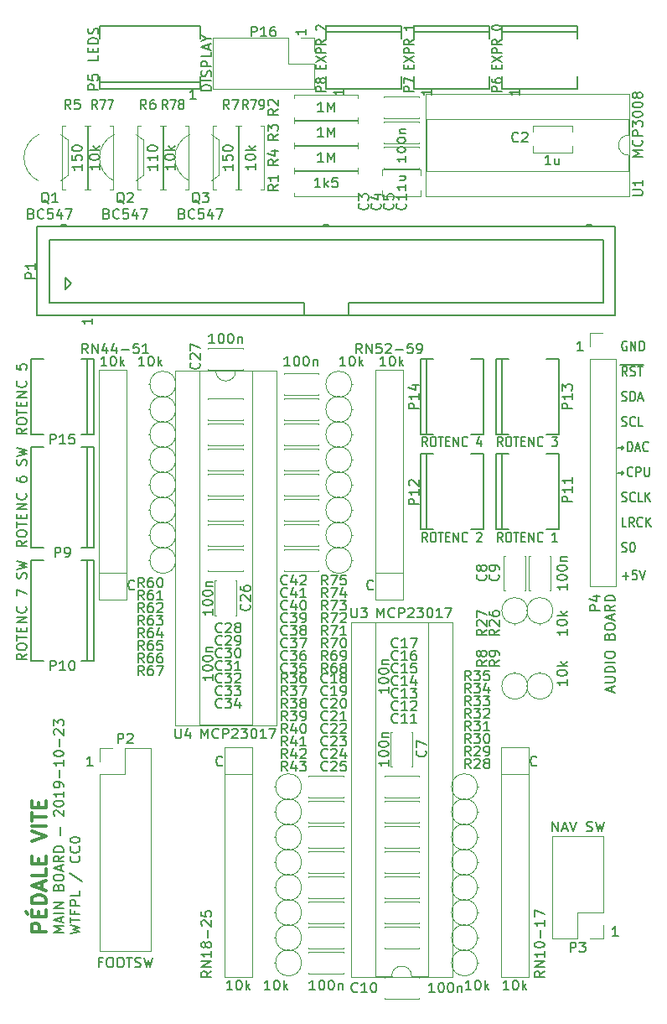
<source format=gto>
G04 #@! TF.FileFunction,Legend,Top*
%FSLAX46Y46*%
G04 Gerber Fmt 4.6, Leading zero omitted, Abs format (unit mm)*
G04 Created by KiCad (PCBNEW 4.0.6) date 11/03/19 17:03:39*
%MOMM*%
%LPD*%
G01*
G04 APERTURE LIST*
%ADD10C,0.100000*%
%ADD11C,0.150000*%
%ADD12C,0.300000*%
%ADD13C,0.120000*%
G04 APERTURE END LIST*
D10*
D11*
X51252381Y-7080285D02*
X51252381Y-7651714D01*
X51252381Y-7366000D02*
X50252381Y-7366000D01*
X50395238Y-7461238D01*
X50490476Y-7556476D01*
X50538095Y-7651714D01*
X42362381Y-7080285D02*
X42362381Y-7651714D01*
X42362381Y-7366000D02*
X41362381Y-7366000D01*
X41505238Y-7461238D01*
X41600476Y-7556476D01*
X41648095Y-7651714D01*
X33472381Y-7080285D02*
X33472381Y-7651714D01*
X33472381Y-7366000D02*
X32472381Y-7366000D01*
X32615238Y-7461238D01*
X32710476Y-7556476D01*
X32758095Y-7651714D01*
X29662381Y-984285D02*
X29662381Y-1555714D01*
X29662381Y-1270000D02*
X28662381Y-1270000D01*
X28805238Y-1365238D01*
X28900476Y-1460476D01*
X28948095Y-1555714D01*
X18573715Y-8072381D02*
X18002286Y-8072381D01*
X18288000Y-8072381D02*
X18288000Y-7072381D01*
X18192762Y-7215238D01*
X18097524Y-7310476D01*
X18002286Y-7358095D01*
X53014524Y-75287143D02*
X52966905Y-75334762D01*
X52824048Y-75382381D01*
X52728810Y-75382381D01*
X52585952Y-75334762D01*
X52490714Y-75239524D01*
X52443095Y-75144286D01*
X52395476Y-74953810D01*
X52395476Y-74810952D01*
X52443095Y-74620476D01*
X52490714Y-74525238D01*
X52585952Y-74430000D01*
X52728810Y-74382381D01*
X52824048Y-74382381D01*
X52966905Y-74430000D01*
X53014524Y-74477619D01*
X21264524Y-75287143D02*
X21216905Y-75334762D01*
X21074048Y-75382381D01*
X20978810Y-75382381D01*
X20835952Y-75334762D01*
X20740714Y-75239524D01*
X20693095Y-75144286D01*
X20645476Y-74953810D01*
X20645476Y-74810952D01*
X20693095Y-74620476D01*
X20740714Y-74525238D01*
X20835952Y-74430000D01*
X20978810Y-74382381D01*
X21074048Y-74382381D01*
X21216905Y-74430000D01*
X21264524Y-74477619D01*
X36504524Y-57507143D02*
X36456905Y-57554762D01*
X36314048Y-57602381D01*
X36218810Y-57602381D01*
X36075952Y-57554762D01*
X35980714Y-57459524D01*
X35933095Y-57364286D01*
X35885476Y-57173810D01*
X35885476Y-57030952D01*
X35933095Y-56840476D01*
X35980714Y-56745238D01*
X36075952Y-56650000D01*
X36218810Y-56602381D01*
X36314048Y-56602381D01*
X36456905Y-56650000D01*
X36504524Y-56697619D01*
X12374524Y-57507143D02*
X12326905Y-57554762D01*
X12184048Y-57602381D01*
X12088810Y-57602381D01*
X11945952Y-57554762D01*
X11850714Y-57459524D01*
X11803095Y-57364286D01*
X11755476Y-57173810D01*
X11755476Y-57030952D01*
X11803095Y-56840476D01*
X11850714Y-56745238D01*
X11945952Y-56650000D01*
X12088810Y-56602381D01*
X12184048Y-56602381D01*
X12326905Y-56650000D01*
X12374524Y-56697619D01*
X5215381Y-92217905D02*
X4215381Y-92217905D01*
X4929667Y-91884571D01*
X4215381Y-91551238D01*
X5215381Y-91551238D01*
X4929667Y-91122667D02*
X4929667Y-90646476D01*
X5215381Y-91217905D02*
X4215381Y-90884572D01*
X5215381Y-90551238D01*
X5215381Y-90217905D02*
X4215381Y-90217905D01*
X5215381Y-89741715D02*
X4215381Y-89741715D01*
X5215381Y-89170286D01*
X4215381Y-89170286D01*
X4691571Y-87598857D02*
X4739190Y-87456000D01*
X4786810Y-87408381D01*
X4882048Y-87360762D01*
X5024905Y-87360762D01*
X5120143Y-87408381D01*
X5167762Y-87456000D01*
X5215381Y-87551238D01*
X5215381Y-87932191D01*
X4215381Y-87932191D01*
X4215381Y-87598857D01*
X4263000Y-87503619D01*
X4310619Y-87456000D01*
X4405857Y-87408381D01*
X4501095Y-87408381D01*
X4596333Y-87456000D01*
X4643952Y-87503619D01*
X4691571Y-87598857D01*
X4691571Y-87932191D01*
X4215381Y-86741715D02*
X4215381Y-86551238D01*
X4263000Y-86456000D01*
X4358238Y-86360762D01*
X4548714Y-86313143D01*
X4882048Y-86313143D01*
X5072524Y-86360762D01*
X5167762Y-86456000D01*
X5215381Y-86551238D01*
X5215381Y-86741715D01*
X5167762Y-86836953D01*
X5072524Y-86932191D01*
X4882048Y-86979810D01*
X4548714Y-86979810D01*
X4358238Y-86932191D01*
X4263000Y-86836953D01*
X4215381Y-86741715D01*
X4929667Y-85932191D02*
X4929667Y-85456000D01*
X5215381Y-86027429D02*
X4215381Y-85694096D01*
X5215381Y-85360762D01*
X5215381Y-84456000D02*
X4739190Y-84789334D01*
X5215381Y-85027429D02*
X4215381Y-85027429D01*
X4215381Y-84646476D01*
X4263000Y-84551238D01*
X4310619Y-84503619D01*
X4405857Y-84456000D01*
X4548714Y-84456000D01*
X4643952Y-84503619D01*
X4691571Y-84551238D01*
X4739190Y-84646476D01*
X4739190Y-85027429D01*
X5215381Y-84027429D02*
X4215381Y-84027429D01*
X4215381Y-83789334D01*
X4263000Y-83646476D01*
X4358238Y-83551238D01*
X4453476Y-83503619D01*
X4643952Y-83456000D01*
X4786810Y-83456000D01*
X4977286Y-83503619D01*
X5072524Y-83551238D01*
X5167762Y-83646476D01*
X5215381Y-83789334D01*
X5215381Y-84027429D01*
X4882048Y-82360762D02*
X4882048Y-81503619D01*
X4310619Y-80408381D02*
X4263000Y-80360762D01*
X4215381Y-80265524D01*
X4215381Y-80027428D01*
X4263000Y-79932190D01*
X4310619Y-79884571D01*
X4405857Y-79836952D01*
X4501095Y-79836952D01*
X4643952Y-79884571D01*
X5215381Y-80456000D01*
X5215381Y-79836952D01*
X4215381Y-79217905D02*
X4215381Y-79122666D01*
X4263000Y-79027428D01*
X4310619Y-78979809D01*
X4405857Y-78932190D01*
X4596333Y-78884571D01*
X4834429Y-78884571D01*
X5024905Y-78932190D01*
X5120143Y-78979809D01*
X5167762Y-79027428D01*
X5215381Y-79122666D01*
X5215381Y-79217905D01*
X5167762Y-79313143D01*
X5120143Y-79360762D01*
X5024905Y-79408381D01*
X4834429Y-79456000D01*
X4596333Y-79456000D01*
X4405857Y-79408381D01*
X4310619Y-79360762D01*
X4263000Y-79313143D01*
X4215381Y-79217905D01*
X5215381Y-77932190D02*
X5215381Y-78503619D01*
X5215381Y-78217905D02*
X4215381Y-78217905D01*
X4358238Y-78313143D01*
X4453476Y-78408381D01*
X4501095Y-78503619D01*
X5215381Y-77456000D02*
X5215381Y-77265524D01*
X5167762Y-77170285D01*
X5120143Y-77122666D01*
X4977286Y-77027428D01*
X4786810Y-76979809D01*
X4405857Y-76979809D01*
X4310619Y-77027428D01*
X4263000Y-77075047D01*
X4215381Y-77170285D01*
X4215381Y-77360762D01*
X4263000Y-77456000D01*
X4310619Y-77503619D01*
X4405857Y-77551238D01*
X4643952Y-77551238D01*
X4739190Y-77503619D01*
X4786810Y-77456000D01*
X4834429Y-77360762D01*
X4834429Y-77170285D01*
X4786810Y-77075047D01*
X4739190Y-77027428D01*
X4643952Y-76979809D01*
X4834429Y-76551238D02*
X4834429Y-75789333D01*
X5215381Y-74789333D02*
X5215381Y-75360762D01*
X5215381Y-75075048D02*
X4215381Y-75075048D01*
X4358238Y-75170286D01*
X4453476Y-75265524D01*
X4501095Y-75360762D01*
X4215381Y-74170286D02*
X4215381Y-74075047D01*
X4263000Y-73979809D01*
X4310619Y-73932190D01*
X4405857Y-73884571D01*
X4596333Y-73836952D01*
X4834429Y-73836952D01*
X5024905Y-73884571D01*
X5120143Y-73932190D01*
X5167762Y-73979809D01*
X5215381Y-74075047D01*
X5215381Y-74170286D01*
X5167762Y-74265524D01*
X5120143Y-74313143D01*
X5024905Y-74360762D01*
X4834429Y-74408381D01*
X4596333Y-74408381D01*
X4405857Y-74360762D01*
X4310619Y-74313143D01*
X4263000Y-74265524D01*
X4215381Y-74170286D01*
X4834429Y-73408381D02*
X4834429Y-72646476D01*
X4310619Y-72217905D02*
X4263000Y-72170286D01*
X4215381Y-72075048D01*
X4215381Y-71836952D01*
X4263000Y-71741714D01*
X4310619Y-71694095D01*
X4405857Y-71646476D01*
X4501095Y-71646476D01*
X4643952Y-71694095D01*
X5215381Y-72265524D01*
X5215381Y-71646476D01*
X4215381Y-71313143D02*
X4215381Y-70694095D01*
X4596333Y-71027429D01*
X4596333Y-70884571D01*
X4643952Y-70789333D01*
X4691571Y-70741714D01*
X4786810Y-70694095D01*
X5024905Y-70694095D01*
X5120143Y-70741714D01*
X5167762Y-70789333D01*
X5215381Y-70884571D01*
X5215381Y-71170286D01*
X5167762Y-71265524D01*
X5120143Y-71313143D01*
X5865381Y-92313143D02*
X6865381Y-92075048D01*
X6151095Y-91884571D01*
X6865381Y-91694095D01*
X5865381Y-91456000D01*
X5865381Y-91217905D02*
X5865381Y-90646476D01*
X6865381Y-90932191D02*
X5865381Y-90932191D01*
X6341571Y-89979809D02*
X6341571Y-90313143D01*
X6865381Y-90313143D02*
X5865381Y-90313143D01*
X5865381Y-89836952D01*
X6865381Y-89456000D02*
X5865381Y-89456000D01*
X5865381Y-89075047D01*
X5913000Y-88979809D01*
X5960619Y-88932190D01*
X6055857Y-88884571D01*
X6198714Y-88884571D01*
X6293952Y-88932190D01*
X6341571Y-88979809D01*
X6389190Y-89075047D01*
X6389190Y-89456000D01*
X6865381Y-87979809D02*
X6865381Y-88456000D01*
X5865381Y-88456000D01*
X5817762Y-86170285D02*
X7103476Y-87027428D01*
X6770143Y-84503618D02*
X6817762Y-84551237D01*
X6865381Y-84694094D01*
X6865381Y-84789332D01*
X6817762Y-84932190D01*
X6722524Y-85027428D01*
X6627286Y-85075047D01*
X6436810Y-85122666D01*
X6293952Y-85122666D01*
X6103476Y-85075047D01*
X6008238Y-85027428D01*
X5913000Y-84932190D01*
X5865381Y-84789332D01*
X5865381Y-84694094D01*
X5913000Y-84551237D01*
X5960619Y-84503618D01*
X6770143Y-83503618D02*
X6817762Y-83551237D01*
X6865381Y-83694094D01*
X6865381Y-83789332D01*
X6817762Y-83932190D01*
X6722524Y-84027428D01*
X6627286Y-84075047D01*
X6436810Y-84122666D01*
X6293952Y-84122666D01*
X6103476Y-84075047D01*
X6008238Y-84027428D01*
X5913000Y-83932190D01*
X5865381Y-83789332D01*
X5865381Y-83694094D01*
X5913000Y-83551237D01*
X5960619Y-83503618D01*
X5865381Y-82884571D02*
X5865381Y-82789332D01*
X5913000Y-82694094D01*
X5960619Y-82646475D01*
X6055857Y-82598856D01*
X6246333Y-82551237D01*
X6484429Y-82551237D01*
X6674905Y-82598856D01*
X6770143Y-82646475D01*
X6817762Y-82694094D01*
X6865381Y-82789332D01*
X6865381Y-82884571D01*
X6817762Y-82979809D01*
X6770143Y-83027428D01*
X6674905Y-83075047D01*
X6484429Y-83122666D01*
X6246333Y-83122666D01*
X6055857Y-83075047D01*
X5960619Y-83027428D01*
X5913000Y-82979809D01*
X5865381Y-82884571D01*
D12*
X3472571Y-92098857D02*
X1972571Y-92098857D01*
X1972571Y-91527429D01*
X2044000Y-91384571D01*
X2115429Y-91313143D01*
X2258286Y-91241714D01*
X2472571Y-91241714D01*
X2615429Y-91313143D01*
X2686857Y-91384571D01*
X2758286Y-91527429D01*
X2758286Y-92098857D01*
X2686857Y-90598857D02*
X2686857Y-90098857D01*
X3472571Y-89884571D02*
X3472571Y-90598857D01*
X1972571Y-90598857D01*
X1972571Y-89884571D01*
X1401143Y-90098857D02*
X1615429Y-90313143D01*
X3472571Y-89241714D02*
X1972571Y-89241714D01*
X1972571Y-88884571D01*
X2044000Y-88670286D01*
X2186857Y-88527428D01*
X2329714Y-88456000D01*
X2615429Y-88384571D01*
X2829714Y-88384571D01*
X3115429Y-88456000D01*
X3258286Y-88527428D01*
X3401143Y-88670286D01*
X3472571Y-88884571D01*
X3472571Y-89241714D01*
X3044000Y-87813143D02*
X3044000Y-87098857D01*
X3472571Y-87956000D02*
X1972571Y-87456000D01*
X3472571Y-86956000D01*
X3472571Y-85741714D02*
X3472571Y-86456000D01*
X1972571Y-86456000D01*
X2686857Y-85241714D02*
X2686857Y-84741714D01*
X3472571Y-84527428D02*
X3472571Y-85241714D01*
X1972571Y-85241714D01*
X1972571Y-84527428D01*
X1972571Y-82956000D02*
X3472571Y-82456000D01*
X1972571Y-81956000D01*
X3472571Y-81456000D02*
X1972571Y-81456000D01*
X1972571Y-80956000D02*
X1972571Y-80098857D01*
X3472571Y-80527428D02*
X1972571Y-80527428D01*
X2686857Y-79598857D02*
X2686857Y-79098857D01*
X3472571Y-78884571D02*
X3472571Y-79598857D01*
X1972571Y-79598857D01*
X1972571Y-78884571D01*
D11*
X62115619Y-32520000D02*
X62034667Y-32472381D01*
X61913238Y-32472381D01*
X61791810Y-32520000D01*
X61710857Y-32615238D01*
X61670381Y-32710476D01*
X61629905Y-32900952D01*
X61629905Y-33043810D01*
X61670381Y-33234286D01*
X61710857Y-33329524D01*
X61791810Y-33424762D01*
X61913238Y-33472381D01*
X61994190Y-33472381D01*
X62115619Y-33424762D01*
X62156095Y-33377143D01*
X62156095Y-33043810D01*
X61994190Y-33043810D01*
X62520381Y-33472381D02*
X62520381Y-32472381D01*
X63006095Y-33472381D01*
X63006095Y-32472381D01*
X63410857Y-33472381D02*
X63410857Y-32472381D01*
X63613238Y-32472381D01*
X63734666Y-32520000D01*
X63815619Y-32615238D01*
X63856095Y-32710476D01*
X63896571Y-32900952D01*
X63896571Y-33043810D01*
X63856095Y-33234286D01*
X63815619Y-33329524D01*
X63734666Y-33424762D01*
X63613238Y-33472381D01*
X63410857Y-33472381D01*
X62156095Y-36012381D02*
X61872762Y-35536190D01*
X61670381Y-36012381D02*
X61670381Y-35012381D01*
X61994190Y-35012381D01*
X62075143Y-35060000D01*
X62115619Y-35107619D01*
X62156095Y-35202857D01*
X62156095Y-35345714D01*
X62115619Y-35440952D01*
X62075143Y-35488571D01*
X61994190Y-35536190D01*
X61670381Y-35536190D01*
X62479905Y-35964762D02*
X62601333Y-36012381D01*
X62803714Y-36012381D01*
X62884667Y-35964762D01*
X62925143Y-35917143D01*
X62965619Y-35821905D01*
X62965619Y-35726667D01*
X62925143Y-35631429D01*
X62884667Y-35583810D01*
X62803714Y-35536190D01*
X62641810Y-35488571D01*
X62560857Y-35440952D01*
X62520381Y-35393333D01*
X62479905Y-35298095D01*
X62479905Y-35202857D01*
X62520381Y-35107619D01*
X62560857Y-35060000D01*
X62641810Y-35012381D01*
X62844190Y-35012381D01*
X62965619Y-35060000D01*
X63208476Y-35012381D02*
X63694191Y-35012381D01*
X63451334Y-36012381D02*
X63451334Y-35012381D01*
X61468000Y-34840000D02*
X63775143Y-34840000D01*
X61629905Y-38504762D02*
X61751333Y-38552381D01*
X61953714Y-38552381D01*
X62034667Y-38504762D01*
X62075143Y-38457143D01*
X62115619Y-38361905D01*
X62115619Y-38266667D01*
X62075143Y-38171429D01*
X62034667Y-38123810D01*
X61953714Y-38076190D01*
X61791810Y-38028571D01*
X61710857Y-37980952D01*
X61670381Y-37933333D01*
X61629905Y-37838095D01*
X61629905Y-37742857D01*
X61670381Y-37647619D01*
X61710857Y-37600000D01*
X61791810Y-37552381D01*
X61994190Y-37552381D01*
X62115619Y-37600000D01*
X62479905Y-38552381D02*
X62479905Y-37552381D01*
X62682286Y-37552381D01*
X62803714Y-37600000D01*
X62884667Y-37695238D01*
X62925143Y-37790476D01*
X62965619Y-37980952D01*
X62965619Y-38123810D01*
X62925143Y-38314286D01*
X62884667Y-38409524D01*
X62803714Y-38504762D01*
X62682286Y-38552381D01*
X62479905Y-38552381D01*
X63289429Y-38266667D02*
X63694191Y-38266667D01*
X63208476Y-38552381D02*
X63491810Y-37552381D01*
X63775143Y-38552381D01*
X61629905Y-41044762D02*
X61751333Y-41092381D01*
X61953714Y-41092381D01*
X62034667Y-41044762D01*
X62075143Y-40997143D01*
X62115619Y-40901905D01*
X62115619Y-40806667D01*
X62075143Y-40711429D01*
X62034667Y-40663810D01*
X61953714Y-40616190D01*
X61791810Y-40568571D01*
X61710857Y-40520952D01*
X61670381Y-40473333D01*
X61629905Y-40378095D01*
X61629905Y-40282857D01*
X61670381Y-40187619D01*
X61710857Y-40140000D01*
X61791810Y-40092381D01*
X61994190Y-40092381D01*
X62115619Y-40140000D01*
X62965619Y-40997143D02*
X62925143Y-41044762D01*
X62803714Y-41092381D01*
X62722762Y-41092381D01*
X62601334Y-41044762D01*
X62520381Y-40949524D01*
X62479905Y-40854286D01*
X62439429Y-40663810D01*
X62439429Y-40520952D01*
X62479905Y-40330476D01*
X62520381Y-40235238D01*
X62601334Y-40140000D01*
X62722762Y-40092381D01*
X62803714Y-40092381D01*
X62925143Y-40140000D01*
X62965619Y-40187619D01*
X63734667Y-41092381D02*
X63329905Y-41092381D01*
X63329905Y-40092381D01*
X61162381Y-43251429D02*
X61810000Y-43251429D01*
X61648095Y-43441905D02*
X61810000Y-43251429D01*
X61648095Y-43060952D01*
X62214762Y-43632381D02*
X62214762Y-42632381D01*
X62417143Y-42632381D01*
X62538571Y-42680000D01*
X62619524Y-42775238D01*
X62660000Y-42870476D01*
X62700476Y-43060952D01*
X62700476Y-43203810D01*
X62660000Y-43394286D01*
X62619524Y-43489524D01*
X62538571Y-43584762D01*
X62417143Y-43632381D01*
X62214762Y-43632381D01*
X63024286Y-43346667D02*
X63429048Y-43346667D01*
X62943333Y-43632381D02*
X63226667Y-42632381D01*
X63510000Y-43632381D01*
X64279047Y-43537143D02*
X64238571Y-43584762D01*
X64117142Y-43632381D01*
X64036190Y-43632381D01*
X63914762Y-43584762D01*
X63833809Y-43489524D01*
X63793333Y-43394286D01*
X63752857Y-43203810D01*
X63752857Y-43060952D01*
X63793333Y-42870476D01*
X63833809Y-42775238D01*
X63914762Y-42680000D01*
X64036190Y-42632381D01*
X64117142Y-42632381D01*
X64238571Y-42680000D01*
X64279047Y-42727619D01*
X61162381Y-45791429D02*
X61810000Y-45791429D01*
X61648095Y-45981905D02*
X61810000Y-45791429D01*
X61648095Y-45600952D01*
X62700476Y-46077143D02*
X62660000Y-46124762D01*
X62538571Y-46172381D01*
X62457619Y-46172381D01*
X62336191Y-46124762D01*
X62255238Y-46029524D01*
X62214762Y-45934286D01*
X62174286Y-45743810D01*
X62174286Y-45600952D01*
X62214762Y-45410476D01*
X62255238Y-45315238D01*
X62336191Y-45220000D01*
X62457619Y-45172381D01*
X62538571Y-45172381D01*
X62660000Y-45220000D01*
X62700476Y-45267619D01*
X63064762Y-46172381D02*
X63064762Y-45172381D01*
X63388571Y-45172381D01*
X63469524Y-45220000D01*
X63510000Y-45267619D01*
X63550476Y-45362857D01*
X63550476Y-45505714D01*
X63510000Y-45600952D01*
X63469524Y-45648571D01*
X63388571Y-45696190D01*
X63064762Y-45696190D01*
X63914762Y-45172381D02*
X63914762Y-45981905D01*
X63955238Y-46077143D01*
X63995714Y-46124762D01*
X64076667Y-46172381D01*
X64238571Y-46172381D01*
X64319524Y-46124762D01*
X64360000Y-46077143D01*
X64400476Y-45981905D01*
X64400476Y-45172381D01*
X61629905Y-48664762D02*
X61751333Y-48712381D01*
X61953714Y-48712381D01*
X62034667Y-48664762D01*
X62075143Y-48617143D01*
X62115619Y-48521905D01*
X62115619Y-48426667D01*
X62075143Y-48331429D01*
X62034667Y-48283810D01*
X61953714Y-48236190D01*
X61791810Y-48188571D01*
X61710857Y-48140952D01*
X61670381Y-48093333D01*
X61629905Y-47998095D01*
X61629905Y-47902857D01*
X61670381Y-47807619D01*
X61710857Y-47760000D01*
X61791810Y-47712381D01*
X61994190Y-47712381D01*
X62115619Y-47760000D01*
X62965619Y-48617143D02*
X62925143Y-48664762D01*
X62803714Y-48712381D01*
X62722762Y-48712381D01*
X62601334Y-48664762D01*
X62520381Y-48569524D01*
X62479905Y-48474286D01*
X62439429Y-48283810D01*
X62439429Y-48140952D01*
X62479905Y-47950476D01*
X62520381Y-47855238D01*
X62601334Y-47760000D01*
X62722762Y-47712381D01*
X62803714Y-47712381D01*
X62925143Y-47760000D01*
X62965619Y-47807619D01*
X63734667Y-48712381D02*
X63329905Y-48712381D01*
X63329905Y-47712381D01*
X64018000Y-48712381D02*
X64018000Y-47712381D01*
X64503714Y-48712381D02*
X64139429Y-48140952D01*
X64503714Y-47712381D02*
X64018000Y-48283810D01*
X62075143Y-51252381D02*
X61670381Y-51252381D01*
X61670381Y-50252381D01*
X62844190Y-51252381D02*
X62560857Y-50776190D01*
X62358476Y-51252381D02*
X62358476Y-50252381D01*
X62682285Y-50252381D01*
X62763238Y-50300000D01*
X62803714Y-50347619D01*
X62844190Y-50442857D01*
X62844190Y-50585714D01*
X62803714Y-50680952D01*
X62763238Y-50728571D01*
X62682285Y-50776190D01*
X62358476Y-50776190D01*
X63694190Y-51157143D02*
X63653714Y-51204762D01*
X63532285Y-51252381D01*
X63451333Y-51252381D01*
X63329905Y-51204762D01*
X63248952Y-51109524D01*
X63208476Y-51014286D01*
X63168000Y-50823810D01*
X63168000Y-50680952D01*
X63208476Y-50490476D01*
X63248952Y-50395238D01*
X63329905Y-50300000D01*
X63451333Y-50252381D01*
X63532285Y-50252381D01*
X63653714Y-50300000D01*
X63694190Y-50347619D01*
X64058476Y-51252381D02*
X64058476Y-50252381D01*
X64544190Y-51252381D02*
X64179905Y-50680952D01*
X64544190Y-50252381D02*
X64058476Y-50823810D01*
X61629905Y-53744762D02*
X61751333Y-53792381D01*
X61953714Y-53792381D01*
X62034667Y-53744762D01*
X62075143Y-53697143D01*
X62115619Y-53601905D01*
X62115619Y-53506667D01*
X62075143Y-53411429D01*
X62034667Y-53363810D01*
X61953714Y-53316190D01*
X61791810Y-53268571D01*
X61710857Y-53220952D01*
X61670381Y-53173333D01*
X61629905Y-53078095D01*
X61629905Y-52982857D01*
X61670381Y-52887619D01*
X61710857Y-52840000D01*
X61791810Y-52792381D01*
X61994190Y-52792381D01*
X62115619Y-52840000D01*
X62641810Y-52792381D02*
X62722762Y-52792381D01*
X62803714Y-52840000D01*
X62844191Y-52887619D01*
X62884667Y-52982857D01*
X62925143Y-53173333D01*
X62925143Y-53411429D01*
X62884667Y-53601905D01*
X62844191Y-53697143D01*
X62803714Y-53744762D01*
X62722762Y-53792381D01*
X62641810Y-53792381D01*
X62560857Y-53744762D01*
X62520381Y-53697143D01*
X62479905Y-53601905D01*
X62439429Y-53411429D01*
X62439429Y-53173333D01*
X62479905Y-52982857D01*
X62520381Y-52887619D01*
X62560857Y-52840000D01*
X62641810Y-52792381D01*
X61670381Y-56205429D02*
X62318000Y-56205429D01*
X61994190Y-56586381D02*
X61994190Y-55824476D01*
X63127524Y-55586381D02*
X62722762Y-55586381D01*
X62682286Y-56062571D01*
X62722762Y-56014952D01*
X62803714Y-55967333D01*
X63006095Y-55967333D01*
X63087048Y-56014952D01*
X63127524Y-56062571D01*
X63168000Y-56157810D01*
X63168000Y-56395905D01*
X63127524Y-56491143D01*
X63087048Y-56538762D01*
X63006095Y-56586381D01*
X62803714Y-56586381D01*
X62722762Y-56538762D01*
X62682286Y-56491143D01*
X63410857Y-55586381D02*
X63694191Y-56586381D01*
X63977524Y-55586381D01*
X57689715Y-33472381D02*
X57118286Y-33472381D01*
X57404000Y-33472381D02*
X57404000Y-32472381D01*
X57308762Y-32615238D01*
X57213524Y-32710476D01*
X57118286Y-32758095D01*
X61245715Y-92527381D02*
X60674286Y-92527381D01*
X60960000Y-92527381D02*
X60960000Y-91527381D01*
X60864762Y-91670238D01*
X60769524Y-91765476D01*
X60674286Y-91813095D01*
X8159715Y-75382381D02*
X7588286Y-75382381D01*
X7874000Y-75382381D02*
X7874000Y-74382381D01*
X7778762Y-74525238D01*
X7683524Y-74620476D01*
X7588286Y-74668095D01*
X8072381Y-30194285D02*
X8072381Y-30765714D01*
X8072381Y-30480000D02*
X7072381Y-30480000D01*
X7215238Y-30575238D01*
X7310476Y-30670476D01*
X7358095Y-30765714D01*
D13*
X37590000Y-7780000D02*
X41110000Y-7780000D01*
X37590000Y-10000000D02*
X41110000Y-10000000D01*
X37590000Y-7780000D02*
X37590000Y-7894000D01*
X37590000Y-9886000D02*
X37590000Y-10000000D01*
X41110000Y-7780000D02*
X41110000Y-7894000D01*
X41110000Y-9886000D02*
X41110000Y-10000000D01*
X37590000Y-10320000D02*
X41110000Y-10320000D01*
X37590000Y-12540000D02*
X41110000Y-12540000D01*
X37590000Y-10320000D02*
X37590000Y-10434000D01*
X37590000Y-12426000D02*
X37590000Y-12540000D01*
X41110000Y-10320000D02*
X41110000Y-10434000D01*
X41110000Y-12426000D02*
X41110000Y-12540000D01*
X37590000Y-12860000D02*
X41110000Y-12860000D01*
X37590000Y-15080000D02*
X41110000Y-15080000D01*
X37590000Y-12860000D02*
X37590000Y-12974000D01*
X37590000Y-14966000D02*
X37590000Y-15080000D01*
X41110000Y-12860000D02*
X41110000Y-12974000D01*
X41110000Y-14966000D02*
X41110000Y-15080000D01*
X38260000Y-75440000D02*
X38260000Y-71920000D01*
X40480000Y-75440000D02*
X40480000Y-71920000D01*
X38260000Y-75440000D02*
X38374000Y-75440000D01*
X40366000Y-75440000D02*
X40480000Y-75440000D01*
X38260000Y-71920000D02*
X38374000Y-71920000D01*
X40366000Y-71920000D02*
X40480000Y-71920000D01*
X49690000Y-57660000D02*
X49690000Y-54140000D01*
X51910000Y-57660000D02*
X51910000Y-54140000D01*
X49690000Y-57660000D02*
X49804000Y-57660000D01*
X51796000Y-57660000D02*
X51910000Y-57660000D01*
X49690000Y-54140000D02*
X49804000Y-54140000D01*
X51796000Y-54140000D02*
X51910000Y-54140000D01*
X52230000Y-57660000D02*
X52230000Y-54140000D01*
X54450000Y-57660000D02*
X54450000Y-54140000D01*
X52230000Y-57660000D02*
X52344000Y-57660000D01*
X54336000Y-57660000D02*
X54450000Y-57660000D01*
X52230000Y-54140000D02*
X52344000Y-54140000D01*
X54336000Y-54140000D02*
X54450000Y-54140000D01*
X41150000Y-98900000D02*
X37630000Y-98900000D01*
X41150000Y-96680000D02*
X37630000Y-96680000D01*
X41150000Y-98900000D02*
X41150000Y-98786000D01*
X41150000Y-96794000D02*
X41150000Y-96680000D01*
X37630000Y-98900000D02*
X37630000Y-98786000D01*
X37630000Y-96794000D02*
X37630000Y-96680000D01*
X41150000Y-93820000D02*
X37630000Y-93820000D01*
X41150000Y-91600000D02*
X37630000Y-91600000D01*
X41150000Y-93820000D02*
X41150000Y-93706000D01*
X41150000Y-91714000D02*
X41150000Y-91600000D01*
X37630000Y-93820000D02*
X37630000Y-93706000D01*
X37630000Y-91714000D02*
X37630000Y-91600000D01*
X41150000Y-91280000D02*
X37630000Y-91280000D01*
X41150000Y-89060000D02*
X37630000Y-89060000D01*
X41150000Y-91280000D02*
X41150000Y-91166000D01*
X41150000Y-89174000D02*
X41150000Y-89060000D01*
X37630000Y-91280000D02*
X37630000Y-91166000D01*
X37630000Y-89174000D02*
X37630000Y-89060000D01*
X41150000Y-88740000D02*
X37630000Y-88740000D01*
X41150000Y-86520000D02*
X37630000Y-86520000D01*
X41150000Y-88740000D02*
X41150000Y-88626000D01*
X41150000Y-86634000D02*
X41150000Y-86520000D01*
X37630000Y-88740000D02*
X37630000Y-88626000D01*
X37630000Y-86634000D02*
X37630000Y-86520000D01*
X41150000Y-86200000D02*
X37630000Y-86200000D01*
X41150000Y-83980000D02*
X37630000Y-83980000D01*
X41150000Y-86200000D02*
X41150000Y-86086000D01*
X41150000Y-84094000D02*
X41150000Y-83980000D01*
X37630000Y-86200000D02*
X37630000Y-86086000D01*
X37630000Y-84094000D02*
X37630000Y-83980000D01*
X41150000Y-83660000D02*
X37630000Y-83660000D01*
X41150000Y-81440000D02*
X37630000Y-81440000D01*
X41150000Y-83660000D02*
X41150000Y-83546000D01*
X41150000Y-81554000D02*
X41150000Y-81440000D01*
X37630000Y-83660000D02*
X37630000Y-83546000D01*
X37630000Y-81554000D02*
X37630000Y-81440000D01*
X41150000Y-81120000D02*
X37630000Y-81120000D01*
X41150000Y-78900000D02*
X37630000Y-78900000D01*
X41150000Y-81120000D02*
X41150000Y-81006000D01*
X41150000Y-79014000D02*
X41150000Y-78900000D01*
X37630000Y-81120000D02*
X37630000Y-81006000D01*
X37630000Y-79014000D02*
X37630000Y-78900000D01*
X41150000Y-78580000D02*
X37630000Y-78580000D01*
X41150000Y-76360000D02*
X37630000Y-76360000D01*
X41150000Y-78580000D02*
X41150000Y-78466000D01*
X41150000Y-76474000D02*
X41150000Y-76360000D01*
X37630000Y-78580000D02*
X37630000Y-78466000D01*
X37630000Y-76474000D02*
X37630000Y-76360000D01*
X29970000Y-76360000D02*
X33490000Y-76360000D01*
X29970000Y-78580000D02*
X33490000Y-78580000D01*
X29970000Y-76360000D02*
X29970000Y-76474000D01*
X29970000Y-78466000D02*
X29970000Y-78580000D01*
X33490000Y-76360000D02*
X33490000Y-76474000D01*
X33490000Y-78466000D02*
X33490000Y-78580000D01*
X29970000Y-78900000D02*
X33490000Y-78900000D01*
X29970000Y-81120000D02*
X33490000Y-81120000D01*
X29970000Y-78900000D02*
X29970000Y-79014000D01*
X29970000Y-81006000D02*
X29970000Y-81120000D01*
X33490000Y-78900000D02*
X33490000Y-79014000D01*
X33490000Y-81006000D02*
X33490000Y-81120000D01*
X29970000Y-81440000D02*
X33490000Y-81440000D01*
X29970000Y-83660000D02*
X33490000Y-83660000D01*
X29970000Y-81440000D02*
X29970000Y-81554000D01*
X29970000Y-83546000D02*
X29970000Y-83660000D01*
X33490000Y-81440000D02*
X33490000Y-81554000D01*
X33490000Y-83546000D02*
X33490000Y-83660000D01*
X29970000Y-83980000D02*
X33490000Y-83980000D01*
X29970000Y-86200000D02*
X33490000Y-86200000D01*
X29970000Y-83980000D02*
X29970000Y-84094000D01*
X29970000Y-86086000D02*
X29970000Y-86200000D01*
X33490000Y-83980000D02*
X33490000Y-84094000D01*
X33490000Y-86086000D02*
X33490000Y-86200000D01*
X29970000Y-86520000D02*
X33490000Y-86520000D01*
X29970000Y-88740000D02*
X33490000Y-88740000D01*
X29970000Y-86520000D02*
X29970000Y-86634000D01*
X29970000Y-88626000D02*
X29970000Y-88740000D01*
X33490000Y-86520000D02*
X33490000Y-86634000D01*
X33490000Y-88626000D02*
X33490000Y-88740000D01*
X29970000Y-89060000D02*
X33490000Y-89060000D01*
X29970000Y-91280000D02*
X33490000Y-91280000D01*
X29970000Y-89060000D02*
X29970000Y-89174000D01*
X29970000Y-91166000D02*
X29970000Y-91280000D01*
X33490000Y-89060000D02*
X33490000Y-89174000D01*
X33490000Y-91166000D02*
X33490000Y-91280000D01*
X29970000Y-91600000D02*
X33490000Y-91600000D01*
X29970000Y-93820000D02*
X33490000Y-93820000D01*
X29970000Y-91600000D02*
X29970000Y-91714000D01*
X29970000Y-93706000D02*
X29970000Y-93820000D01*
X33490000Y-91600000D02*
X33490000Y-91714000D01*
X33490000Y-93706000D02*
X33490000Y-93820000D01*
X29970000Y-94140000D02*
X33490000Y-94140000D01*
X29970000Y-96360000D02*
X33490000Y-96360000D01*
X29970000Y-94140000D02*
X29970000Y-94254000D01*
X29970000Y-96246000D02*
X29970000Y-96360000D01*
X33490000Y-94140000D02*
X33490000Y-94254000D01*
X33490000Y-96246000D02*
X33490000Y-96360000D01*
X22700000Y-56640000D02*
X22700000Y-60160000D01*
X20480000Y-56640000D02*
X20480000Y-60160000D01*
X22700000Y-56640000D02*
X22586000Y-56640000D01*
X20594000Y-56640000D02*
X20480000Y-56640000D01*
X22700000Y-60160000D02*
X22586000Y-60160000D01*
X20594000Y-60160000D02*
X20480000Y-60160000D01*
X19810000Y-33180000D02*
X23330000Y-33180000D01*
X19810000Y-35400000D02*
X23330000Y-35400000D01*
X19810000Y-33180000D02*
X19810000Y-33294000D01*
X19810000Y-35286000D02*
X19810000Y-35400000D01*
X23330000Y-33180000D02*
X23330000Y-33294000D01*
X23330000Y-35286000D02*
X23330000Y-35400000D01*
X19810000Y-38260000D02*
X23330000Y-38260000D01*
X19810000Y-40480000D02*
X23330000Y-40480000D01*
X19810000Y-38260000D02*
X19810000Y-38374000D01*
X19810000Y-40366000D02*
X19810000Y-40480000D01*
X23330000Y-38260000D02*
X23330000Y-38374000D01*
X23330000Y-40366000D02*
X23330000Y-40480000D01*
X19810000Y-40800000D02*
X23330000Y-40800000D01*
X19810000Y-43020000D02*
X23330000Y-43020000D01*
X19810000Y-40800000D02*
X19810000Y-40914000D01*
X19810000Y-42906000D02*
X19810000Y-43020000D01*
X23330000Y-40800000D02*
X23330000Y-40914000D01*
X23330000Y-42906000D02*
X23330000Y-43020000D01*
X19810000Y-43340000D02*
X23330000Y-43340000D01*
X19810000Y-45560000D02*
X23330000Y-45560000D01*
X19810000Y-43340000D02*
X19810000Y-43454000D01*
X19810000Y-45446000D02*
X19810000Y-45560000D01*
X23330000Y-43340000D02*
X23330000Y-43454000D01*
X23330000Y-45446000D02*
X23330000Y-45560000D01*
X19810000Y-45880000D02*
X23330000Y-45880000D01*
X19810000Y-48100000D02*
X23330000Y-48100000D01*
X19810000Y-45880000D02*
X19810000Y-45994000D01*
X19810000Y-47986000D02*
X19810000Y-48100000D01*
X23330000Y-45880000D02*
X23330000Y-45994000D01*
X23330000Y-47986000D02*
X23330000Y-48100000D01*
X19810000Y-48420000D02*
X23330000Y-48420000D01*
X19810000Y-50640000D02*
X23330000Y-50640000D01*
X19810000Y-48420000D02*
X19810000Y-48534000D01*
X19810000Y-50526000D02*
X19810000Y-50640000D01*
X23330000Y-48420000D02*
X23330000Y-48534000D01*
X23330000Y-50526000D02*
X23330000Y-50640000D01*
X19810000Y-50960000D02*
X23330000Y-50960000D01*
X19810000Y-53180000D02*
X23330000Y-53180000D01*
X19810000Y-50960000D02*
X19810000Y-51074000D01*
X19810000Y-53066000D02*
X19810000Y-53180000D01*
X23330000Y-50960000D02*
X23330000Y-51074000D01*
X23330000Y-53066000D02*
X23330000Y-53180000D01*
X19810000Y-53500000D02*
X23330000Y-53500000D01*
X19810000Y-55720000D02*
X23330000Y-55720000D01*
X19810000Y-53500000D02*
X19810000Y-53614000D01*
X19810000Y-55606000D02*
X19810000Y-55720000D01*
X23330000Y-53500000D02*
X23330000Y-53614000D01*
X23330000Y-55606000D02*
X23330000Y-55720000D01*
X30990000Y-55720000D02*
X27470000Y-55720000D01*
X30990000Y-53500000D02*
X27470000Y-53500000D01*
X30990000Y-55720000D02*
X30990000Y-55606000D01*
X30990000Y-53614000D02*
X30990000Y-53500000D01*
X27470000Y-55720000D02*
X27470000Y-55606000D01*
X27470000Y-53614000D02*
X27470000Y-53500000D01*
X30990000Y-53180000D02*
X27470000Y-53180000D01*
X30990000Y-50960000D02*
X27470000Y-50960000D01*
X30990000Y-53180000D02*
X30990000Y-53066000D01*
X30990000Y-51074000D02*
X30990000Y-50960000D01*
X27470000Y-53180000D02*
X27470000Y-53066000D01*
X27470000Y-51074000D02*
X27470000Y-50960000D01*
X30990000Y-50640000D02*
X27470000Y-50640000D01*
X30990000Y-48420000D02*
X27470000Y-48420000D01*
X30990000Y-50640000D02*
X30990000Y-50526000D01*
X30990000Y-48534000D02*
X30990000Y-48420000D01*
X27470000Y-50640000D02*
X27470000Y-50526000D01*
X27470000Y-48534000D02*
X27470000Y-48420000D01*
X30990000Y-48100000D02*
X27470000Y-48100000D01*
X30990000Y-45880000D02*
X27470000Y-45880000D01*
X30990000Y-48100000D02*
X30990000Y-47986000D01*
X30990000Y-45994000D02*
X30990000Y-45880000D01*
X27470000Y-48100000D02*
X27470000Y-47986000D01*
X27470000Y-45994000D02*
X27470000Y-45880000D01*
X30990000Y-45560000D02*
X27470000Y-45560000D01*
X30990000Y-43340000D02*
X27470000Y-43340000D01*
X30990000Y-45560000D02*
X30990000Y-45446000D01*
X30990000Y-43454000D02*
X30990000Y-43340000D01*
X27470000Y-45560000D02*
X27470000Y-45446000D01*
X27470000Y-43454000D02*
X27470000Y-43340000D01*
X30990000Y-43020000D02*
X27470000Y-43020000D01*
X30990000Y-40800000D02*
X27470000Y-40800000D01*
X30990000Y-43020000D02*
X30990000Y-42906000D01*
X30990000Y-40914000D02*
X30990000Y-40800000D01*
X27470000Y-43020000D02*
X27470000Y-42906000D01*
X27470000Y-40914000D02*
X27470000Y-40800000D01*
X30990000Y-40480000D02*
X27470000Y-40480000D01*
X30990000Y-38260000D02*
X27470000Y-38260000D01*
X30990000Y-40480000D02*
X30990000Y-40366000D01*
X30990000Y-38374000D02*
X30990000Y-38260000D01*
X27470000Y-40480000D02*
X27470000Y-40366000D01*
X27470000Y-38374000D02*
X27470000Y-38260000D01*
X30990000Y-37940000D02*
X27470000Y-37940000D01*
X30990000Y-35720000D02*
X27470000Y-35720000D01*
X30990000Y-37940000D02*
X30990000Y-37826000D01*
X30990000Y-35834000D02*
X30990000Y-35720000D01*
X27470000Y-37940000D02*
X27470000Y-37826000D01*
X27470000Y-35834000D02*
X27470000Y-35720000D01*
D11*
X2550000Y-29870000D02*
X2550000Y-20930000D01*
X2550000Y-20930000D02*
X60950000Y-20930000D01*
X60950000Y-20930000D02*
X60950000Y-29870000D01*
X60950000Y-29870000D02*
X2550000Y-29870000D01*
X29525000Y-29870000D02*
X29525000Y-28570000D01*
X29525000Y-28570000D02*
X3750000Y-28570000D01*
X3750000Y-28570000D02*
X3750000Y-22230000D01*
X3750000Y-22230000D02*
X59750000Y-22230000D01*
X59750000Y-22230000D02*
X59750000Y-28570000D01*
X59750000Y-28570000D02*
X33975000Y-28570000D01*
X33975000Y-28570000D02*
X33975000Y-29870000D01*
X31500000Y-20930000D02*
X31500000Y-20730000D01*
X31500000Y-20730000D02*
X32000000Y-20730000D01*
X32000000Y-20730000D02*
X32000000Y-20930000D01*
X31500000Y-20830000D02*
X32000000Y-20830000D01*
X58030000Y-20930000D02*
X58030000Y-20730000D01*
X58030000Y-20730000D02*
X58530000Y-20730000D01*
X58530000Y-20730000D02*
X58530000Y-20930000D01*
X58030000Y-20830000D02*
X58530000Y-20830000D01*
X4970000Y-20930000D02*
X4970000Y-20730000D01*
X4970000Y-20730000D02*
X5470000Y-20730000D01*
X5470000Y-20730000D02*
X5470000Y-20930000D01*
X4970000Y-20830000D02*
X5470000Y-20830000D01*
X5420000Y-27270000D02*
X5420000Y-26070000D01*
X5420000Y-26070000D02*
X6020000Y-26670000D01*
X6020000Y-26670000D02*
X5420000Y-27270000D01*
D13*
X8830000Y-94040000D02*
X14030000Y-94040000D01*
X8830000Y-76200000D02*
X8830000Y-94040000D01*
X14030000Y-73600000D02*
X14030000Y-94040000D01*
X8830000Y-76200000D02*
X11430000Y-76200000D01*
X11430000Y-76200000D02*
X11430000Y-73600000D01*
X11430000Y-73600000D02*
X14030000Y-73600000D01*
X8830000Y-74930000D02*
X8830000Y-73600000D01*
X8830000Y-73600000D02*
X10160000Y-73600000D01*
X59750000Y-82490000D02*
X54550000Y-82490000D01*
X59750000Y-90170000D02*
X59750000Y-82490000D01*
X54550000Y-92770000D02*
X54550000Y-82490000D01*
X59750000Y-90170000D02*
X57150000Y-90170000D01*
X57150000Y-90170000D02*
X57150000Y-92770000D01*
X57150000Y-92770000D02*
X54550000Y-92770000D01*
X59750000Y-91440000D02*
X59750000Y-92770000D01*
X59750000Y-92770000D02*
X58420000Y-92770000D01*
X58360000Y-57210000D02*
X61020000Y-57210000D01*
X58360000Y-34290000D02*
X58360000Y-57210000D01*
X61020000Y-34290000D02*
X61020000Y-57210000D01*
X58360000Y-34290000D02*
X61020000Y-34290000D01*
X58360000Y-33020000D02*
X58360000Y-31690000D01*
X58360000Y-31690000D02*
X59690000Y-31690000D01*
D11*
X8890000Y-6350000D02*
X19050000Y-6350000D01*
X8890000Y-1905000D02*
X8890000Y-635000D01*
X19050000Y-5715000D02*
X19050000Y-6985000D01*
X19050000Y-6985000D02*
X8890000Y-6985000D01*
X8890000Y-6985000D02*
X8890000Y-5715000D01*
X8890000Y-635000D02*
X19050000Y-635000D01*
X19050000Y-635000D02*
X19050000Y-1905000D01*
X57150000Y-1270000D02*
X49530000Y-1270000D01*
X57150000Y-5715000D02*
X57150000Y-6985000D01*
X49530000Y-1905000D02*
X49530000Y-635000D01*
X49530000Y-635000D02*
X57150000Y-635000D01*
X57150000Y-635000D02*
X57150000Y-1905000D01*
X57150000Y-6985000D02*
X49530000Y-6985000D01*
X49530000Y-6985000D02*
X49530000Y-5715000D01*
X48260000Y-1270000D02*
X40640000Y-1270000D01*
X48260000Y-5715000D02*
X48260000Y-6985000D01*
X40640000Y-1905000D02*
X40640000Y-635000D01*
X40640000Y-635000D02*
X48260000Y-635000D01*
X48260000Y-635000D02*
X48260000Y-1905000D01*
X48260000Y-6985000D02*
X40640000Y-6985000D01*
X40640000Y-6985000D02*
X40640000Y-5715000D01*
X39370000Y-1270000D02*
X31750000Y-1270000D01*
X39370000Y-5715000D02*
X39370000Y-6985000D01*
X31750000Y-1905000D02*
X31750000Y-635000D01*
X31750000Y-635000D02*
X39370000Y-635000D01*
X39370000Y-635000D02*
X39370000Y-1905000D01*
X39370000Y-6985000D02*
X31750000Y-6985000D01*
X31750000Y-6985000D02*
X31750000Y-5715000D01*
X7620000Y-53340000D02*
X7620000Y-43180000D01*
X3175000Y-53340000D02*
X1905000Y-53340000D01*
X6985000Y-43180000D02*
X8255000Y-43180000D01*
X8255000Y-43180000D02*
X8255000Y-53340000D01*
X8255000Y-53340000D02*
X6985000Y-53340000D01*
X1905000Y-53340000D02*
X1905000Y-43180000D01*
X1905000Y-43180000D02*
X3175000Y-43180000D01*
X7620000Y-64770000D02*
X7620000Y-54610000D01*
X3175000Y-64770000D02*
X1905000Y-64770000D01*
X6985000Y-54610000D02*
X8255000Y-54610000D01*
X8255000Y-54610000D02*
X8255000Y-64770000D01*
X8255000Y-64770000D02*
X6985000Y-64770000D01*
X1905000Y-64770000D02*
X1905000Y-54610000D01*
X1905000Y-54610000D02*
X3175000Y-54610000D01*
X49530000Y-43815000D02*
X49530000Y-51435000D01*
X53975000Y-43815000D02*
X55245000Y-43815000D01*
X50165000Y-51435000D02*
X48895000Y-51435000D01*
X48895000Y-51435000D02*
X48895000Y-43815000D01*
X48895000Y-43815000D02*
X50165000Y-43815000D01*
X55245000Y-43815000D02*
X55245000Y-51435000D01*
X55245000Y-51435000D02*
X53975000Y-51435000D01*
X41910000Y-43815000D02*
X41910000Y-51435000D01*
X46355000Y-43815000D02*
X47625000Y-43815000D01*
X42545000Y-51435000D02*
X41275000Y-51435000D01*
X41275000Y-51435000D02*
X41275000Y-43815000D01*
X41275000Y-43815000D02*
X42545000Y-43815000D01*
X47625000Y-43815000D02*
X47625000Y-51435000D01*
X47625000Y-51435000D02*
X46355000Y-51435000D01*
X49530000Y-34290000D02*
X49530000Y-41910000D01*
X53975000Y-34290000D02*
X55245000Y-34290000D01*
X50165000Y-41910000D02*
X48895000Y-41910000D01*
X48895000Y-41910000D02*
X48895000Y-34290000D01*
X48895000Y-34290000D02*
X50165000Y-34290000D01*
X55245000Y-34290000D02*
X55245000Y-41910000D01*
X55245000Y-41910000D02*
X53975000Y-41910000D01*
X41910000Y-34290000D02*
X41910000Y-41910000D01*
X46355000Y-34290000D02*
X47625000Y-34290000D01*
X42545000Y-41910000D02*
X41275000Y-41910000D01*
X41275000Y-41910000D02*
X41275000Y-34290000D01*
X41275000Y-34290000D02*
X42545000Y-34290000D01*
X47625000Y-34290000D02*
X47625000Y-41910000D01*
X47625000Y-41910000D02*
X46355000Y-41910000D01*
X7620000Y-41910000D02*
X7620000Y-34290000D01*
X3175000Y-41910000D02*
X1905000Y-41910000D01*
X6985000Y-34290000D02*
X8255000Y-34290000D01*
X8255000Y-34290000D02*
X8255000Y-41910000D01*
X8255000Y-41910000D02*
X6985000Y-41910000D01*
X1905000Y-41910000D02*
X1905000Y-34290000D01*
X1905000Y-34290000D02*
X3175000Y-34290000D01*
D13*
X5660000Y-15770000D02*
X5660000Y-12170000D01*
X4932795Y-16294184D02*
G75*
G03X5660000Y-15770000I-1122795J2324184D01*
G01*
X2711193Y-16326400D02*
G75*
G02X1210000Y-13970000I1098807J2356400D01*
G01*
X2711193Y-11613600D02*
G75*
G03X1210000Y-13970000I1098807J-2356400D01*
G01*
X4932795Y-11645816D02*
G75*
G02X5660000Y-12170000I-1122795J-2324184D01*
G01*
X13280000Y-15770000D02*
X13280000Y-12170000D01*
X12552795Y-16294184D02*
G75*
G03X13280000Y-15770000I-1122795J2324184D01*
G01*
X10331193Y-16326400D02*
G75*
G02X8830000Y-13970000I1098807J2356400D01*
G01*
X10331193Y-11613600D02*
G75*
G03X8830000Y-13970000I1098807J-2356400D01*
G01*
X12552795Y-11645816D02*
G75*
G02X13280000Y-12170000I-1122795J-2324184D01*
G01*
X20900000Y-15770000D02*
X20900000Y-12170000D01*
X20172795Y-16294184D02*
G75*
G03X20900000Y-15770000I-1122795J2324184D01*
G01*
X17951193Y-16326400D02*
G75*
G02X16450000Y-13970000I1098807J2356400D01*
G01*
X17951193Y-11613600D02*
G75*
G03X16450000Y-13970000I1098807J-2356400D01*
G01*
X20172795Y-11645816D02*
G75*
G02X20900000Y-12170000I-1122795J-2324184D01*
G01*
X28540000Y-15530000D02*
X28540000Y-15200000D01*
X28540000Y-15200000D02*
X34960000Y-15200000D01*
X34960000Y-15200000D02*
X34960000Y-15530000D01*
X28540000Y-17490000D02*
X28540000Y-17820000D01*
X28540000Y-17820000D02*
X34960000Y-17820000D01*
X34960000Y-17820000D02*
X34960000Y-17490000D01*
X34960000Y-9870000D02*
X34960000Y-10200000D01*
X34960000Y-10200000D02*
X28540000Y-10200000D01*
X28540000Y-10200000D02*
X28540000Y-9870000D01*
X34960000Y-7910000D02*
X34960000Y-7580000D01*
X34960000Y-7580000D02*
X28540000Y-7580000D01*
X28540000Y-7580000D02*
X28540000Y-7910000D01*
X34960000Y-12410000D02*
X34960000Y-12740000D01*
X34960000Y-12740000D02*
X28540000Y-12740000D01*
X28540000Y-12740000D02*
X28540000Y-12410000D01*
X34960000Y-10450000D02*
X34960000Y-10120000D01*
X34960000Y-10120000D02*
X28540000Y-10120000D01*
X28540000Y-10120000D02*
X28540000Y-10450000D01*
X34960000Y-14950000D02*
X34960000Y-15280000D01*
X34960000Y-15280000D02*
X28540000Y-15280000D01*
X28540000Y-15280000D02*
X28540000Y-14950000D01*
X34960000Y-12990000D02*
X34960000Y-12660000D01*
X34960000Y-12660000D02*
X28540000Y-12660000D01*
X28540000Y-12660000D02*
X28540000Y-12990000D01*
X7330000Y-10760000D02*
X7660000Y-10760000D01*
X7660000Y-10760000D02*
X7660000Y-17180000D01*
X7660000Y-17180000D02*
X7330000Y-17180000D01*
X5370000Y-10760000D02*
X5040000Y-10760000D01*
X5040000Y-10760000D02*
X5040000Y-17180000D01*
X5040000Y-17180000D02*
X5370000Y-17180000D01*
X14950000Y-10760000D02*
X15280000Y-10760000D01*
X15280000Y-10760000D02*
X15280000Y-17180000D01*
X15280000Y-17180000D02*
X14950000Y-17180000D01*
X12990000Y-10760000D02*
X12660000Y-10760000D01*
X12660000Y-10760000D02*
X12660000Y-17180000D01*
X12660000Y-17180000D02*
X12990000Y-17180000D01*
X22570000Y-10760000D02*
X22900000Y-10760000D01*
X22900000Y-10760000D02*
X22900000Y-17180000D01*
X22900000Y-17180000D02*
X22570000Y-17180000D01*
X20610000Y-10760000D02*
X20280000Y-10760000D01*
X20280000Y-10760000D02*
X20280000Y-17180000D01*
X20280000Y-17180000D02*
X20610000Y-17180000D01*
X52110000Y-67310000D02*
G75*
G03X52110000Y-67310000I-1310000J0D01*
G01*
X50800000Y-66000000D02*
X50800000Y-65870000D01*
X54650000Y-67310000D02*
G75*
G03X54650000Y-67310000I-1310000J0D01*
G01*
X53340000Y-66000000D02*
X53340000Y-65870000D01*
X52110000Y-59690000D02*
G75*
G03X52110000Y-59690000I-1310000J0D01*
G01*
X50800000Y-61000000D02*
X50800000Y-61130000D01*
X54650000Y-59690000D02*
G75*
G03X54650000Y-59690000I-1310000J0D01*
G01*
X53340000Y-61000000D02*
X53340000Y-61130000D01*
X47030000Y-95250000D02*
G75*
G03X47030000Y-95250000I-1310000J0D01*
G01*
X47030000Y-95250000D02*
X47160000Y-95250000D01*
X47030000Y-92710000D02*
G75*
G03X47030000Y-92710000I-1310000J0D01*
G01*
X47030000Y-92710000D02*
X47160000Y-92710000D01*
X47030000Y-90170000D02*
G75*
G03X47030000Y-90170000I-1310000J0D01*
G01*
X47030000Y-90170000D02*
X47160000Y-90170000D01*
X47030000Y-87630000D02*
G75*
G03X47030000Y-87630000I-1310000J0D01*
G01*
X47030000Y-87630000D02*
X47160000Y-87630000D01*
X47030000Y-85090000D02*
G75*
G03X47030000Y-85090000I-1310000J0D01*
G01*
X47030000Y-85090000D02*
X47160000Y-85090000D01*
X47030000Y-82550000D02*
G75*
G03X47030000Y-82550000I-1310000J0D01*
G01*
X47030000Y-82550000D02*
X47160000Y-82550000D01*
X47030000Y-80010000D02*
G75*
G03X47030000Y-80010000I-1310000J0D01*
G01*
X47030000Y-80010000D02*
X47160000Y-80010000D01*
X47030000Y-77470000D02*
G75*
G03X47030000Y-77470000I-1310000J0D01*
G01*
X47030000Y-77470000D02*
X47160000Y-77470000D01*
X29250000Y-77470000D02*
G75*
G03X29250000Y-77470000I-1310000J0D01*
G01*
X26630000Y-77470000D02*
X26500000Y-77470000D01*
X29250000Y-80010000D02*
G75*
G03X29250000Y-80010000I-1310000J0D01*
G01*
X26630000Y-80010000D02*
X26500000Y-80010000D01*
X29250000Y-82550000D02*
G75*
G03X29250000Y-82550000I-1310000J0D01*
G01*
X26630000Y-82550000D02*
X26500000Y-82550000D01*
X29250000Y-85090000D02*
G75*
G03X29250000Y-85090000I-1310000J0D01*
G01*
X26630000Y-85090000D02*
X26500000Y-85090000D01*
X29250000Y-87630000D02*
G75*
G03X29250000Y-87630000I-1310000J0D01*
G01*
X26630000Y-87630000D02*
X26500000Y-87630000D01*
X29250000Y-90170000D02*
G75*
G03X29250000Y-90170000I-1310000J0D01*
G01*
X26630000Y-90170000D02*
X26500000Y-90170000D01*
X29250000Y-92710000D02*
G75*
G03X29250000Y-92710000I-1310000J0D01*
G01*
X26630000Y-92710000D02*
X26500000Y-92710000D01*
X29250000Y-95250000D02*
G75*
G03X29250000Y-95250000I-1310000J0D01*
G01*
X26630000Y-95250000D02*
X26500000Y-95250000D01*
X16550000Y-36830000D02*
G75*
G03X16550000Y-36830000I-1310000J0D01*
G01*
X13930000Y-36830000D02*
X13800000Y-36830000D01*
X16550000Y-39370000D02*
G75*
G03X16550000Y-39370000I-1310000J0D01*
G01*
X13930000Y-39370000D02*
X13800000Y-39370000D01*
X16550000Y-41910000D02*
G75*
G03X16550000Y-41910000I-1310000J0D01*
G01*
X13930000Y-41910000D02*
X13800000Y-41910000D01*
X16550000Y-44450000D02*
G75*
G03X16550000Y-44450000I-1310000J0D01*
G01*
X13930000Y-44450000D02*
X13800000Y-44450000D01*
X16550000Y-46990000D02*
G75*
G03X16550000Y-46990000I-1310000J0D01*
G01*
X13930000Y-46990000D02*
X13800000Y-46990000D01*
X16550000Y-49530000D02*
G75*
G03X16550000Y-49530000I-1310000J0D01*
G01*
X13930000Y-49530000D02*
X13800000Y-49530000D01*
X16550000Y-52070000D02*
G75*
G03X16550000Y-52070000I-1310000J0D01*
G01*
X13930000Y-52070000D02*
X13800000Y-52070000D01*
X16550000Y-54610000D02*
G75*
G03X16550000Y-54610000I-1310000J0D01*
G01*
X13930000Y-54610000D02*
X13800000Y-54610000D01*
X34330000Y-54610000D02*
G75*
G03X34330000Y-54610000I-1310000J0D01*
G01*
X34330000Y-54610000D02*
X34460000Y-54610000D01*
X34330000Y-52070000D02*
G75*
G03X34330000Y-52070000I-1310000J0D01*
G01*
X34330000Y-52070000D02*
X34460000Y-52070000D01*
X34330000Y-49530000D02*
G75*
G03X34330000Y-49530000I-1310000J0D01*
G01*
X34330000Y-49530000D02*
X34460000Y-49530000D01*
X34330000Y-46990000D02*
G75*
G03X34330000Y-46990000I-1310000J0D01*
G01*
X34330000Y-46990000D02*
X34460000Y-46990000D01*
X34330000Y-44450000D02*
G75*
G03X34330000Y-44450000I-1310000J0D01*
G01*
X34330000Y-44450000D02*
X34460000Y-44450000D01*
X34330000Y-41910000D02*
G75*
G03X34330000Y-41910000I-1310000J0D01*
G01*
X34330000Y-41910000D02*
X34460000Y-41910000D01*
X34330000Y-36830000D02*
G75*
G03X34330000Y-36830000I-1310000J0D01*
G01*
X34330000Y-36830000D02*
X34460000Y-36830000D01*
X9870000Y-10760000D02*
X10200000Y-10760000D01*
X10200000Y-10760000D02*
X10200000Y-17180000D01*
X10200000Y-17180000D02*
X9870000Y-17180000D01*
X7910000Y-10760000D02*
X7580000Y-10760000D01*
X7580000Y-10760000D02*
X7580000Y-17180000D01*
X7580000Y-17180000D02*
X7910000Y-17180000D01*
X17490000Y-10760000D02*
X17820000Y-10760000D01*
X17820000Y-10760000D02*
X17820000Y-17180000D01*
X17820000Y-17180000D02*
X17490000Y-17180000D01*
X15530000Y-10760000D02*
X15200000Y-10760000D01*
X15200000Y-10760000D02*
X15200000Y-17180000D01*
X15200000Y-17180000D02*
X15530000Y-17180000D01*
X25110000Y-10760000D02*
X25440000Y-10760000D01*
X25440000Y-10760000D02*
X25440000Y-17180000D01*
X25440000Y-17180000D02*
X25110000Y-17180000D01*
X23150000Y-10760000D02*
X22820000Y-10760000D01*
X22820000Y-10760000D02*
X22820000Y-17180000D01*
X22820000Y-17180000D02*
X23150000Y-17180000D01*
X52200000Y-73490000D02*
X49400000Y-73490000D01*
X49400000Y-73490000D02*
X49400000Y-96690000D01*
X49400000Y-96690000D02*
X52200000Y-96690000D01*
X52200000Y-96690000D02*
X52200000Y-73490000D01*
X52200000Y-76200000D02*
X49400000Y-76200000D01*
X24260000Y-73490000D02*
X21460000Y-73490000D01*
X21460000Y-73490000D02*
X21460000Y-96690000D01*
X21460000Y-96690000D02*
X24260000Y-96690000D01*
X24260000Y-96690000D02*
X24260000Y-73490000D01*
X24260000Y-76200000D02*
X21460000Y-76200000D01*
X8760000Y-58590000D02*
X11560000Y-58590000D01*
X11560000Y-58590000D02*
X11560000Y-35390000D01*
X11560000Y-35390000D02*
X8760000Y-35390000D01*
X8760000Y-35390000D02*
X8760000Y-58590000D01*
X8760000Y-55880000D02*
X11560000Y-55880000D01*
X36700000Y-58590000D02*
X39500000Y-58590000D01*
X39500000Y-58590000D02*
X39500000Y-35390000D01*
X39500000Y-35390000D02*
X36700000Y-35390000D01*
X36700000Y-35390000D02*
X36700000Y-58590000D01*
X36700000Y-55880000D02*
X39500000Y-55880000D01*
X62290000Y-13700000D02*
G75*
G02X62290000Y-11700000I0J1000000D01*
G01*
X62290000Y-11700000D02*
X62290000Y-10050000D01*
X62290000Y-10050000D02*
X41850000Y-10050000D01*
X41850000Y-10050000D02*
X41850000Y-15350000D01*
X41850000Y-15350000D02*
X62290000Y-15350000D01*
X62290000Y-15350000D02*
X62290000Y-13700000D01*
X62350000Y-7560000D02*
X41790000Y-7560000D01*
X41790000Y-7560000D02*
X41790000Y-17840000D01*
X41790000Y-17840000D02*
X62350000Y-17840000D01*
X62350000Y-17840000D02*
X62350000Y-7560000D01*
X38370000Y-96580000D02*
G75*
G02X40370000Y-96580000I1000000J0D01*
G01*
X40370000Y-96580000D02*
X42020000Y-96580000D01*
X42020000Y-96580000D02*
X42020000Y-60900000D01*
X42020000Y-60900000D02*
X36720000Y-60900000D01*
X36720000Y-60900000D02*
X36720000Y-96580000D01*
X36720000Y-96580000D02*
X38370000Y-96580000D01*
X44510000Y-96640000D02*
X44510000Y-60840000D01*
X44510000Y-60840000D02*
X34230000Y-60840000D01*
X34230000Y-60840000D02*
X34230000Y-96640000D01*
X34230000Y-96640000D02*
X44510000Y-96640000D01*
X22590000Y-35500000D02*
G75*
G02X20590000Y-35500000I-1000000J0D01*
G01*
X20590000Y-35500000D02*
X18940000Y-35500000D01*
X18940000Y-35500000D02*
X18940000Y-71180000D01*
X18940000Y-71180000D02*
X24240000Y-71180000D01*
X24240000Y-71180000D02*
X24240000Y-35500000D01*
X24240000Y-35500000D02*
X22590000Y-35500000D01*
X16450000Y-35440000D02*
X16450000Y-71240000D01*
X16450000Y-71240000D02*
X26730000Y-71240000D01*
X26730000Y-71240000D02*
X26730000Y-35440000D01*
X26730000Y-35440000D02*
X16450000Y-35440000D01*
X34330000Y-39370000D02*
G75*
G03X34330000Y-39370000I-1310000J0D01*
G01*
X34330000Y-39370000D02*
X34460000Y-39370000D01*
X37390000Y-15150000D02*
X41310000Y-15150000D01*
X37390000Y-17870000D02*
X41310000Y-17870000D01*
X37390000Y-15150000D02*
X37390000Y-15760000D01*
X37390000Y-17260000D02*
X37390000Y-17870000D01*
X41310000Y-15150000D02*
X41310000Y-15760000D01*
X41310000Y-17260000D02*
X41310000Y-17870000D01*
X56590000Y-13425000D02*
X52670000Y-13425000D01*
X56590000Y-10705000D02*
X52670000Y-10705000D01*
X56590000Y-13425000D02*
X56590000Y-12815000D01*
X56590000Y-11315000D02*
X56590000Y-10705000D01*
X52670000Y-13425000D02*
X52670000Y-12815000D01*
X52670000Y-11315000D02*
X52670000Y-10705000D01*
X20260000Y-1845000D02*
X20260000Y-7045000D01*
X27940000Y-1845000D02*
X20260000Y-1845000D01*
X30540000Y-7045000D02*
X20260000Y-7045000D01*
X27940000Y-1845000D02*
X27940000Y-4445000D01*
X27940000Y-4445000D02*
X30540000Y-4445000D01*
X30540000Y-4445000D02*
X30540000Y-7045000D01*
X29210000Y-1845000D02*
X30540000Y-1845000D01*
X30540000Y-1845000D02*
X30540000Y-3175000D01*
D11*
X35917143Y-18581666D02*
X35964762Y-18629285D01*
X36012381Y-18772142D01*
X36012381Y-18867380D01*
X35964762Y-19010238D01*
X35869524Y-19105476D01*
X35774286Y-19153095D01*
X35583810Y-19200714D01*
X35440952Y-19200714D01*
X35250476Y-19153095D01*
X35155238Y-19105476D01*
X35060000Y-19010238D01*
X35012381Y-18867380D01*
X35012381Y-18772142D01*
X35060000Y-18629285D01*
X35107619Y-18581666D01*
X35012381Y-18248333D02*
X35012381Y-17629285D01*
X35393333Y-17962619D01*
X35393333Y-17819761D01*
X35440952Y-17724523D01*
X35488571Y-17676904D01*
X35583810Y-17629285D01*
X35821905Y-17629285D01*
X35917143Y-17676904D01*
X35964762Y-17724523D01*
X36012381Y-17819761D01*
X36012381Y-18105476D01*
X35964762Y-18200714D01*
X35917143Y-18248333D01*
X39731905Y-13819047D02*
X39731905Y-14390476D01*
X39731905Y-14104762D02*
X38931905Y-14104762D01*
X39046190Y-14200000D01*
X39122381Y-14295238D01*
X39160476Y-14390476D01*
X38931905Y-13200000D02*
X38931905Y-13104761D01*
X38970000Y-13009523D01*
X39008095Y-12961904D01*
X39084286Y-12914285D01*
X39236667Y-12866666D01*
X39427143Y-12866666D01*
X39579524Y-12914285D01*
X39655714Y-12961904D01*
X39693810Y-13009523D01*
X39731905Y-13104761D01*
X39731905Y-13200000D01*
X39693810Y-13295238D01*
X39655714Y-13342857D01*
X39579524Y-13390476D01*
X39427143Y-13438095D01*
X39236667Y-13438095D01*
X39084286Y-13390476D01*
X39008095Y-13342857D01*
X38970000Y-13295238D01*
X38931905Y-13200000D01*
X38931905Y-12247619D02*
X38931905Y-12152380D01*
X38970000Y-12057142D01*
X39008095Y-12009523D01*
X39084286Y-11961904D01*
X39236667Y-11914285D01*
X39427143Y-11914285D01*
X39579524Y-11961904D01*
X39655714Y-12009523D01*
X39693810Y-12057142D01*
X39731905Y-12152380D01*
X39731905Y-12247619D01*
X39693810Y-12342857D01*
X39655714Y-12390476D01*
X39579524Y-12438095D01*
X39427143Y-12485714D01*
X39236667Y-12485714D01*
X39084286Y-12438095D01*
X39008095Y-12390476D01*
X38970000Y-12342857D01*
X38931905Y-12247619D01*
X39198571Y-11485714D02*
X39731905Y-11485714D01*
X39274762Y-11485714D02*
X39236667Y-11438095D01*
X39198571Y-11342857D01*
X39198571Y-11199999D01*
X39236667Y-11104761D01*
X39312857Y-11057142D01*
X39731905Y-11057142D01*
X37187143Y-18581666D02*
X37234762Y-18629285D01*
X37282381Y-18772142D01*
X37282381Y-18867380D01*
X37234762Y-19010238D01*
X37139524Y-19105476D01*
X37044286Y-19153095D01*
X36853810Y-19200714D01*
X36710952Y-19200714D01*
X36520476Y-19153095D01*
X36425238Y-19105476D01*
X36330000Y-19010238D01*
X36282381Y-18867380D01*
X36282381Y-18772142D01*
X36330000Y-18629285D01*
X36377619Y-18581666D01*
X36615714Y-17724523D02*
X37282381Y-17724523D01*
X36234762Y-17962619D02*
X36949048Y-18200714D01*
X36949048Y-17581666D01*
X38457143Y-18581666D02*
X38504762Y-18629285D01*
X38552381Y-18772142D01*
X38552381Y-18867380D01*
X38504762Y-19010238D01*
X38409524Y-19105476D01*
X38314286Y-19153095D01*
X38123810Y-19200714D01*
X37980952Y-19200714D01*
X37790476Y-19153095D01*
X37695238Y-19105476D01*
X37600000Y-19010238D01*
X37552381Y-18867380D01*
X37552381Y-18772142D01*
X37600000Y-18629285D01*
X37647619Y-18581666D01*
X37552381Y-17676904D02*
X37552381Y-18153095D01*
X38028571Y-18200714D01*
X37980952Y-18153095D01*
X37933333Y-18057857D01*
X37933333Y-17819761D01*
X37980952Y-17724523D01*
X38028571Y-17676904D01*
X38123810Y-17629285D01*
X38361905Y-17629285D01*
X38457143Y-17676904D01*
X38504762Y-17724523D01*
X38552381Y-17819761D01*
X38552381Y-18057857D01*
X38504762Y-18153095D01*
X38457143Y-18200714D01*
X41759143Y-73826666D02*
X41806762Y-73874285D01*
X41854381Y-74017142D01*
X41854381Y-74112380D01*
X41806762Y-74255238D01*
X41711524Y-74350476D01*
X41616286Y-74398095D01*
X41425810Y-74445714D01*
X41282952Y-74445714D01*
X41092476Y-74398095D01*
X40997238Y-74350476D01*
X40902000Y-74255238D01*
X40854381Y-74112380D01*
X40854381Y-74017142D01*
X40902000Y-73874285D01*
X40949619Y-73826666D01*
X40854381Y-73493333D02*
X40854381Y-72826666D01*
X41854381Y-73255238D01*
X38044381Y-74779047D02*
X38044381Y-75350476D01*
X38044381Y-75064762D02*
X37044381Y-75064762D01*
X37187238Y-75160000D01*
X37282476Y-75255238D01*
X37330095Y-75350476D01*
X37044381Y-74160000D02*
X37044381Y-74064761D01*
X37092000Y-73969523D01*
X37139619Y-73921904D01*
X37234857Y-73874285D01*
X37425333Y-73826666D01*
X37663429Y-73826666D01*
X37853905Y-73874285D01*
X37949143Y-73921904D01*
X37996762Y-73969523D01*
X38044381Y-74064761D01*
X38044381Y-74160000D01*
X37996762Y-74255238D01*
X37949143Y-74302857D01*
X37853905Y-74350476D01*
X37663429Y-74398095D01*
X37425333Y-74398095D01*
X37234857Y-74350476D01*
X37139619Y-74302857D01*
X37092000Y-74255238D01*
X37044381Y-74160000D01*
X37044381Y-73207619D02*
X37044381Y-73112380D01*
X37092000Y-73017142D01*
X37139619Y-72969523D01*
X37234857Y-72921904D01*
X37425333Y-72874285D01*
X37663429Y-72874285D01*
X37853905Y-72921904D01*
X37949143Y-72969523D01*
X37996762Y-73017142D01*
X38044381Y-73112380D01*
X38044381Y-73207619D01*
X37996762Y-73302857D01*
X37949143Y-73350476D01*
X37853905Y-73398095D01*
X37663429Y-73445714D01*
X37425333Y-73445714D01*
X37234857Y-73398095D01*
X37139619Y-73350476D01*
X37092000Y-73302857D01*
X37044381Y-73207619D01*
X37377714Y-72445714D02*
X38044381Y-72445714D01*
X37472952Y-72445714D02*
X37425333Y-72398095D01*
X37377714Y-72302857D01*
X37377714Y-72159999D01*
X37425333Y-72064761D01*
X37520571Y-72017142D01*
X38044381Y-72017142D01*
X47855143Y-56046666D02*
X47902762Y-56094285D01*
X47950381Y-56237142D01*
X47950381Y-56332380D01*
X47902762Y-56475238D01*
X47807524Y-56570476D01*
X47712286Y-56618095D01*
X47521810Y-56665714D01*
X47378952Y-56665714D01*
X47188476Y-56618095D01*
X47093238Y-56570476D01*
X46998000Y-56475238D01*
X46950381Y-56332380D01*
X46950381Y-56237142D01*
X46998000Y-56094285D01*
X47045619Y-56046666D01*
X47378952Y-55475238D02*
X47331333Y-55570476D01*
X47283714Y-55618095D01*
X47188476Y-55665714D01*
X47140857Y-55665714D01*
X47045619Y-55618095D01*
X46998000Y-55570476D01*
X46950381Y-55475238D01*
X46950381Y-55284761D01*
X46998000Y-55189523D01*
X47045619Y-55141904D01*
X47140857Y-55094285D01*
X47188476Y-55094285D01*
X47283714Y-55141904D01*
X47331333Y-55189523D01*
X47378952Y-55284761D01*
X47378952Y-55475238D01*
X47426571Y-55570476D01*
X47474190Y-55618095D01*
X47569429Y-55665714D01*
X47759905Y-55665714D01*
X47855143Y-55618095D01*
X47902762Y-55570476D01*
X47950381Y-55475238D01*
X47950381Y-55284761D01*
X47902762Y-55189523D01*
X47855143Y-55141904D01*
X47759905Y-55094285D01*
X47569429Y-55094285D01*
X47474190Y-55141904D01*
X47426571Y-55189523D01*
X47378952Y-55284761D01*
X49125143Y-56046666D02*
X49172762Y-56094285D01*
X49220381Y-56237142D01*
X49220381Y-56332380D01*
X49172762Y-56475238D01*
X49077524Y-56570476D01*
X48982286Y-56618095D01*
X48791810Y-56665714D01*
X48648952Y-56665714D01*
X48458476Y-56618095D01*
X48363238Y-56570476D01*
X48268000Y-56475238D01*
X48220381Y-56332380D01*
X48220381Y-56237142D01*
X48268000Y-56094285D01*
X48315619Y-56046666D01*
X49220381Y-55570476D02*
X49220381Y-55380000D01*
X49172762Y-55284761D01*
X49125143Y-55237142D01*
X48982286Y-55141904D01*
X48791810Y-55094285D01*
X48410857Y-55094285D01*
X48315619Y-55141904D01*
X48268000Y-55189523D01*
X48220381Y-55284761D01*
X48220381Y-55475238D01*
X48268000Y-55570476D01*
X48315619Y-55618095D01*
X48410857Y-55665714D01*
X48648952Y-55665714D01*
X48744190Y-55618095D01*
X48791810Y-55570476D01*
X48839429Y-55475238D01*
X48839429Y-55284761D01*
X48791810Y-55189523D01*
X48744190Y-55141904D01*
X48648952Y-55094285D01*
X56078381Y-56999047D02*
X56078381Y-57570476D01*
X56078381Y-57284762D02*
X55078381Y-57284762D01*
X55221238Y-57380000D01*
X55316476Y-57475238D01*
X55364095Y-57570476D01*
X55078381Y-56380000D02*
X55078381Y-56284761D01*
X55126000Y-56189523D01*
X55173619Y-56141904D01*
X55268857Y-56094285D01*
X55459333Y-56046666D01*
X55697429Y-56046666D01*
X55887905Y-56094285D01*
X55983143Y-56141904D01*
X56030762Y-56189523D01*
X56078381Y-56284761D01*
X56078381Y-56380000D01*
X56030762Y-56475238D01*
X55983143Y-56522857D01*
X55887905Y-56570476D01*
X55697429Y-56618095D01*
X55459333Y-56618095D01*
X55268857Y-56570476D01*
X55173619Y-56522857D01*
X55126000Y-56475238D01*
X55078381Y-56380000D01*
X55078381Y-55427619D02*
X55078381Y-55332380D01*
X55126000Y-55237142D01*
X55173619Y-55189523D01*
X55268857Y-55141904D01*
X55459333Y-55094285D01*
X55697429Y-55094285D01*
X55887905Y-55141904D01*
X55983143Y-55189523D01*
X56030762Y-55237142D01*
X56078381Y-55332380D01*
X56078381Y-55427619D01*
X56030762Y-55522857D01*
X55983143Y-55570476D01*
X55887905Y-55618095D01*
X55697429Y-55665714D01*
X55459333Y-55665714D01*
X55268857Y-55618095D01*
X55173619Y-55570476D01*
X55126000Y-55522857D01*
X55078381Y-55427619D01*
X55411714Y-54665714D02*
X56078381Y-54665714D01*
X55506952Y-54665714D02*
X55459333Y-54618095D01*
X55411714Y-54522857D01*
X55411714Y-54379999D01*
X55459333Y-54284761D01*
X55554571Y-54237142D01*
X56078381Y-54237142D01*
X34917143Y-98147143D02*
X34869524Y-98194762D01*
X34726667Y-98242381D01*
X34631429Y-98242381D01*
X34488571Y-98194762D01*
X34393333Y-98099524D01*
X34345714Y-98004286D01*
X34298095Y-97813810D01*
X34298095Y-97670952D01*
X34345714Y-97480476D01*
X34393333Y-97385238D01*
X34488571Y-97290000D01*
X34631429Y-97242381D01*
X34726667Y-97242381D01*
X34869524Y-97290000D01*
X34917143Y-97337619D01*
X35869524Y-98242381D02*
X35298095Y-98242381D01*
X35583809Y-98242381D02*
X35583809Y-97242381D01*
X35488571Y-97385238D01*
X35393333Y-97480476D01*
X35298095Y-97528095D01*
X36488571Y-97242381D02*
X36583810Y-97242381D01*
X36679048Y-97290000D01*
X36726667Y-97337619D01*
X36774286Y-97432857D01*
X36821905Y-97623333D01*
X36821905Y-97861429D01*
X36774286Y-98051905D01*
X36726667Y-98147143D01*
X36679048Y-98194762D01*
X36583810Y-98242381D01*
X36488571Y-98242381D01*
X36393333Y-98194762D01*
X36345714Y-98147143D01*
X36298095Y-98051905D01*
X36250476Y-97861429D01*
X36250476Y-97623333D01*
X36298095Y-97432857D01*
X36345714Y-97337619D01*
X36393333Y-97290000D01*
X36488571Y-97242381D01*
X42695953Y-98242381D02*
X42124524Y-98242381D01*
X42410238Y-98242381D02*
X42410238Y-97242381D01*
X42315000Y-97385238D01*
X42219762Y-97480476D01*
X42124524Y-97528095D01*
X43315000Y-97242381D02*
X43410239Y-97242381D01*
X43505477Y-97290000D01*
X43553096Y-97337619D01*
X43600715Y-97432857D01*
X43648334Y-97623333D01*
X43648334Y-97861429D01*
X43600715Y-98051905D01*
X43553096Y-98147143D01*
X43505477Y-98194762D01*
X43410239Y-98242381D01*
X43315000Y-98242381D01*
X43219762Y-98194762D01*
X43172143Y-98147143D01*
X43124524Y-98051905D01*
X43076905Y-97861429D01*
X43076905Y-97623333D01*
X43124524Y-97432857D01*
X43172143Y-97337619D01*
X43219762Y-97290000D01*
X43315000Y-97242381D01*
X44267381Y-97242381D02*
X44362620Y-97242381D01*
X44457858Y-97290000D01*
X44505477Y-97337619D01*
X44553096Y-97432857D01*
X44600715Y-97623333D01*
X44600715Y-97861429D01*
X44553096Y-98051905D01*
X44505477Y-98147143D01*
X44457858Y-98194762D01*
X44362620Y-98242381D01*
X44267381Y-98242381D01*
X44172143Y-98194762D01*
X44124524Y-98147143D01*
X44076905Y-98051905D01*
X44029286Y-97861429D01*
X44029286Y-97623333D01*
X44076905Y-97432857D01*
X44124524Y-97337619D01*
X44172143Y-97290000D01*
X44267381Y-97242381D01*
X45029286Y-97575714D02*
X45029286Y-98242381D01*
X45029286Y-97670952D02*
X45076905Y-97623333D01*
X45172143Y-97575714D01*
X45315001Y-97575714D01*
X45410239Y-97623333D01*
X45457858Y-97718571D01*
X45457858Y-98242381D01*
X38981143Y-70969143D02*
X38933524Y-71016762D01*
X38790667Y-71064381D01*
X38695429Y-71064381D01*
X38552571Y-71016762D01*
X38457333Y-70921524D01*
X38409714Y-70826286D01*
X38362095Y-70635810D01*
X38362095Y-70492952D01*
X38409714Y-70302476D01*
X38457333Y-70207238D01*
X38552571Y-70112000D01*
X38695429Y-70064381D01*
X38790667Y-70064381D01*
X38933524Y-70112000D01*
X38981143Y-70159619D01*
X39933524Y-71064381D02*
X39362095Y-71064381D01*
X39647809Y-71064381D02*
X39647809Y-70064381D01*
X39552571Y-70207238D01*
X39457333Y-70302476D01*
X39362095Y-70350095D01*
X40885905Y-71064381D02*
X40314476Y-71064381D01*
X40600190Y-71064381D02*
X40600190Y-70064381D01*
X40504952Y-70207238D01*
X40409714Y-70302476D01*
X40314476Y-70350095D01*
X38981143Y-69699143D02*
X38933524Y-69746762D01*
X38790667Y-69794381D01*
X38695429Y-69794381D01*
X38552571Y-69746762D01*
X38457333Y-69651524D01*
X38409714Y-69556286D01*
X38362095Y-69365810D01*
X38362095Y-69222952D01*
X38409714Y-69032476D01*
X38457333Y-68937238D01*
X38552571Y-68842000D01*
X38695429Y-68794381D01*
X38790667Y-68794381D01*
X38933524Y-68842000D01*
X38981143Y-68889619D01*
X39933524Y-69794381D02*
X39362095Y-69794381D01*
X39647809Y-69794381D02*
X39647809Y-68794381D01*
X39552571Y-68937238D01*
X39457333Y-69032476D01*
X39362095Y-69080095D01*
X40314476Y-68889619D02*
X40362095Y-68842000D01*
X40457333Y-68794381D01*
X40695429Y-68794381D01*
X40790667Y-68842000D01*
X40838286Y-68889619D01*
X40885905Y-68984857D01*
X40885905Y-69080095D01*
X40838286Y-69222952D01*
X40266857Y-69794381D01*
X40885905Y-69794381D01*
X38981143Y-68429143D02*
X38933524Y-68476762D01*
X38790667Y-68524381D01*
X38695429Y-68524381D01*
X38552571Y-68476762D01*
X38457333Y-68381524D01*
X38409714Y-68286286D01*
X38362095Y-68095810D01*
X38362095Y-67952952D01*
X38409714Y-67762476D01*
X38457333Y-67667238D01*
X38552571Y-67572000D01*
X38695429Y-67524381D01*
X38790667Y-67524381D01*
X38933524Y-67572000D01*
X38981143Y-67619619D01*
X39933524Y-68524381D02*
X39362095Y-68524381D01*
X39647809Y-68524381D02*
X39647809Y-67524381D01*
X39552571Y-67667238D01*
X39457333Y-67762476D01*
X39362095Y-67810095D01*
X40266857Y-67524381D02*
X40885905Y-67524381D01*
X40552571Y-67905333D01*
X40695429Y-67905333D01*
X40790667Y-67952952D01*
X40838286Y-68000571D01*
X40885905Y-68095810D01*
X40885905Y-68333905D01*
X40838286Y-68429143D01*
X40790667Y-68476762D01*
X40695429Y-68524381D01*
X40409714Y-68524381D01*
X40314476Y-68476762D01*
X40266857Y-68429143D01*
X38981143Y-67159143D02*
X38933524Y-67206762D01*
X38790667Y-67254381D01*
X38695429Y-67254381D01*
X38552571Y-67206762D01*
X38457333Y-67111524D01*
X38409714Y-67016286D01*
X38362095Y-66825810D01*
X38362095Y-66682952D01*
X38409714Y-66492476D01*
X38457333Y-66397238D01*
X38552571Y-66302000D01*
X38695429Y-66254381D01*
X38790667Y-66254381D01*
X38933524Y-66302000D01*
X38981143Y-66349619D01*
X39933524Y-67254381D02*
X39362095Y-67254381D01*
X39647809Y-67254381D02*
X39647809Y-66254381D01*
X39552571Y-66397238D01*
X39457333Y-66492476D01*
X39362095Y-66540095D01*
X40790667Y-66587714D02*
X40790667Y-67254381D01*
X40552571Y-66206762D02*
X40314476Y-66921048D01*
X40933524Y-66921048D01*
X38981143Y-65889143D02*
X38933524Y-65936762D01*
X38790667Y-65984381D01*
X38695429Y-65984381D01*
X38552571Y-65936762D01*
X38457333Y-65841524D01*
X38409714Y-65746286D01*
X38362095Y-65555810D01*
X38362095Y-65412952D01*
X38409714Y-65222476D01*
X38457333Y-65127238D01*
X38552571Y-65032000D01*
X38695429Y-64984381D01*
X38790667Y-64984381D01*
X38933524Y-65032000D01*
X38981143Y-65079619D01*
X39933524Y-65984381D02*
X39362095Y-65984381D01*
X39647809Y-65984381D02*
X39647809Y-64984381D01*
X39552571Y-65127238D01*
X39457333Y-65222476D01*
X39362095Y-65270095D01*
X40838286Y-64984381D02*
X40362095Y-64984381D01*
X40314476Y-65460571D01*
X40362095Y-65412952D01*
X40457333Y-65365333D01*
X40695429Y-65365333D01*
X40790667Y-65412952D01*
X40838286Y-65460571D01*
X40885905Y-65555810D01*
X40885905Y-65793905D01*
X40838286Y-65889143D01*
X40790667Y-65936762D01*
X40695429Y-65984381D01*
X40457333Y-65984381D01*
X40362095Y-65936762D01*
X40314476Y-65889143D01*
X38981143Y-64619143D02*
X38933524Y-64666762D01*
X38790667Y-64714381D01*
X38695429Y-64714381D01*
X38552571Y-64666762D01*
X38457333Y-64571524D01*
X38409714Y-64476286D01*
X38362095Y-64285810D01*
X38362095Y-64142952D01*
X38409714Y-63952476D01*
X38457333Y-63857238D01*
X38552571Y-63762000D01*
X38695429Y-63714381D01*
X38790667Y-63714381D01*
X38933524Y-63762000D01*
X38981143Y-63809619D01*
X39933524Y-64714381D02*
X39362095Y-64714381D01*
X39647809Y-64714381D02*
X39647809Y-63714381D01*
X39552571Y-63857238D01*
X39457333Y-63952476D01*
X39362095Y-64000095D01*
X40790667Y-63714381D02*
X40600190Y-63714381D01*
X40504952Y-63762000D01*
X40457333Y-63809619D01*
X40362095Y-63952476D01*
X40314476Y-64142952D01*
X40314476Y-64523905D01*
X40362095Y-64619143D01*
X40409714Y-64666762D01*
X40504952Y-64714381D01*
X40695429Y-64714381D01*
X40790667Y-64666762D01*
X40838286Y-64619143D01*
X40885905Y-64523905D01*
X40885905Y-64285810D01*
X40838286Y-64190571D01*
X40790667Y-64142952D01*
X40695429Y-64095333D01*
X40504952Y-64095333D01*
X40409714Y-64142952D01*
X40362095Y-64190571D01*
X40314476Y-64285810D01*
X38981143Y-63349143D02*
X38933524Y-63396762D01*
X38790667Y-63444381D01*
X38695429Y-63444381D01*
X38552571Y-63396762D01*
X38457333Y-63301524D01*
X38409714Y-63206286D01*
X38362095Y-63015810D01*
X38362095Y-62872952D01*
X38409714Y-62682476D01*
X38457333Y-62587238D01*
X38552571Y-62492000D01*
X38695429Y-62444381D01*
X38790667Y-62444381D01*
X38933524Y-62492000D01*
X38981143Y-62539619D01*
X39933524Y-63444381D02*
X39362095Y-63444381D01*
X39647809Y-63444381D02*
X39647809Y-62444381D01*
X39552571Y-62587238D01*
X39457333Y-62682476D01*
X39362095Y-62730095D01*
X40266857Y-62444381D02*
X40933524Y-62444381D01*
X40504952Y-63444381D01*
X38044381Y-67413047D02*
X38044381Y-67984476D01*
X38044381Y-67698762D02*
X37044381Y-67698762D01*
X37187238Y-67794000D01*
X37282476Y-67889238D01*
X37330095Y-67984476D01*
X37044381Y-66794000D02*
X37044381Y-66698761D01*
X37092000Y-66603523D01*
X37139619Y-66555904D01*
X37234857Y-66508285D01*
X37425333Y-66460666D01*
X37663429Y-66460666D01*
X37853905Y-66508285D01*
X37949143Y-66555904D01*
X37996762Y-66603523D01*
X38044381Y-66698761D01*
X38044381Y-66794000D01*
X37996762Y-66889238D01*
X37949143Y-66936857D01*
X37853905Y-66984476D01*
X37663429Y-67032095D01*
X37425333Y-67032095D01*
X37234857Y-66984476D01*
X37139619Y-66936857D01*
X37092000Y-66889238D01*
X37044381Y-66794000D01*
X37044381Y-65841619D02*
X37044381Y-65746380D01*
X37092000Y-65651142D01*
X37139619Y-65603523D01*
X37234857Y-65555904D01*
X37425333Y-65508285D01*
X37663429Y-65508285D01*
X37853905Y-65555904D01*
X37949143Y-65603523D01*
X37996762Y-65651142D01*
X38044381Y-65746380D01*
X38044381Y-65841619D01*
X37996762Y-65936857D01*
X37949143Y-65984476D01*
X37853905Y-66032095D01*
X37663429Y-66079714D01*
X37425333Y-66079714D01*
X37234857Y-66032095D01*
X37139619Y-65984476D01*
X37092000Y-65936857D01*
X37044381Y-65841619D01*
X37377714Y-65079714D02*
X38044381Y-65079714D01*
X37472952Y-65079714D02*
X37425333Y-65032095D01*
X37377714Y-64936857D01*
X37377714Y-64793999D01*
X37425333Y-64698761D01*
X37520571Y-64651142D01*
X38044381Y-64651142D01*
X31869143Y-66905143D02*
X31821524Y-66952762D01*
X31678667Y-67000381D01*
X31583429Y-67000381D01*
X31440571Y-66952762D01*
X31345333Y-66857524D01*
X31297714Y-66762286D01*
X31250095Y-66571810D01*
X31250095Y-66428952D01*
X31297714Y-66238476D01*
X31345333Y-66143238D01*
X31440571Y-66048000D01*
X31583429Y-66000381D01*
X31678667Y-66000381D01*
X31821524Y-66048000D01*
X31869143Y-66095619D01*
X32821524Y-67000381D02*
X32250095Y-67000381D01*
X32535809Y-67000381D02*
X32535809Y-66000381D01*
X32440571Y-66143238D01*
X32345333Y-66238476D01*
X32250095Y-66286095D01*
X33392952Y-66428952D02*
X33297714Y-66381333D01*
X33250095Y-66333714D01*
X33202476Y-66238476D01*
X33202476Y-66190857D01*
X33250095Y-66095619D01*
X33297714Y-66048000D01*
X33392952Y-66000381D01*
X33583429Y-66000381D01*
X33678667Y-66048000D01*
X33726286Y-66095619D01*
X33773905Y-66190857D01*
X33773905Y-66238476D01*
X33726286Y-66333714D01*
X33678667Y-66381333D01*
X33583429Y-66428952D01*
X33392952Y-66428952D01*
X33297714Y-66476571D01*
X33250095Y-66524190D01*
X33202476Y-66619429D01*
X33202476Y-66809905D01*
X33250095Y-66905143D01*
X33297714Y-66952762D01*
X33392952Y-67000381D01*
X33583429Y-67000381D01*
X33678667Y-66952762D01*
X33726286Y-66905143D01*
X33773905Y-66809905D01*
X33773905Y-66619429D01*
X33726286Y-66524190D01*
X33678667Y-66476571D01*
X33583429Y-66428952D01*
X31869143Y-68175143D02*
X31821524Y-68222762D01*
X31678667Y-68270381D01*
X31583429Y-68270381D01*
X31440571Y-68222762D01*
X31345333Y-68127524D01*
X31297714Y-68032286D01*
X31250095Y-67841810D01*
X31250095Y-67698952D01*
X31297714Y-67508476D01*
X31345333Y-67413238D01*
X31440571Y-67318000D01*
X31583429Y-67270381D01*
X31678667Y-67270381D01*
X31821524Y-67318000D01*
X31869143Y-67365619D01*
X32821524Y-68270381D02*
X32250095Y-68270381D01*
X32535809Y-68270381D02*
X32535809Y-67270381D01*
X32440571Y-67413238D01*
X32345333Y-67508476D01*
X32250095Y-67556095D01*
X33297714Y-68270381D02*
X33488190Y-68270381D01*
X33583429Y-68222762D01*
X33631048Y-68175143D01*
X33726286Y-68032286D01*
X33773905Y-67841810D01*
X33773905Y-67460857D01*
X33726286Y-67365619D01*
X33678667Y-67318000D01*
X33583429Y-67270381D01*
X33392952Y-67270381D01*
X33297714Y-67318000D01*
X33250095Y-67365619D01*
X33202476Y-67460857D01*
X33202476Y-67698952D01*
X33250095Y-67794190D01*
X33297714Y-67841810D01*
X33392952Y-67889429D01*
X33583429Y-67889429D01*
X33678667Y-67841810D01*
X33726286Y-67794190D01*
X33773905Y-67698952D01*
X31869143Y-69445143D02*
X31821524Y-69492762D01*
X31678667Y-69540381D01*
X31583429Y-69540381D01*
X31440571Y-69492762D01*
X31345333Y-69397524D01*
X31297714Y-69302286D01*
X31250095Y-69111810D01*
X31250095Y-68968952D01*
X31297714Y-68778476D01*
X31345333Y-68683238D01*
X31440571Y-68588000D01*
X31583429Y-68540381D01*
X31678667Y-68540381D01*
X31821524Y-68588000D01*
X31869143Y-68635619D01*
X32250095Y-68635619D02*
X32297714Y-68588000D01*
X32392952Y-68540381D01*
X32631048Y-68540381D01*
X32726286Y-68588000D01*
X32773905Y-68635619D01*
X32821524Y-68730857D01*
X32821524Y-68826095D01*
X32773905Y-68968952D01*
X32202476Y-69540381D01*
X32821524Y-69540381D01*
X33440571Y-68540381D02*
X33535810Y-68540381D01*
X33631048Y-68588000D01*
X33678667Y-68635619D01*
X33726286Y-68730857D01*
X33773905Y-68921333D01*
X33773905Y-69159429D01*
X33726286Y-69349905D01*
X33678667Y-69445143D01*
X33631048Y-69492762D01*
X33535810Y-69540381D01*
X33440571Y-69540381D01*
X33345333Y-69492762D01*
X33297714Y-69445143D01*
X33250095Y-69349905D01*
X33202476Y-69159429D01*
X33202476Y-68921333D01*
X33250095Y-68730857D01*
X33297714Y-68635619D01*
X33345333Y-68588000D01*
X33440571Y-68540381D01*
X31869143Y-70715143D02*
X31821524Y-70762762D01*
X31678667Y-70810381D01*
X31583429Y-70810381D01*
X31440571Y-70762762D01*
X31345333Y-70667524D01*
X31297714Y-70572286D01*
X31250095Y-70381810D01*
X31250095Y-70238952D01*
X31297714Y-70048476D01*
X31345333Y-69953238D01*
X31440571Y-69858000D01*
X31583429Y-69810381D01*
X31678667Y-69810381D01*
X31821524Y-69858000D01*
X31869143Y-69905619D01*
X32250095Y-69905619D02*
X32297714Y-69858000D01*
X32392952Y-69810381D01*
X32631048Y-69810381D01*
X32726286Y-69858000D01*
X32773905Y-69905619D01*
X32821524Y-70000857D01*
X32821524Y-70096095D01*
X32773905Y-70238952D01*
X32202476Y-70810381D01*
X32821524Y-70810381D01*
X33773905Y-70810381D02*
X33202476Y-70810381D01*
X33488190Y-70810381D02*
X33488190Y-69810381D01*
X33392952Y-69953238D01*
X33297714Y-70048476D01*
X33202476Y-70096095D01*
X31869143Y-71985143D02*
X31821524Y-72032762D01*
X31678667Y-72080381D01*
X31583429Y-72080381D01*
X31440571Y-72032762D01*
X31345333Y-71937524D01*
X31297714Y-71842286D01*
X31250095Y-71651810D01*
X31250095Y-71508952D01*
X31297714Y-71318476D01*
X31345333Y-71223238D01*
X31440571Y-71128000D01*
X31583429Y-71080381D01*
X31678667Y-71080381D01*
X31821524Y-71128000D01*
X31869143Y-71175619D01*
X32250095Y-71175619D02*
X32297714Y-71128000D01*
X32392952Y-71080381D01*
X32631048Y-71080381D01*
X32726286Y-71128000D01*
X32773905Y-71175619D01*
X32821524Y-71270857D01*
X32821524Y-71366095D01*
X32773905Y-71508952D01*
X32202476Y-72080381D01*
X32821524Y-72080381D01*
X33202476Y-71175619D02*
X33250095Y-71128000D01*
X33345333Y-71080381D01*
X33583429Y-71080381D01*
X33678667Y-71128000D01*
X33726286Y-71175619D01*
X33773905Y-71270857D01*
X33773905Y-71366095D01*
X33726286Y-71508952D01*
X33154857Y-72080381D01*
X33773905Y-72080381D01*
X31869143Y-73255143D02*
X31821524Y-73302762D01*
X31678667Y-73350381D01*
X31583429Y-73350381D01*
X31440571Y-73302762D01*
X31345333Y-73207524D01*
X31297714Y-73112286D01*
X31250095Y-72921810D01*
X31250095Y-72778952D01*
X31297714Y-72588476D01*
X31345333Y-72493238D01*
X31440571Y-72398000D01*
X31583429Y-72350381D01*
X31678667Y-72350381D01*
X31821524Y-72398000D01*
X31869143Y-72445619D01*
X32250095Y-72445619D02*
X32297714Y-72398000D01*
X32392952Y-72350381D01*
X32631048Y-72350381D01*
X32726286Y-72398000D01*
X32773905Y-72445619D01*
X32821524Y-72540857D01*
X32821524Y-72636095D01*
X32773905Y-72778952D01*
X32202476Y-73350381D01*
X32821524Y-73350381D01*
X33154857Y-72350381D02*
X33773905Y-72350381D01*
X33440571Y-72731333D01*
X33583429Y-72731333D01*
X33678667Y-72778952D01*
X33726286Y-72826571D01*
X33773905Y-72921810D01*
X33773905Y-73159905D01*
X33726286Y-73255143D01*
X33678667Y-73302762D01*
X33583429Y-73350381D01*
X33297714Y-73350381D01*
X33202476Y-73302762D01*
X33154857Y-73255143D01*
X31869143Y-74525143D02*
X31821524Y-74572762D01*
X31678667Y-74620381D01*
X31583429Y-74620381D01*
X31440571Y-74572762D01*
X31345333Y-74477524D01*
X31297714Y-74382286D01*
X31250095Y-74191810D01*
X31250095Y-74048952D01*
X31297714Y-73858476D01*
X31345333Y-73763238D01*
X31440571Y-73668000D01*
X31583429Y-73620381D01*
X31678667Y-73620381D01*
X31821524Y-73668000D01*
X31869143Y-73715619D01*
X32250095Y-73715619D02*
X32297714Y-73668000D01*
X32392952Y-73620381D01*
X32631048Y-73620381D01*
X32726286Y-73668000D01*
X32773905Y-73715619D01*
X32821524Y-73810857D01*
X32821524Y-73906095D01*
X32773905Y-74048952D01*
X32202476Y-74620381D01*
X32821524Y-74620381D01*
X33678667Y-73953714D02*
X33678667Y-74620381D01*
X33440571Y-73572762D02*
X33202476Y-74287048D01*
X33821524Y-74287048D01*
X31869143Y-75795143D02*
X31821524Y-75842762D01*
X31678667Y-75890381D01*
X31583429Y-75890381D01*
X31440571Y-75842762D01*
X31345333Y-75747524D01*
X31297714Y-75652286D01*
X31250095Y-75461810D01*
X31250095Y-75318952D01*
X31297714Y-75128476D01*
X31345333Y-75033238D01*
X31440571Y-74938000D01*
X31583429Y-74890381D01*
X31678667Y-74890381D01*
X31821524Y-74938000D01*
X31869143Y-74985619D01*
X32250095Y-74985619D02*
X32297714Y-74938000D01*
X32392952Y-74890381D01*
X32631048Y-74890381D01*
X32726286Y-74938000D01*
X32773905Y-74985619D01*
X32821524Y-75080857D01*
X32821524Y-75176095D01*
X32773905Y-75318952D01*
X32202476Y-75890381D01*
X32821524Y-75890381D01*
X33726286Y-74890381D02*
X33250095Y-74890381D01*
X33202476Y-75366571D01*
X33250095Y-75318952D01*
X33345333Y-75271333D01*
X33583429Y-75271333D01*
X33678667Y-75318952D01*
X33726286Y-75366571D01*
X33773905Y-75461810D01*
X33773905Y-75699905D01*
X33726286Y-75795143D01*
X33678667Y-75842762D01*
X33583429Y-75890381D01*
X33345333Y-75890381D01*
X33250095Y-75842762D01*
X33202476Y-75795143D01*
X30630953Y-97988381D02*
X30059524Y-97988381D01*
X30345238Y-97988381D02*
X30345238Y-96988381D01*
X30250000Y-97131238D01*
X30154762Y-97226476D01*
X30059524Y-97274095D01*
X31250000Y-96988381D02*
X31345239Y-96988381D01*
X31440477Y-97036000D01*
X31488096Y-97083619D01*
X31535715Y-97178857D01*
X31583334Y-97369333D01*
X31583334Y-97607429D01*
X31535715Y-97797905D01*
X31488096Y-97893143D01*
X31440477Y-97940762D01*
X31345239Y-97988381D01*
X31250000Y-97988381D01*
X31154762Y-97940762D01*
X31107143Y-97893143D01*
X31059524Y-97797905D01*
X31011905Y-97607429D01*
X31011905Y-97369333D01*
X31059524Y-97178857D01*
X31107143Y-97083619D01*
X31154762Y-97036000D01*
X31250000Y-96988381D01*
X32202381Y-96988381D02*
X32297620Y-96988381D01*
X32392858Y-97036000D01*
X32440477Y-97083619D01*
X32488096Y-97178857D01*
X32535715Y-97369333D01*
X32535715Y-97607429D01*
X32488096Y-97797905D01*
X32440477Y-97893143D01*
X32392858Y-97940762D01*
X32297620Y-97988381D01*
X32202381Y-97988381D01*
X32107143Y-97940762D01*
X32059524Y-97893143D01*
X32011905Y-97797905D01*
X31964286Y-97607429D01*
X31964286Y-97369333D01*
X32011905Y-97178857D01*
X32059524Y-97083619D01*
X32107143Y-97036000D01*
X32202381Y-96988381D01*
X32964286Y-97321714D02*
X32964286Y-97988381D01*
X32964286Y-97416952D02*
X33011905Y-97369333D01*
X33107143Y-97321714D01*
X33250001Y-97321714D01*
X33345239Y-97369333D01*
X33392858Y-97464571D01*
X33392858Y-97988381D01*
X23979143Y-59062857D02*
X24026762Y-59110476D01*
X24074381Y-59253333D01*
X24074381Y-59348571D01*
X24026762Y-59491429D01*
X23931524Y-59586667D01*
X23836286Y-59634286D01*
X23645810Y-59681905D01*
X23502952Y-59681905D01*
X23312476Y-59634286D01*
X23217238Y-59586667D01*
X23122000Y-59491429D01*
X23074381Y-59348571D01*
X23074381Y-59253333D01*
X23122000Y-59110476D01*
X23169619Y-59062857D01*
X23169619Y-58681905D02*
X23122000Y-58634286D01*
X23074381Y-58539048D01*
X23074381Y-58300952D01*
X23122000Y-58205714D01*
X23169619Y-58158095D01*
X23264857Y-58110476D01*
X23360095Y-58110476D01*
X23502952Y-58158095D01*
X24074381Y-58729524D01*
X24074381Y-58110476D01*
X23074381Y-57253333D02*
X23074381Y-57443810D01*
X23122000Y-57539048D01*
X23169619Y-57586667D01*
X23312476Y-57681905D01*
X23502952Y-57729524D01*
X23883905Y-57729524D01*
X23979143Y-57681905D01*
X24026762Y-57634286D01*
X24074381Y-57539048D01*
X24074381Y-57348571D01*
X24026762Y-57253333D01*
X23979143Y-57205714D01*
X23883905Y-57158095D01*
X23645810Y-57158095D01*
X23550571Y-57205714D01*
X23502952Y-57253333D01*
X23455333Y-57348571D01*
X23455333Y-57539048D01*
X23502952Y-57634286D01*
X23550571Y-57681905D01*
X23645810Y-57729524D01*
X20264381Y-59539047D02*
X20264381Y-60110476D01*
X20264381Y-59824762D02*
X19264381Y-59824762D01*
X19407238Y-59920000D01*
X19502476Y-60015238D01*
X19550095Y-60110476D01*
X19264381Y-58920000D02*
X19264381Y-58824761D01*
X19312000Y-58729523D01*
X19359619Y-58681904D01*
X19454857Y-58634285D01*
X19645333Y-58586666D01*
X19883429Y-58586666D01*
X20073905Y-58634285D01*
X20169143Y-58681904D01*
X20216762Y-58729523D01*
X20264381Y-58824761D01*
X20264381Y-58920000D01*
X20216762Y-59015238D01*
X20169143Y-59062857D01*
X20073905Y-59110476D01*
X19883429Y-59158095D01*
X19645333Y-59158095D01*
X19454857Y-59110476D01*
X19359619Y-59062857D01*
X19312000Y-59015238D01*
X19264381Y-58920000D01*
X19264381Y-57967619D02*
X19264381Y-57872380D01*
X19312000Y-57777142D01*
X19359619Y-57729523D01*
X19454857Y-57681904D01*
X19645333Y-57634285D01*
X19883429Y-57634285D01*
X20073905Y-57681904D01*
X20169143Y-57729523D01*
X20216762Y-57777142D01*
X20264381Y-57872380D01*
X20264381Y-57967619D01*
X20216762Y-58062857D01*
X20169143Y-58110476D01*
X20073905Y-58158095D01*
X19883429Y-58205714D01*
X19645333Y-58205714D01*
X19454857Y-58158095D01*
X19359619Y-58110476D01*
X19312000Y-58062857D01*
X19264381Y-57967619D01*
X19597714Y-57205714D02*
X20264381Y-57205714D01*
X19692952Y-57205714D02*
X19645333Y-57158095D01*
X19597714Y-57062857D01*
X19597714Y-56919999D01*
X19645333Y-56824761D01*
X19740571Y-56777142D01*
X20264381Y-56777142D01*
X18899143Y-34678857D02*
X18946762Y-34726476D01*
X18994381Y-34869333D01*
X18994381Y-34964571D01*
X18946762Y-35107429D01*
X18851524Y-35202667D01*
X18756286Y-35250286D01*
X18565810Y-35297905D01*
X18422952Y-35297905D01*
X18232476Y-35250286D01*
X18137238Y-35202667D01*
X18042000Y-35107429D01*
X17994381Y-34964571D01*
X17994381Y-34869333D01*
X18042000Y-34726476D01*
X18089619Y-34678857D01*
X18089619Y-34297905D02*
X18042000Y-34250286D01*
X17994381Y-34155048D01*
X17994381Y-33916952D01*
X18042000Y-33821714D01*
X18089619Y-33774095D01*
X18184857Y-33726476D01*
X18280095Y-33726476D01*
X18422952Y-33774095D01*
X18994381Y-34345524D01*
X18994381Y-33726476D01*
X17994381Y-33393143D02*
X17994381Y-32726476D01*
X18994381Y-33155048D01*
X20470953Y-32710381D02*
X19899524Y-32710381D01*
X20185238Y-32710381D02*
X20185238Y-31710381D01*
X20090000Y-31853238D01*
X19994762Y-31948476D01*
X19899524Y-31996095D01*
X21090000Y-31710381D02*
X21185239Y-31710381D01*
X21280477Y-31758000D01*
X21328096Y-31805619D01*
X21375715Y-31900857D01*
X21423334Y-32091333D01*
X21423334Y-32329429D01*
X21375715Y-32519905D01*
X21328096Y-32615143D01*
X21280477Y-32662762D01*
X21185239Y-32710381D01*
X21090000Y-32710381D01*
X20994762Y-32662762D01*
X20947143Y-32615143D01*
X20899524Y-32519905D01*
X20851905Y-32329429D01*
X20851905Y-32091333D01*
X20899524Y-31900857D01*
X20947143Y-31805619D01*
X20994762Y-31758000D01*
X21090000Y-31710381D01*
X22042381Y-31710381D02*
X22137620Y-31710381D01*
X22232858Y-31758000D01*
X22280477Y-31805619D01*
X22328096Y-31900857D01*
X22375715Y-32091333D01*
X22375715Y-32329429D01*
X22328096Y-32519905D01*
X22280477Y-32615143D01*
X22232858Y-32662762D01*
X22137620Y-32710381D01*
X22042381Y-32710381D01*
X21947143Y-32662762D01*
X21899524Y-32615143D01*
X21851905Y-32519905D01*
X21804286Y-32329429D01*
X21804286Y-32091333D01*
X21851905Y-31900857D01*
X21899524Y-31805619D01*
X21947143Y-31758000D01*
X22042381Y-31710381D01*
X22804286Y-32043714D02*
X22804286Y-32710381D01*
X22804286Y-32138952D02*
X22851905Y-32091333D01*
X22947143Y-32043714D01*
X23090001Y-32043714D01*
X23185239Y-32091333D01*
X23232858Y-32186571D01*
X23232858Y-32710381D01*
X21201143Y-61825143D02*
X21153524Y-61872762D01*
X21010667Y-61920381D01*
X20915429Y-61920381D01*
X20772571Y-61872762D01*
X20677333Y-61777524D01*
X20629714Y-61682286D01*
X20582095Y-61491810D01*
X20582095Y-61348952D01*
X20629714Y-61158476D01*
X20677333Y-61063238D01*
X20772571Y-60968000D01*
X20915429Y-60920381D01*
X21010667Y-60920381D01*
X21153524Y-60968000D01*
X21201143Y-61015619D01*
X21582095Y-61015619D02*
X21629714Y-60968000D01*
X21724952Y-60920381D01*
X21963048Y-60920381D01*
X22058286Y-60968000D01*
X22105905Y-61015619D01*
X22153524Y-61110857D01*
X22153524Y-61206095D01*
X22105905Y-61348952D01*
X21534476Y-61920381D01*
X22153524Y-61920381D01*
X22724952Y-61348952D02*
X22629714Y-61301333D01*
X22582095Y-61253714D01*
X22534476Y-61158476D01*
X22534476Y-61110857D01*
X22582095Y-61015619D01*
X22629714Y-60968000D01*
X22724952Y-60920381D01*
X22915429Y-60920381D01*
X23010667Y-60968000D01*
X23058286Y-61015619D01*
X23105905Y-61110857D01*
X23105905Y-61158476D01*
X23058286Y-61253714D01*
X23010667Y-61301333D01*
X22915429Y-61348952D01*
X22724952Y-61348952D01*
X22629714Y-61396571D01*
X22582095Y-61444190D01*
X22534476Y-61539429D01*
X22534476Y-61729905D01*
X22582095Y-61825143D01*
X22629714Y-61872762D01*
X22724952Y-61920381D01*
X22915429Y-61920381D01*
X23010667Y-61872762D01*
X23058286Y-61825143D01*
X23105905Y-61729905D01*
X23105905Y-61539429D01*
X23058286Y-61444190D01*
X23010667Y-61396571D01*
X22915429Y-61348952D01*
X21201143Y-63095143D02*
X21153524Y-63142762D01*
X21010667Y-63190381D01*
X20915429Y-63190381D01*
X20772571Y-63142762D01*
X20677333Y-63047524D01*
X20629714Y-62952286D01*
X20582095Y-62761810D01*
X20582095Y-62618952D01*
X20629714Y-62428476D01*
X20677333Y-62333238D01*
X20772571Y-62238000D01*
X20915429Y-62190381D01*
X21010667Y-62190381D01*
X21153524Y-62238000D01*
X21201143Y-62285619D01*
X21582095Y-62285619D02*
X21629714Y-62238000D01*
X21724952Y-62190381D01*
X21963048Y-62190381D01*
X22058286Y-62238000D01*
X22105905Y-62285619D01*
X22153524Y-62380857D01*
X22153524Y-62476095D01*
X22105905Y-62618952D01*
X21534476Y-63190381D01*
X22153524Y-63190381D01*
X22629714Y-63190381D02*
X22820190Y-63190381D01*
X22915429Y-63142762D01*
X22963048Y-63095143D01*
X23058286Y-62952286D01*
X23105905Y-62761810D01*
X23105905Y-62380857D01*
X23058286Y-62285619D01*
X23010667Y-62238000D01*
X22915429Y-62190381D01*
X22724952Y-62190381D01*
X22629714Y-62238000D01*
X22582095Y-62285619D01*
X22534476Y-62380857D01*
X22534476Y-62618952D01*
X22582095Y-62714190D01*
X22629714Y-62761810D01*
X22724952Y-62809429D01*
X22915429Y-62809429D01*
X23010667Y-62761810D01*
X23058286Y-62714190D01*
X23105905Y-62618952D01*
X21201143Y-64365143D02*
X21153524Y-64412762D01*
X21010667Y-64460381D01*
X20915429Y-64460381D01*
X20772571Y-64412762D01*
X20677333Y-64317524D01*
X20629714Y-64222286D01*
X20582095Y-64031810D01*
X20582095Y-63888952D01*
X20629714Y-63698476D01*
X20677333Y-63603238D01*
X20772571Y-63508000D01*
X20915429Y-63460381D01*
X21010667Y-63460381D01*
X21153524Y-63508000D01*
X21201143Y-63555619D01*
X21534476Y-63460381D02*
X22153524Y-63460381D01*
X21820190Y-63841333D01*
X21963048Y-63841333D01*
X22058286Y-63888952D01*
X22105905Y-63936571D01*
X22153524Y-64031810D01*
X22153524Y-64269905D01*
X22105905Y-64365143D01*
X22058286Y-64412762D01*
X21963048Y-64460381D01*
X21677333Y-64460381D01*
X21582095Y-64412762D01*
X21534476Y-64365143D01*
X22772571Y-63460381D02*
X22867810Y-63460381D01*
X22963048Y-63508000D01*
X23010667Y-63555619D01*
X23058286Y-63650857D01*
X23105905Y-63841333D01*
X23105905Y-64079429D01*
X23058286Y-64269905D01*
X23010667Y-64365143D01*
X22963048Y-64412762D01*
X22867810Y-64460381D01*
X22772571Y-64460381D01*
X22677333Y-64412762D01*
X22629714Y-64365143D01*
X22582095Y-64269905D01*
X22534476Y-64079429D01*
X22534476Y-63841333D01*
X22582095Y-63650857D01*
X22629714Y-63555619D01*
X22677333Y-63508000D01*
X22772571Y-63460381D01*
X21201143Y-65635143D02*
X21153524Y-65682762D01*
X21010667Y-65730381D01*
X20915429Y-65730381D01*
X20772571Y-65682762D01*
X20677333Y-65587524D01*
X20629714Y-65492286D01*
X20582095Y-65301810D01*
X20582095Y-65158952D01*
X20629714Y-64968476D01*
X20677333Y-64873238D01*
X20772571Y-64778000D01*
X20915429Y-64730381D01*
X21010667Y-64730381D01*
X21153524Y-64778000D01*
X21201143Y-64825619D01*
X21534476Y-64730381D02*
X22153524Y-64730381D01*
X21820190Y-65111333D01*
X21963048Y-65111333D01*
X22058286Y-65158952D01*
X22105905Y-65206571D01*
X22153524Y-65301810D01*
X22153524Y-65539905D01*
X22105905Y-65635143D01*
X22058286Y-65682762D01*
X21963048Y-65730381D01*
X21677333Y-65730381D01*
X21582095Y-65682762D01*
X21534476Y-65635143D01*
X23105905Y-65730381D02*
X22534476Y-65730381D01*
X22820190Y-65730381D02*
X22820190Y-64730381D01*
X22724952Y-64873238D01*
X22629714Y-64968476D01*
X22534476Y-65016095D01*
X21201143Y-66905143D02*
X21153524Y-66952762D01*
X21010667Y-67000381D01*
X20915429Y-67000381D01*
X20772571Y-66952762D01*
X20677333Y-66857524D01*
X20629714Y-66762286D01*
X20582095Y-66571810D01*
X20582095Y-66428952D01*
X20629714Y-66238476D01*
X20677333Y-66143238D01*
X20772571Y-66048000D01*
X20915429Y-66000381D01*
X21010667Y-66000381D01*
X21153524Y-66048000D01*
X21201143Y-66095619D01*
X21534476Y-66000381D02*
X22153524Y-66000381D01*
X21820190Y-66381333D01*
X21963048Y-66381333D01*
X22058286Y-66428952D01*
X22105905Y-66476571D01*
X22153524Y-66571810D01*
X22153524Y-66809905D01*
X22105905Y-66905143D01*
X22058286Y-66952762D01*
X21963048Y-67000381D01*
X21677333Y-67000381D01*
X21582095Y-66952762D01*
X21534476Y-66905143D01*
X22534476Y-66095619D02*
X22582095Y-66048000D01*
X22677333Y-66000381D01*
X22915429Y-66000381D01*
X23010667Y-66048000D01*
X23058286Y-66095619D01*
X23105905Y-66190857D01*
X23105905Y-66286095D01*
X23058286Y-66428952D01*
X22486857Y-67000381D01*
X23105905Y-67000381D01*
X21201143Y-68175143D02*
X21153524Y-68222762D01*
X21010667Y-68270381D01*
X20915429Y-68270381D01*
X20772571Y-68222762D01*
X20677333Y-68127524D01*
X20629714Y-68032286D01*
X20582095Y-67841810D01*
X20582095Y-67698952D01*
X20629714Y-67508476D01*
X20677333Y-67413238D01*
X20772571Y-67318000D01*
X20915429Y-67270381D01*
X21010667Y-67270381D01*
X21153524Y-67318000D01*
X21201143Y-67365619D01*
X21534476Y-67270381D02*
X22153524Y-67270381D01*
X21820190Y-67651333D01*
X21963048Y-67651333D01*
X22058286Y-67698952D01*
X22105905Y-67746571D01*
X22153524Y-67841810D01*
X22153524Y-68079905D01*
X22105905Y-68175143D01*
X22058286Y-68222762D01*
X21963048Y-68270381D01*
X21677333Y-68270381D01*
X21582095Y-68222762D01*
X21534476Y-68175143D01*
X22486857Y-67270381D02*
X23105905Y-67270381D01*
X22772571Y-67651333D01*
X22915429Y-67651333D01*
X23010667Y-67698952D01*
X23058286Y-67746571D01*
X23105905Y-67841810D01*
X23105905Y-68079905D01*
X23058286Y-68175143D01*
X23010667Y-68222762D01*
X22915429Y-68270381D01*
X22629714Y-68270381D01*
X22534476Y-68222762D01*
X22486857Y-68175143D01*
X21201143Y-69445143D02*
X21153524Y-69492762D01*
X21010667Y-69540381D01*
X20915429Y-69540381D01*
X20772571Y-69492762D01*
X20677333Y-69397524D01*
X20629714Y-69302286D01*
X20582095Y-69111810D01*
X20582095Y-68968952D01*
X20629714Y-68778476D01*
X20677333Y-68683238D01*
X20772571Y-68588000D01*
X20915429Y-68540381D01*
X21010667Y-68540381D01*
X21153524Y-68588000D01*
X21201143Y-68635619D01*
X21534476Y-68540381D02*
X22153524Y-68540381D01*
X21820190Y-68921333D01*
X21963048Y-68921333D01*
X22058286Y-68968952D01*
X22105905Y-69016571D01*
X22153524Y-69111810D01*
X22153524Y-69349905D01*
X22105905Y-69445143D01*
X22058286Y-69492762D01*
X21963048Y-69540381D01*
X21677333Y-69540381D01*
X21582095Y-69492762D01*
X21534476Y-69445143D01*
X23010667Y-68873714D02*
X23010667Y-69540381D01*
X22772571Y-68492762D02*
X22534476Y-69207048D01*
X23153524Y-69207048D01*
X20264381Y-66143047D02*
X20264381Y-66714476D01*
X20264381Y-66428762D02*
X19264381Y-66428762D01*
X19407238Y-66524000D01*
X19502476Y-66619238D01*
X19550095Y-66714476D01*
X19264381Y-65524000D02*
X19264381Y-65428761D01*
X19312000Y-65333523D01*
X19359619Y-65285904D01*
X19454857Y-65238285D01*
X19645333Y-65190666D01*
X19883429Y-65190666D01*
X20073905Y-65238285D01*
X20169143Y-65285904D01*
X20216762Y-65333523D01*
X20264381Y-65428761D01*
X20264381Y-65524000D01*
X20216762Y-65619238D01*
X20169143Y-65666857D01*
X20073905Y-65714476D01*
X19883429Y-65762095D01*
X19645333Y-65762095D01*
X19454857Y-65714476D01*
X19359619Y-65666857D01*
X19312000Y-65619238D01*
X19264381Y-65524000D01*
X19264381Y-64571619D02*
X19264381Y-64476380D01*
X19312000Y-64381142D01*
X19359619Y-64333523D01*
X19454857Y-64285904D01*
X19645333Y-64238285D01*
X19883429Y-64238285D01*
X20073905Y-64285904D01*
X20169143Y-64333523D01*
X20216762Y-64381142D01*
X20264381Y-64476380D01*
X20264381Y-64571619D01*
X20216762Y-64666857D01*
X20169143Y-64714476D01*
X20073905Y-64762095D01*
X19883429Y-64809714D01*
X19645333Y-64809714D01*
X19454857Y-64762095D01*
X19359619Y-64714476D01*
X19312000Y-64666857D01*
X19264381Y-64571619D01*
X19597714Y-63809714D02*
X20264381Y-63809714D01*
X19692952Y-63809714D02*
X19645333Y-63762095D01*
X19597714Y-63666857D01*
X19597714Y-63523999D01*
X19645333Y-63428761D01*
X19740571Y-63381142D01*
X20264381Y-63381142D01*
X27805143Y-65889143D02*
X27757524Y-65936762D01*
X27614667Y-65984381D01*
X27519429Y-65984381D01*
X27376571Y-65936762D01*
X27281333Y-65841524D01*
X27233714Y-65746286D01*
X27186095Y-65555810D01*
X27186095Y-65412952D01*
X27233714Y-65222476D01*
X27281333Y-65127238D01*
X27376571Y-65032000D01*
X27519429Y-64984381D01*
X27614667Y-64984381D01*
X27757524Y-65032000D01*
X27805143Y-65079619D01*
X28138476Y-64984381D02*
X28757524Y-64984381D01*
X28424190Y-65365333D01*
X28567048Y-65365333D01*
X28662286Y-65412952D01*
X28709905Y-65460571D01*
X28757524Y-65555810D01*
X28757524Y-65793905D01*
X28709905Y-65889143D01*
X28662286Y-65936762D01*
X28567048Y-65984381D01*
X28281333Y-65984381D01*
X28186095Y-65936762D01*
X28138476Y-65889143D01*
X29662286Y-64984381D02*
X29186095Y-64984381D01*
X29138476Y-65460571D01*
X29186095Y-65412952D01*
X29281333Y-65365333D01*
X29519429Y-65365333D01*
X29614667Y-65412952D01*
X29662286Y-65460571D01*
X29709905Y-65555810D01*
X29709905Y-65793905D01*
X29662286Y-65889143D01*
X29614667Y-65936762D01*
X29519429Y-65984381D01*
X29281333Y-65984381D01*
X29186095Y-65936762D01*
X29138476Y-65889143D01*
X27805143Y-64619143D02*
X27757524Y-64666762D01*
X27614667Y-64714381D01*
X27519429Y-64714381D01*
X27376571Y-64666762D01*
X27281333Y-64571524D01*
X27233714Y-64476286D01*
X27186095Y-64285810D01*
X27186095Y-64142952D01*
X27233714Y-63952476D01*
X27281333Y-63857238D01*
X27376571Y-63762000D01*
X27519429Y-63714381D01*
X27614667Y-63714381D01*
X27757524Y-63762000D01*
X27805143Y-63809619D01*
X28138476Y-63714381D02*
X28757524Y-63714381D01*
X28424190Y-64095333D01*
X28567048Y-64095333D01*
X28662286Y-64142952D01*
X28709905Y-64190571D01*
X28757524Y-64285810D01*
X28757524Y-64523905D01*
X28709905Y-64619143D01*
X28662286Y-64666762D01*
X28567048Y-64714381D01*
X28281333Y-64714381D01*
X28186095Y-64666762D01*
X28138476Y-64619143D01*
X29614667Y-63714381D02*
X29424190Y-63714381D01*
X29328952Y-63762000D01*
X29281333Y-63809619D01*
X29186095Y-63952476D01*
X29138476Y-64142952D01*
X29138476Y-64523905D01*
X29186095Y-64619143D01*
X29233714Y-64666762D01*
X29328952Y-64714381D01*
X29519429Y-64714381D01*
X29614667Y-64666762D01*
X29662286Y-64619143D01*
X29709905Y-64523905D01*
X29709905Y-64285810D01*
X29662286Y-64190571D01*
X29614667Y-64142952D01*
X29519429Y-64095333D01*
X29328952Y-64095333D01*
X29233714Y-64142952D01*
X29186095Y-64190571D01*
X29138476Y-64285810D01*
X27805143Y-63349143D02*
X27757524Y-63396762D01*
X27614667Y-63444381D01*
X27519429Y-63444381D01*
X27376571Y-63396762D01*
X27281333Y-63301524D01*
X27233714Y-63206286D01*
X27186095Y-63015810D01*
X27186095Y-62872952D01*
X27233714Y-62682476D01*
X27281333Y-62587238D01*
X27376571Y-62492000D01*
X27519429Y-62444381D01*
X27614667Y-62444381D01*
X27757524Y-62492000D01*
X27805143Y-62539619D01*
X28138476Y-62444381D02*
X28757524Y-62444381D01*
X28424190Y-62825333D01*
X28567048Y-62825333D01*
X28662286Y-62872952D01*
X28709905Y-62920571D01*
X28757524Y-63015810D01*
X28757524Y-63253905D01*
X28709905Y-63349143D01*
X28662286Y-63396762D01*
X28567048Y-63444381D01*
X28281333Y-63444381D01*
X28186095Y-63396762D01*
X28138476Y-63349143D01*
X29090857Y-62444381D02*
X29757524Y-62444381D01*
X29328952Y-63444381D01*
X27805143Y-62079143D02*
X27757524Y-62126762D01*
X27614667Y-62174381D01*
X27519429Y-62174381D01*
X27376571Y-62126762D01*
X27281333Y-62031524D01*
X27233714Y-61936286D01*
X27186095Y-61745810D01*
X27186095Y-61602952D01*
X27233714Y-61412476D01*
X27281333Y-61317238D01*
X27376571Y-61222000D01*
X27519429Y-61174381D01*
X27614667Y-61174381D01*
X27757524Y-61222000D01*
X27805143Y-61269619D01*
X28138476Y-61174381D02*
X28757524Y-61174381D01*
X28424190Y-61555333D01*
X28567048Y-61555333D01*
X28662286Y-61602952D01*
X28709905Y-61650571D01*
X28757524Y-61745810D01*
X28757524Y-61983905D01*
X28709905Y-62079143D01*
X28662286Y-62126762D01*
X28567048Y-62174381D01*
X28281333Y-62174381D01*
X28186095Y-62126762D01*
X28138476Y-62079143D01*
X29328952Y-61602952D02*
X29233714Y-61555333D01*
X29186095Y-61507714D01*
X29138476Y-61412476D01*
X29138476Y-61364857D01*
X29186095Y-61269619D01*
X29233714Y-61222000D01*
X29328952Y-61174381D01*
X29519429Y-61174381D01*
X29614667Y-61222000D01*
X29662286Y-61269619D01*
X29709905Y-61364857D01*
X29709905Y-61412476D01*
X29662286Y-61507714D01*
X29614667Y-61555333D01*
X29519429Y-61602952D01*
X29328952Y-61602952D01*
X29233714Y-61650571D01*
X29186095Y-61698190D01*
X29138476Y-61793429D01*
X29138476Y-61983905D01*
X29186095Y-62079143D01*
X29233714Y-62126762D01*
X29328952Y-62174381D01*
X29519429Y-62174381D01*
X29614667Y-62126762D01*
X29662286Y-62079143D01*
X29709905Y-61983905D01*
X29709905Y-61793429D01*
X29662286Y-61698190D01*
X29614667Y-61650571D01*
X29519429Y-61602952D01*
X27805143Y-60809143D02*
X27757524Y-60856762D01*
X27614667Y-60904381D01*
X27519429Y-60904381D01*
X27376571Y-60856762D01*
X27281333Y-60761524D01*
X27233714Y-60666286D01*
X27186095Y-60475810D01*
X27186095Y-60332952D01*
X27233714Y-60142476D01*
X27281333Y-60047238D01*
X27376571Y-59952000D01*
X27519429Y-59904381D01*
X27614667Y-59904381D01*
X27757524Y-59952000D01*
X27805143Y-59999619D01*
X28138476Y-59904381D02*
X28757524Y-59904381D01*
X28424190Y-60285333D01*
X28567048Y-60285333D01*
X28662286Y-60332952D01*
X28709905Y-60380571D01*
X28757524Y-60475810D01*
X28757524Y-60713905D01*
X28709905Y-60809143D01*
X28662286Y-60856762D01*
X28567048Y-60904381D01*
X28281333Y-60904381D01*
X28186095Y-60856762D01*
X28138476Y-60809143D01*
X29233714Y-60904381D02*
X29424190Y-60904381D01*
X29519429Y-60856762D01*
X29567048Y-60809143D01*
X29662286Y-60666286D01*
X29709905Y-60475810D01*
X29709905Y-60094857D01*
X29662286Y-59999619D01*
X29614667Y-59952000D01*
X29519429Y-59904381D01*
X29328952Y-59904381D01*
X29233714Y-59952000D01*
X29186095Y-59999619D01*
X29138476Y-60094857D01*
X29138476Y-60332952D01*
X29186095Y-60428190D01*
X29233714Y-60475810D01*
X29328952Y-60523429D01*
X29519429Y-60523429D01*
X29614667Y-60475810D01*
X29662286Y-60428190D01*
X29709905Y-60332952D01*
X27805143Y-59539143D02*
X27757524Y-59586762D01*
X27614667Y-59634381D01*
X27519429Y-59634381D01*
X27376571Y-59586762D01*
X27281333Y-59491524D01*
X27233714Y-59396286D01*
X27186095Y-59205810D01*
X27186095Y-59062952D01*
X27233714Y-58872476D01*
X27281333Y-58777238D01*
X27376571Y-58682000D01*
X27519429Y-58634381D01*
X27614667Y-58634381D01*
X27757524Y-58682000D01*
X27805143Y-58729619D01*
X28662286Y-58967714D02*
X28662286Y-59634381D01*
X28424190Y-58586762D02*
X28186095Y-59301048D01*
X28805143Y-59301048D01*
X29376571Y-58634381D02*
X29471810Y-58634381D01*
X29567048Y-58682000D01*
X29614667Y-58729619D01*
X29662286Y-58824857D01*
X29709905Y-59015333D01*
X29709905Y-59253429D01*
X29662286Y-59443905D01*
X29614667Y-59539143D01*
X29567048Y-59586762D01*
X29471810Y-59634381D01*
X29376571Y-59634381D01*
X29281333Y-59586762D01*
X29233714Y-59539143D01*
X29186095Y-59443905D01*
X29138476Y-59253429D01*
X29138476Y-59015333D01*
X29186095Y-58824857D01*
X29233714Y-58729619D01*
X29281333Y-58682000D01*
X29376571Y-58634381D01*
X27805143Y-58269143D02*
X27757524Y-58316762D01*
X27614667Y-58364381D01*
X27519429Y-58364381D01*
X27376571Y-58316762D01*
X27281333Y-58221524D01*
X27233714Y-58126286D01*
X27186095Y-57935810D01*
X27186095Y-57792952D01*
X27233714Y-57602476D01*
X27281333Y-57507238D01*
X27376571Y-57412000D01*
X27519429Y-57364381D01*
X27614667Y-57364381D01*
X27757524Y-57412000D01*
X27805143Y-57459619D01*
X28662286Y-57697714D02*
X28662286Y-58364381D01*
X28424190Y-57316762D02*
X28186095Y-58031048D01*
X28805143Y-58031048D01*
X29709905Y-58364381D02*
X29138476Y-58364381D01*
X29424190Y-58364381D02*
X29424190Y-57364381D01*
X29328952Y-57507238D01*
X29233714Y-57602476D01*
X29138476Y-57650095D01*
X27805143Y-56999143D02*
X27757524Y-57046762D01*
X27614667Y-57094381D01*
X27519429Y-57094381D01*
X27376571Y-57046762D01*
X27281333Y-56951524D01*
X27233714Y-56856286D01*
X27186095Y-56665810D01*
X27186095Y-56522952D01*
X27233714Y-56332476D01*
X27281333Y-56237238D01*
X27376571Y-56142000D01*
X27519429Y-56094381D01*
X27614667Y-56094381D01*
X27757524Y-56142000D01*
X27805143Y-56189619D01*
X28662286Y-56427714D02*
X28662286Y-57094381D01*
X28424190Y-56046762D02*
X28186095Y-56761048D01*
X28805143Y-56761048D01*
X29138476Y-56189619D02*
X29186095Y-56142000D01*
X29281333Y-56094381D01*
X29519429Y-56094381D01*
X29614667Y-56142000D01*
X29662286Y-56189619D01*
X29709905Y-56284857D01*
X29709905Y-56380095D01*
X29662286Y-56522952D01*
X29090857Y-57094381D01*
X29709905Y-57094381D01*
X28090953Y-34996381D02*
X27519524Y-34996381D01*
X27805238Y-34996381D02*
X27805238Y-33996381D01*
X27710000Y-34139238D01*
X27614762Y-34234476D01*
X27519524Y-34282095D01*
X28710000Y-33996381D02*
X28805239Y-33996381D01*
X28900477Y-34044000D01*
X28948096Y-34091619D01*
X28995715Y-34186857D01*
X29043334Y-34377333D01*
X29043334Y-34615429D01*
X28995715Y-34805905D01*
X28948096Y-34901143D01*
X28900477Y-34948762D01*
X28805239Y-34996381D01*
X28710000Y-34996381D01*
X28614762Y-34948762D01*
X28567143Y-34901143D01*
X28519524Y-34805905D01*
X28471905Y-34615429D01*
X28471905Y-34377333D01*
X28519524Y-34186857D01*
X28567143Y-34091619D01*
X28614762Y-34044000D01*
X28710000Y-33996381D01*
X29662381Y-33996381D02*
X29757620Y-33996381D01*
X29852858Y-34044000D01*
X29900477Y-34091619D01*
X29948096Y-34186857D01*
X29995715Y-34377333D01*
X29995715Y-34615429D01*
X29948096Y-34805905D01*
X29900477Y-34901143D01*
X29852858Y-34948762D01*
X29757620Y-34996381D01*
X29662381Y-34996381D01*
X29567143Y-34948762D01*
X29519524Y-34901143D01*
X29471905Y-34805905D01*
X29424286Y-34615429D01*
X29424286Y-34377333D01*
X29471905Y-34186857D01*
X29519524Y-34091619D01*
X29567143Y-34044000D01*
X29662381Y-33996381D01*
X30424286Y-34329714D02*
X30424286Y-34996381D01*
X30424286Y-34424952D02*
X30471905Y-34377333D01*
X30567143Y-34329714D01*
X30710001Y-34329714D01*
X30805239Y-34377333D01*
X30852858Y-34472571D01*
X30852858Y-34996381D01*
X2357381Y-26138095D02*
X1357381Y-26138095D01*
X1357381Y-25757142D01*
X1405000Y-25661904D01*
X1452619Y-25614285D01*
X1547857Y-25566666D01*
X1690714Y-25566666D01*
X1785952Y-25614285D01*
X1833571Y-25661904D01*
X1881190Y-25757142D01*
X1881190Y-26138095D01*
X2357381Y-24614285D02*
X2357381Y-25185714D01*
X2357381Y-24900000D02*
X1357381Y-24900000D01*
X1500238Y-24995238D01*
X1595476Y-25090476D01*
X1643095Y-25185714D01*
X10691905Y-73096381D02*
X10691905Y-72096381D01*
X11072858Y-72096381D01*
X11168096Y-72144000D01*
X11215715Y-72191619D01*
X11263334Y-72286857D01*
X11263334Y-72429714D01*
X11215715Y-72524952D01*
X11168096Y-72572571D01*
X11072858Y-72620190D01*
X10691905Y-72620190D01*
X11644286Y-72191619D02*
X11691905Y-72144000D01*
X11787143Y-72096381D01*
X12025239Y-72096381D01*
X12120477Y-72144000D01*
X12168096Y-72191619D01*
X12215715Y-72286857D01*
X12215715Y-72382095D01*
X12168096Y-72524952D01*
X11596667Y-73096381D01*
X12215715Y-73096381D01*
X9096667Y-95178571D02*
X8763333Y-95178571D01*
X8763333Y-95702381D02*
X8763333Y-94702381D01*
X9239524Y-94702381D01*
X9810952Y-94702381D02*
X10001429Y-94702381D01*
X10096667Y-94750000D01*
X10191905Y-94845238D01*
X10239524Y-95035714D01*
X10239524Y-95369048D01*
X10191905Y-95559524D01*
X10096667Y-95654762D01*
X10001429Y-95702381D01*
X9810952Y-95702381D01*
X9715714Y-95654762D01*
X9620476Y-95559524D01*
X9572857Y-95369048D01*
X9572857Y-95035714D01*
X9620476Y-94845238D01*
X9715714Y-94750000D01*
X9810952Y-94702381D01*
X10858571Y-94702381D02*
X11049048Y-94702381D01*
X11144286Y-94750000D01*
X11239524Y-94845238D01*
X11287143Y-95035714D01*
X11287143Y-95369048D01*
X11239524Y-95559524D01*
X11144286Y-95654762D01*
X11049048Y-95702381D01*
X10858571Y-95702381D01*
X10763333Y-95654762D01*
X10668095Y-95559524D01*
X10620476Y-95369048D01*
X10620476Y-95035714D01*
X10668095Y-94845238D01*
X10763333Y-94750000D01*
X10858571Y-94702381D01*
X11572857Y-94702381D02*
X12144286Y-94702381D01*
X11858571Y-95702381D02*
X11858571Y-94702381D01*
X12430000Y-95654762D02*
X12572857Y-95702381D01*
X12810953Y-95702381D01*
X12906191Y-95654762D01*
X12953810Y-95607143D01*
X13001429Y-95511905D01*
X13001429Y-95416667D01*
X12953810Y-95321429D01*
X12906191Y-95273810D01*
X12810953Y-95226190D01*
X12620476Y-95178571D01*
X12525238Y-95130952D01*
X12477619Y-95083333D01*
X12430000Y-94988095D01*
X12430000Y-94892857D01*
X12477619Y-94797619D01*
X12525238Y-94750000D01*
X12620476Y-94702381D01*
X12858572Y-94702381D01*
X13001429Y-94750000D01*
X13334762Y-94702381D02*
X13572857Y-95702381D01*
X13763334Y-94988095D01*
X13953810Y-95702381D01*
X14191905Y-94702381D01*
X56411905Y-94178381D02*
X56411905Y-93178381D01*
X56792858Y-93178381D01*
X56888096Y-93226000D01*
X56935715Y-93273619D01*
X56983334Y-93368857D01*
X56983334Y-93511714D01*
X56935715Y-93606952D01*
X56888096Y-93654571D01*
X56792858Y-93702190D01*
X56411905Y-93702190D01*
X57316667Y-93178381D02*
X57935715Y-93178381D01*
X57602381Y-93559333D01*
X57745239Y-93559333D01*
X57840477Y-93606952D01*
X57888096Y-93654571D01*
X57935715Y-93749810D01*
X57935715Y-93987905D01*
X57888096Y-94083143D01*
X57840477Y-94130762D01*
X57745239Y-94178381D01*
X57459524Y-94178381D01*
X57364286Y-94130762D01*
X57316667Y-94083143D01*
X54578571Y-81986381D02*
X54578571Y-80986381D01*
X55150000Y-81986381D01*
X55150000Y-80986381D01*
X55578571Y-81700667D02*
X56054762Y-81700667D01*
X55483333Y-81986381D02*
X55816666Y-80986381D01*
X56150000Y-81986381D01*
X56340476Y-80986381D02*
X56673809Y-81986381D01*
X57007143Y-80986381D01*
X58054762Y-81938762D02*
X58197619Y-81986381D01*
X58435715Y-81986381D01*
X58530953Y-81938762D01*
X58578572Y-81891143D01*
X58626191Y-81795905D01*
X58626191Y-81700667D01*
X58578572Y-81605429D01*
X58530953Y-81557810D01*
X58435715Y-81510190D01*
X58245238Y-81462571D01*
X58150000Y-81414952D01*
X58102381Y-81367333D01*
X58054762Y-81272095D01*
X58054762Y-81176857D01*
X58102381Y-81081619D01*
X58150000Y-81034000D01*
X58245238Y-80986381D01*
X58483334Y-80986381D01*
X58626191Y-81034000D01*
X58959524Y-80986381D02*
X59197619Y-81986381D01*
X59388096Y-81272095D01*
X59578572Y-81986381D01*
X59816667Y-80986381D01*
X59380381Y-59666095D02*
X58380381Y-59666095D01*
X58380381Y-59285142D01*
X58428000Y-59189904D01*
X58475619Y-59142285D01*
X58570857Y-59094666D01*
X58713714Y-59094666D01*
X58808952Y-59142285D01*
X58856571Y-59189904D01*
X58904190Y-59285142D01*
X58904190Y-59666095D01*
X58713714Y-58237523D02*
X59380381Y-58237523D01*
X58332762Y-58475619D02*
X59047048Y-58713714D01*
X59047048Y-58094666D01*
X60618667Y-67849143D02*
X60618667Y-67372952D01*
X60904381Y-67944381D02*
X59904381Y-67611048D01*
X60904381Y-67277714D01*
X59904381Y-66944381D02*
X60713905Y-66944381D01*
X60809143Y-66896762D01*
X60856762Y-66849143D01*
X60904381Y-66753905D01*
X60904381Y-66563428D01*
X60856762Y-66468190D01*
X60809143Y-66420571D01*
X60713905Y-66372952D01*
X59904381Y-66372952D01*
X60904381Y-65896762D02*
X59904381Y-65896762D01*
X59904381Y-65658667D01*
X59952000Y-65515809D01*
X60047238Y-65420571D01*
X60142476Y-65372952D01*
X60332952Y-65325333D01*
X60475810Y-65325333D01*
X60666286Y-65372952D01*
X60761524Y-65420571D01*
X60856762Y-65515809D01*
X60904381Y-65658667D01*
X60904381Y-65896762D01*
X60904381Y-64896762D02*
X59904381Y-64896762D01*
X59904381Y-64230096D02*
X59904381Y-64039619D01*
X59952000Y-63944381D01*
X60047238Y-63849143D01*
X60237714Y-63801524D01*
X60571048Y-63801524D01*
X60761524Y-63849143D01*
X60856762Y-63944381D01*
X60904381Y-64039619D01*
X60904381Y-64230096D01*
X60856762Y-64325334D01*
X60761524Y-64420572D01*
X60571048Y-64468191D01*
X60237714Y-64468191D01*
X60047238Y-64420572D01*
X59952000Y-64325334D01*
X59904381Y-64230096D01*
X60380571Y-62277714D02*
X60428190Y-62134857D01*
X60475810Y-62087238D01*
X60571048Y-62039619D01*
X60713905Y-62039619D01*
X60809143Y-62087238D01*
X60856762Y-62134857D01*
X60904381Y-62230095D01*
X60904381Y-62611048D01*
X59904381Y-62611048D01*
X59904381Y-62277714D01*
X59952000Y-62182476D01*
X59999619Y-62134857D01*
X60094857Y-62087238D01*
X60190095Y-62087238D01*
X60285333Y-62134857D01*
X60332952Y-62182476D01*
X60380571Y-62277714D01*
X60380571Y-62611048D01*
X59904381Y-61420572D02*
X59904381Y-61230095D01*
X59952000Y-61134857D01*
X60047238Y-61039619D01*
X60237714Y-60992000D01*
X60571048Y-60992000D01*
X60761524Y-61039619D01*
X60856762Y-61134857D01*
X60904381Y-61230095D01*
X60904381Y-61420572D01*
X60856762Y-61515810D01*
X60761524Y-61611048D01*
X60571048Y-61658667D01*
X60237714Y-61658667D01*
X60047238Y-61611048D01*
X59952000Y-61515810D01*
X59904381Y-61420572D01*
X60618667Y-60611048D02*
X60618667Y-60134857D01*
X60904381Y-60706286D02*
X59904381Y-60372953D01*
X60904381Y-60039619D01*
X60904381Y-59134857D02*
X60428190Y-59468191D01*
X60904381Y-59706286D02*
X59904381Y-59706286D01*
X59904381Y-59325333D01*
X59952000Y-59230095D01*
X59999619Y-59182476D01*
X60094857Y-59134857D01*
X60237714Y-59134857D01*
X60332952Y-59182476D01*
X60380571Y-59230095D01*
X60428190Y-59325333D01*
X60428190Y-59706286D01*
X60904381Y-58706286D02*
X59904381Y-58706286D01*
X59904381Y-58468191D01*
X59952000Y-58325333D01*
X60047238Y-58230095D01*
X60142476Y-58182476D01*
X60332952Y-58134857D01*
X60475810Y-58134857D01*
X60666286Y-58182476D01*
X60761524Y-58230095D01*
X60856762Y-58325333D01*
X60904381Y-58468191D01*
X60904381Y-58706286D01*
X8707381Y-7088095D02*
X7707381Y-7088095D01*
X7707381Y-6707142D01*
X7755000Y-6611904D01*
X7802619Y-6564285D01*
X7897857Y-6516666D01*
X8040714Y-6516666D01*
X8135952Y-6564285D01*
X8183571Y-6611904D01*
X8231190Y-6707142D01*
X8231190Y-7088095D01*
X7707381Y-5611904D02*
X7707381Y-6088095D01*
X8183571Y-6135714D01*
X8135952Y-6088095D01*
X8088333Y-5992857D01*
X8088333Y-5754761D01*
X8135952Y-5659523D01*
X8183571Y-5611904D01*
X8278810Y-5564285D01*
X8516905Y-5564285D01*
X8612143Y-5611904D01*
X8659762Y-5659523D01*
X8707381Y-5754761D01*
X8707381Y-5992857D01*
X8659762Y-6088095D01*
X8612143Y-6135714D01*
X8707381Y-3659047D02*
X8707381Y-4135238D01*
X7707381Y-4135238D01*
X8183571Y-3325714D02*
X8183571Y-2992380D01*
X8707381Y-2849523D02*
X8707381Y-3325714D01*
X7707381Y-3325714D01*
X7707381Y-2849523D01*
X8707381Y-2420952D02*
X7707381Y-2420952D01*
X7707381Y-2182857D01*
X7755000Y-2039999D01*
X7850238Y-1944761D01*
X7945476Y-1897142D01*
X8135952Y-1849523D01*
X8278810Y-1849523D01*
X8469286Y-1897142D01*
X8564524Y-1944761D01*
X8659762Y-2039999D01*
X8707381Y-2182857D01*
X8707381Y-2420952D01*
X8659762Y-1468571D02*
X8707381Y-1325714D01*
X8707381Y-1087618D01*
X8659762Y-992380D01*
X8612143Y-944761D01*
X8516905Y-897142D01*
X8421667Y-897142D01*
X8326429Y-944761D01*
X8278810Y-992380D01*
X8231190Y-1087618D01*
X8183571Y-1278095D01*
X8135952Y-1373333D01*
X8088333Y-1420952D01*
X7993095Y-1468571D01*
X7897857Y-1468571D01*
X7802619Y-1420952D01*
X7755000Y-1373333D01*
X7707381Y-1278095D01*
X7707381Y-1039999D01*
X7755000Y-897142D01*
X49474381Y-7231381D02*
X48474381Y-7231381D01*
X48474381Y-6907572D01*
X48522000Y-6826619D01*
X48569619Y-6786143D01*
X48664857Y-6745667D01*
X48807714Y-6745667D01*
X48902952Y-6786143D01*
X48950571Y-6826619D01*
X48998190Y-6907572D01*
X48998190Y-7231381D01*
X48474381Y-6017095D02*
X48474381Y-6179000D01*
X48522000Y-6259952D01*
X48569619Y-6300429D01*
X48712476Y-6381381D01*
X48902952Y-6421857D01*
X49283905Y-6421857D01*
X49379143Y-6381381D01*
X49426762Y-6340905D01*
X49474381Y-6259952D01*
X49474381Y-6098048D01*
X49426762Y-6017095D01*
X49379143Y-5976619D01*
X49283905Y-5936143D01*
X49045810Y-5936143D01*
X48950571Y-5976619D01*
X48902952Y-6017095D01*
X48855333Y-6098048D01*
X48855333Y-6259952D01*
X48902952Y-6340905D01*
X48950571Y-6381381D01*
X49045810Y-6421857D01*
X48950571Y-4959476D02*
X48950571Y-4676143D01*
X49474381Y-4554714D02*
X49474381Y-4959476D01*
X48474381Y-4959476D01*
X48474381Y-4554714D01*
X48474381Y-4271380D02*
X49474381Y-3704714D01*
X48474381Y-3704714D02*
X49474381Y-4271380D01*
X49474381Y-3380904D02*
X48474381Y-3380904D01*
X48474381Y-3057095D01*
X48522000Y-2976142D01*
X48569619Y-2935666D01*
X48664857Y-2895190D01*
X48807714Y-2895190D01*
X48902952Y-2935666D01*
X48950571Y-2976142D01*
X48998190Y-3057095D01*
X48998190Y-3380904D01*
X49474381Y-2045190D02*
X48998190Y-2328523D01*
X49474381Y-2530904D02*
X48474381Y-2530904D01*
X48474381Y-2207095D01*
X48522000Y-2126142D01*
X48569619Y-2085666D01*
X48664857Y-2045190D01*
X48807714Y-2045190D01*
X48902952Y-2085666D01*
X48950571Y-2126142D01*
X48998190Y-2207095D01*
X48998190Y-2530904D01*
X48474381Y-871380D02*
X48474381Y-790428D01*
X48522000Y-709476D01*
X48569619Y-668999D01*
X48664857Y-628523D01*
X48855333Y-588047D01*
X49093429Y-588047D01*
X49283905Y-628523D01*
X49379143Y-668999D01*
X49426762Y-709476D01*
X49474381Y-790428D01*
X49474381Y-871380D01*
X49426762Y-952333D01*
X49379143Y-992809D01*
X49283905Y-1033285D01*
X49093429Y-1073761D01*
X48855333Y-1073761D01*
X48664857Y-1033285D01*
X48569619Y-992809D01*
X48522000Y-952333D01*
X48474381Y-871380D01*
X40584381Y-7231381D02*
X39584381Y-7231381D01*
X39584381Y-6907572D01*
X39632000Y-6826619D01*
X39679619Y-6786143D01*
X39774857Y-6745667D01*
X39917714Y-6745667D01*
X40012952Y-6786143D01*
X40060571Y-6826619D01*
X40108190Y-6907572D01*
X40108190Y-7231381D01*
X39584381Y-6462333D02*
X39584381Y-5895667D01*
X40584381Y-6259952D01*
X40060571Y-4959476D02*
X40060571Y-4676143D01*
X40584381Y-4554714D02*
X40584381Y-4959476D01*
X39584381Y-4959476D01*
X39584381Y-4554714D01*
X39584381Y-4271380D02*
X40584381Y-3704714D01*
X39584381Y-3704714D02*
X40584381Y-4271380D01*
X40584381Y-3380904D02*
X39584381Y-3380904D01*
X39584381Y-3057095D01*
X39632000Y-2976142D01*
X39679619Y-2935666D01*
X39774857Y-2895190D01*
X39917714Y-2895190D01*
X40012952Y-2935666D01*
X40060571Y-2976142D01*
X40108190Y-3057095D01*
X40108190Y-3380904D01*
X40584381Y-2045190D02*
X40108190Y-2328523D01*
X40584381Y-2530904D02*
X39584381Y-2530904D01*
X39584381Y-2207095D01*
X39632000Y-2126142D01*
X39679619Y-2085666D01*
X39774857Y-2045190D01*
X39917714Y-2045190D01*
X40012952Y-2085666D01*
X40060571Y-2126142D01*
X40108190Y-2207095D01*
X40108190Y-2530904D01*
X40584381Y-588047D02*
X40584381Y-1073761D01*
X40584381Y-830904D02*
X39584381Y-830904D01*
X39727238Y-911856D01*
X39822476Y-992809D01*
X39870095Y-1073761D01*
X31694381Y-7231381D02*
X30694381Y-7231381D01*
X30694381Y-6907572D01*
X30742000Y-6826619D01*
X30789619Y-6786143D01*
X30884857Y-6745667D01*
X31027714Y-6745667D01*
X31122952Y-6786143D01*
X31170571Y-6826619D01*
X31218190Y-6907572D01*
X31218190Y-7231381D01*
X31122952Y-6259952D02*
X31075333Y-6340905D01*
X31027714Y-6381381D01*
X30932476Y-6421857D01*
X30884857Y-6421857D01*
X30789619Y-6381381D01*
X30742000Y-6340905D01*
X30694381Y-6259952D01*
X30694381Y-6098048D01*
X30742000Y-6017095D01*
X30789619Y-5976619D01*
X30884857Y-5936143D01*
X30932476Y-5936143D01*
X31027714Y-5976619D01*
X31075333Y-6017095D01*
X31122952Y-6098048D01*
X31122952Y-6259952D01*
X31170571Y-6340905D01*
X31218190Y-6381381D01*
X31313429Y-6421857D01*
X31503905Y-6421857D01*
X31599143Y-6381381D01*
X31646762Y-6340905D01*
X31694381Y-6259952D01*
X31694381Y-6098048D01*
X31646762Y-6017095D01*
X31599143Y-5976619D01*
X31503905Y-5936143D01*
X31313429Y-5936143D01*
X31218190Y-5976619D01*
X31170571Y-6017095D01*
X31122952Y-6098048D01*
X31170571Y-4959476D02*
X31170571Y-4676143D01*
X31694381Y-4554714D02*
X31694381Y-4959476D01*
X30694381Y-4959476D01*
X30694381Y-4554714D01*
X30694381Y-4271380D02*
X31694381Y-3704714D01*
X30694381Y-3704714D02*
X31694381Y-4271380D01*
X31694381Y-3380904D02*
X30694381Y-3380904D01*
X30694381Y-3057095D01*
X30742000Y-2976142D01*
X30789619Y-2935666D01*
X30884857Y-2895190D01*
X31027714Y-2895190D01*
X31122952Y-2935666D01*
X31170571Y-2976142D01*
X31218190Y-3057095D01*
X31218190Y-3380904D01*
X31694381Y-2045190D02*
X31218190Y-2328523D01*
X31694381Y-2530904D02*
X30694381Y-2530904D01*
X30694381Y-2207095D01*
X30742000Y-2126142D01*
X30789619Y-2085666D01*
X30884857Y-2045190D01*
X31027714Y-2045190D01*
X31122952Y-2085666D01*
X31170571Y-2126142D01*
X31218190Y-2207095D01*
X31218190Y-2530904D01*
X30789619Y-1073761D02*
X30742000Y-1033285D01*
X30694381Y-952333D01*
X30694381Y-749952D01*
X30742000Y-668999D01*
X30789619Y-628523D01*
X30884857Y-588047D01*
X30980095Y-588047D01*
X31122952Y-628523D01*
X31694381Y-1114237D01*
X31694381Y-588047D01*
X4341905Y-54300381D02*
X4341905Y-53300381D01*
X4722858Y-53300381D01*
X4818096Y-53348000D01*
X4865715Y-53395619D01*
X4913334Y-53490857D01*
X4913334Y-53633714D01*
X4865715Y-53728952D01*
X4818096Y-53776571D01*
X4722858Y-53824190D01*
X4341905Y-53824190D01*
X5389524Y-54300381D02*
X5580000Y-54300381D01*
X5675239Y-54252762D01*
X5722858Y-54205143D01*
X5818096Y-54062286D01*
X5865715Y-53871810D01*
X5865715Y-53490857D01*
X5818096Y-53395619D01*
X5770477Y-53348000D01*
X5675239Y-53300381D01*
X5484762Y-53300381D01*
X5389524Y-53348000D01*
X5341905Y-53395619D01*
X5294286Y-53490857D01*
X5294286Y-53728952D01*
X5341905Y-53824190D01*
X5389524Y-53871810D01*
X5484762Y-53919429D01*
X5675239Y-53919429D01*
X5770477Y-53871810D01*
X5818096Y-53824190D01*
X5865715Y-53728952D01*
X1468381Y-52617143D02*
X992190Y-52950477D01*
X1468381Y-53188572D02*
X468381Y-53188572D01*
X468381Y-52807619D01*
X516000Y-52712381D01*
X563619Y-52664762D01*
X658857Y-52617143D01*
X801714Y-52617143D01*
X896952Y-52664762D01*
X944571Y-52712381D01*
X992190Y-52807619D01*
X992190Y-53188572D01*
X468381Y-51998096D02*
X468381Y-51807619D01*
X516000Y-51712381D01*
X611238Y-51617143D01*
X801714Y-51569524D01*
X1135048Y-51569524D01*
X1325524Y-51617143D01*
X1420762Y-51712381D01*
X1468381Y-51807619D01*
X1468381Y-51998096D01*
X1420762Y-52093334D01*
X1325524Y-52188572D01*
X1135048Y-52236191D01*
X801714Y-52236191D01*
X611238Y-52188572D01*
X516000Y-52093334D01*
X468381Y-51998096D01*
X468381Y-51283810D02*
X468381Y-50712381D01*
X1468381Y-50998096D02*
X468381Y-50998096D01*
X944571Y-50379048D02*
X944571Y-50045714D01*
X1468381Y-49902857D02*
X1468381Y-50379048D01*
X468381Y-50379048D01*
X468381Y-49902857D01*
X1468381Y-49474286D02*
X468381Y-49474286D01*
X1468381Y-48902857D01*
X468381Y-48902857D01*
X1373143Y-47855238D02*
X1420762Y-47902857D01*
X1468381Y-48045714D01*
X1468381Y-48140952D01*
X1420762Y-48283810D01*
X1325524Y-48379048D01*
X1230286Y-48426667D01*
X1039810Y-48474286D01*
X896952Y-48474286D01*
X706476Y-48426667D01*
X611238Y-48379048D01*
X516000Y-48283810D01*
X468381Y-48140952D01*
X468381Y-48045714D01*
X516000Y-47902857D01*
X563619Y-47855238D01*
X468381Y-46236190D02*
X468381Y-46426667D01*
X516000Y-46521905D01*
X563619Y-46569524D01*
X706476Y-46664762D01*
X896952Y-46712381D01*
X1277905Y-46712381D01*
X1373143Y-46664762D01*
X1420762Y-46617143D01*
X1468381Y-46521905D01*
X1468381Y-46331428D01*
X1420762Y-46236190D01*
X1373143Y-46188571D01*
X1277905Y-46140952D01*
X1039810Y-46140952D01*
X944571Y-46188571D01*
X896952Y-46236190D01*
X849333Y-46331428D01*
X849333Y-46521905D01*
X896952Y-46617143D01*
X944571Y-46664762D01*
X1039810Y-46712381D01*
X1420762Y-44998095D02*
X1468381Y-44855238D01*
X1468381Y-44617142D01*
X1420762Y-44521904D01*
X1373143Y-44474285D01*
X1277905Y-44426666D01*
X1182667Y-44426666D01*
X1087429Y-44474285D01*
X1039810Y-44521904D01*
X992190Y-44617142D01*
X944571Y-44807619D01*
X896952Y-44902857D01*
X849333Y-44950476D01*
X754095Y-44998095D01*
X658857Y-44998095D01*
X563619Y-44950476D01*
X516000Y-44902857D01*
X468381Y-44807619D01*
X468381Y-44569523D01*
X516000Y-44426666D01*
X468381Y-44093333D02*
X1468381Y-43855238D01*
X754095Y-43664761D01*
X1468381Y-43474285D01*
X468381Y-43236190D01*
X3865714Y-65730381D02*
X3865714Y-64730381D01*
X4246667Y-64730381D01*
X4341905Y-64778000D01*
X4389524Y-64825619D01*
X4437143Y-64920857D01*
X4437143Y-65063714D01*
X4389524Y-65158952D01*
X4341905Y-65206571D01*
X4246667Y-65254190D01*
X3865714Y-65254190D01*
X5389524Y-65730381D02*
X4818095Y-65730381D01*
X5103809Y-65730381D02*
X5103809Y-64730381D01*
X5008571Y-64873238D01*
X4913333Y-64968476D01*
X4818095Y-65016095D01*
X6008571Y-64730381D02*
X6103810Y-64730381D01*
X6199048Y-64778000D01*
X6246667Y-64825619D01*
X6294286Y-64920857D01*
X6341905Y-65111333D01*
X6341905Y-65349429D01*
X6294286Y-65539905D01*
X6246667Y-65635143D01*
X6199048Y-65682762D01*
X6103810Y-65730381D01*
X6008571Y-65730381D01*
X5913333Y-65682762D01*
X5865714Y-65635143D01*
X5818095Y-65539905D01*
X5770476Y-65349429D01*
X5770476Y-65111333D01*
X5818095Y-64920857D01*
X5865714Y-64825619D01*
X5913333Y-64778000D01*
X6008571Y-64730381D01*
X1468381Y-64047143D02*
X992190Y-64380477D01*
X1468381Y-64618572D02*
X468381Y-64618572D01*
X468381Y-64237619D01*
X516000Y-64142381D01*
X563619Y-64094762D01*
X658857Y-64047143D01*
X801714Y-64047143D01*
X896952Y-64094762D01*
X944571Y-64142381D01*
X992190Y-64237619D01*
X992190Y-64618572D01*
X468381Y-63428096D02*
X468381Y-63237619D01*
X516000Y-63142381D01*
X611238Y-63047143D01*
X801714Y-62999524D01*
X1135048Y-62999524D01*
X1325524Y-63047143D01*
X1420762Y-63142381D01*
X1468381Y-63237619D01*
X1468381Y-63428096D01*
X1420762Y-63523334D01*
X1325524Y-63618572D01*
X1135048Y-63666191D01*
X801714Y-63666191D01*
X611238Y-63618572D01*
X516000Y-63523334D01*
X468381Y-63428096D01*
X468381Y-62713810D02*
X468381Y-62142381D01*
X1468381Y-62428096D02*
X468381Y-62428096D01*
X944571Y-61809048D02*
X944571Y-61475714D01*
X1468381Y-61332857D02*
X1468381Y-61809048D01*
X468381Y-61809048D01*
X468381Y-61332857D01*
X1468381Y-60904286D02*
X468381Y-60904286D01*
X1468381Y-60332857D01*
X468381Y-60332857D01*
X1373143Y-59285238D02*
X1420762Y-59332857D01*
X1468381Y-59475714D01*
X1468381Y-59570952D01*
X1420762Y-59713810D01*
X1325524Y-59809048D01*
X1230286Y-59856667D01*
X1039810Y-59904286D01*
X896952Y-59904286D01*
X706476Y-59856667D01*
X611238Y-59809048D01*
X516000Y-59713810D01*
X468381Y-59570952D01*
X468381Y-59475714D01*
X516000Y-59332857D01*
X563619Y-59285238D01*
X468381Y-58190000D02*
X468381Y-57523333D01*
X1468381Y-57951905D01*
X1420762Y-56428095D02*
X1468381Y-56285238D01*
X1468381Y-56047142D01*
X1420762Y-55951904D01*
X1373143Y-55904285D01*
X1277905Y-55856666D01*
X1182667Y-55856666D01*
X1087429Y-55904285D01*
X1039810Y-55951904D01*
X992190Y-56047142D01*
X944571Y-56237619D01*
X896952Y-56332857D01*
X849333Y-56380476D01*
X754095Y-56428095D01*
X658857Y-56428095D01*
X563619Y-56380476D01*
X516000Y-56332857D01*
X468381Y-56237619D01*
X468381Y-55999523D01*
X516000Y-55856666D01*
X468381Y-55523333D02*
X1468381Y-55285238D01*
X754095Y-55094761D01*
X1468381Y-54904285D01*
X468381Y-54666190D01*
X56586381Y-48712286D02*
X55586381Y-48712286D01*
X55586381Y-48331333D01*
X55634000Y-48236095D01*
X55681619Y-48188476D01*
X55776857Y-48140857D01*
X55919714Y-48140857D01*
X56014952Y-48188476D01*
X56062571Y-48236095D01*
X56110190Y-48331333D01*
X56110190Y-48712286D01*
X56586381Y-47188476D02*
X56586381Y-47759905D01*
X56586381Y-47474191D02*
X55586381Y-47474191D01*
X55729238Y-47569429D01*
X55824476Y-47664667D01*
X55872095Y-47759905D01*
X56586381Y-46236095D02*
X56586381Y-46807524D01*
X56586381Y-46521810D02*
X55586381Y-46521810D01*
X55729238Y-46617048D01*
X55824476Y-46712286D01*
X55872095Y-46807524D01*
X49580714Y-52776381D02*
X49297381Y-52300190D01*
X49095000Y-52776381D02*
X49095000Y-51776381D01*
X49418809Y-51776381D01*
X49499762Y-51824000D01*
X49540238Y-51871619D01*
X49580714Y-51966857D01*
X49580714Y-52109714D01*
X49540238Y-52204952D01*
X49499762Y-52252571D01*
X49418809Y-52300190D01*
X49095000Y-52300190D01*
X50106905Y-51776381D02*
X50268809Y-51776381D01*
X50349762Y-51824000D01*
X50430714Y-51919238D01*
X50471190Y-52109714D01*
X50471190Y-52443048D01*
X50430714Y-52633524D01*
X50349762Y-52728762D01*
X50268809Y-52776381D01*
X50106905Y-52776381D01*
X50025952Y-52728762D01*
X49945000Y-52633524D01*
X49904524Y-52443048D01*
X49904524Y-52109714D01*
X49945000Y-51919238D01*
X50025952Y-51824000D01*
X50106905Y-51776381D01*
X50714047Y-51776381D02*
X51199762Y-51776381D01*
X50956905Y-52776381D02*
X50956905Y-51776381D01*
X51483095Y-52252571D02*
X51766428Y-52252571D01*
X51887857Y-52776381D02*
X51483095Y-52776381D01*
X51483095Y-51776381D01*
X51887857Y-51776381D01*
X52252143Y-52776381D02*
X52252143Y-51776381D01*
X52737857Y-52776381D01*
X52737857Y-51776381D01*
X53628333Y-52681143D02*
X53587857Y-52728762D01*
X53466428Y-52776381D01*
X53385476Y-52776381D01*
X53264048Y-52728762D01*
X53183095Y-52633524D01*
X53142619Y-52538286D01*
X53102143Y-52347810D01*
X53102143Y-52204952D01*
X53142619Y-52014476D01*
X53183095Y-51919238D01*
X53264048Y-51824000D01*
X53385476Y-51776381D01*
X53466428Y-51776381D01*
X53587857Y-51824000D01*
X53628333Y-51871619D01*
X55085476Y-52776381D02*
X54599762Y-52776381D01*
X54842619Y-52776381D02*
X54842619Y-51776381D01*
X54761667Y-51919238D01*
X54680714Y-52014476D01*
X54599762Y-52062095D01*
X41092381Y-48966286D02*
X40092381Y-48966286D01*
X40092381Y-48585333D01*
X40140000Y-48490095D01*
X40187619Y-48442476D01*
X40282857Y-48394857D01*
X40425714Y-48394857D01*
X40520952Y-48442476D01*
X40568571Y-48490095D01*
X40616190Y-48585333D01*
X40616190Y-48966286D01*
X41092381Y-47442476D02*
X41092381Y-48013905D01*
X41092381Y-47728191D02*
X40092381Y-47728191D01*
X40235238Y-47823429D01*
X40330476Y-47918667D01*
X40378095Y-48013905D01*
X40187619Y-47061524D02*
X40140000Y-47013905D01*
X40092381Y-46918667D01*
X40092381Y-46680571D01*
X40140000Y-46585333D01*
X40187619Y-46537714D01*
X40282857Y-46490095D01*
X40378095Y-46490095D01*
X40520952Y-46537714D01*
X41092381Y-47109143D01*
X41092381Y-46490095D01*
X41960714Y-52776381D02*
X41677381Y-52300190D01*
X41475000Y-52776381D02*
X41475000Y-51776381D01*
X41798809Y-51776381D01*
X41879762Y-51824000D01*
X41920238Y-51871619D01*
X41960714Y-51966857D01*
X41960714Y-52109714D01*
X41920238Y-52204952D01*
X41879762Y-52252571D01*
X41798809Y-52300190D01*
X41475000Y-52300190D01*
X42486905Y-51776381D02*
X42648809Y-51776381D01*
X42729762Y-51824000D01*
X42810714Y-51919238D01*
X42851190Y-52109714D01*
X42851190Y-52443048D01*
X42810714Y-52633524D01*
X42729762Y-52728762D01*
X42648809Y-52776381D01*
X42486905Y-52776381D01*
X42405952Y-52728762D01*
X42325000Y-52633524D01*
X42284524Y-52443048D01*
X42284524Y-52109714D01*
X42325000Y-51919238D01*
X42405952Y-51824000D01*
X42486905Y-51776381D01*
X43094047Y-51776381D02*
X43579762Y-51776381D01*
X43336905Y-52776381D02*
X43336905Y-51776381D01*
X43863095Y-52252571D02*
X44146428Y-52252571D01*
X44267857Y-52776381D02*
X43863095Y-52776381D01*
X43863095Y-51776381D01*
X44267857Y-51776381D01*
X44632143Y-52776381D02*
X44632143Y-51776381D01*
X45117857Y-52776381D01*
X45117857Y-51776381D01*
X46008333Y-52681143D02*
X45967857Y-52728762D01*
X45846428Y-52776381D01*
X45765476Y-52776381D01*
X45644048Y-52728762D01*
X45563095Y-52633524D01*
X45522619Y-52538286D01*
X45482143Y-52347810D01*
X45482143Y-52204952D01*
X45522619Y-52014476D01*
X45563095Y-51919238D01*
X45644048Y-51824000D01*
X45765476Y-51776381D01*
X45846428Y-51776381D01*
X45967857Y-51824000D01*
X46008333Y-51871619D01*
X46979762Y-51871619D02*
X47020238Y-51824000D01*
X47101190Y-51776381D01*
X47303571Y-51776381D01*
X47384524Y-51824000D01*
X47425000Y-51871619D01*
X47465476Y-51966857D01*
X47465476Y-52062095D01*
X47425000Y-52204952D01*
X46939286Y-52776381D01*
X47465476Y-52776381D01*
X56586381Y-39314286D02*
X55586381Y-39314286D01*
X55586381Y-38933333D01*
X55634000Y-38838095D01*
X55681619Y-38790476D01*
X55776857Y-38742857D01*
X55919714Y-38742857D01*
X56014952Y-38790476D01*
X56062571Y-38838095D01*
X56110190Y-38933333D01*
X56110190Y-39314286D01*
X56586381Y-37790476D02*
X56586381Y-38361905D01*
X56586381Y-38076191D02*
X55586381Y-38076191D01*
X55729238Y-38171429D01*
X55824476Y-38266667D01*
X55872095Y-38361905D01*
X55586381Y-37457143D02*
X55586381Y-36838095D01*
X55967333Y-37171429D01*
X55967333Y-37028571D01*
X56014952Y-36933333D01*
X56062571Y-36885714D01*
X56157810Y-36838095D01*
X56395905Y-36838095D01*
X56491143Y-36885714D01*
X56538762Y-36933333D01*
X56586381Y-37028571D01*
X56586381Y-37314286D01*
X56538762Y-37409524D01*
X56491143Y-37457143D01*
X49580714Y-43124381D02*
X49297381Y-42648190D01*
X49095000Y-43124381D02*
X49095000Y-42124381D01*
X49418809Y-42124381D01*
X49499762Y-42172000D01*
X49540238Y-42219619D01*
X49580714Y-42314857D01*
X49580714Y-42457714D01*
X49540238Y-42552952D01*
X49499762Y-42600571D01*
X49418809Y-42648190D01*
X49095000Y-42648190D01*
X50106905Y-42124381D02*
X50268809Y-42124381D01*
X50349762Y-42172000D01*
X50430714Y-42267238D01*
X50471190Y-42457714D01*
X50471190Y-42791048D01*
X50430714Y-42981524D01*
X50349762Y-43076762D01*
X50268809Y-43124381D01*
X50106905Y-43124381D01*
X50025952Y-43076762D01*
X49945000Y-42981524D01*
X49904524Y-42791048D01*
X49904524Y-42457714D01*
X49945000Y-42267238D01*
X50025952Y-42172000D01*
X50106905Y-42124381D01*
X50714047Y-42124381D02*
X51199762Y-42124381D01*
X50956905Y-43124381D02*
X50956905Y-42124381D01*
X51483095Y-42600571D02*
X51766428Y-42600571D01*
X51887857Y-43124381D02*
X51483095Y-43124381D01*
X51483095Y-42124381D01*
X51887857Y-42124381D01*
X52252143Y-43124381D02*
X52252143Y-42124381D01*
X52737857Y-43124381D01*
X52737857Y-42124381D01*
X53628333Y-43029143D02*
X53587857Y-43076762D01*
X53466428Y-43124381D01*
X53385476Y-43124381D01*
X53264048Y-43076762D01*
X53183095Y-42981524D01*
X53142619Y-42886286D01*
X53102143Y-42695810D01*
X53102143Y-42552952D01*
X53142619Y-42362476D01*
X53183095Y-42267238D01*
X53264048Y-42172000D01*
X53385476Y-42124381D01*
X53466428Y-42124381D01*
X53587857Y-42172000D01*
X53628333Y-42219619D01*
X54559286Y-42124381D02*
X55085476Y-42124381D01*
X54802143Y-42505333D01*
X54923571Y-42505333D01*
X55004524Y-42552952D01*
X55045000Y-42600571D01*
X55085476Y-42695810D01*
X55085476Y-42933905D01*
X55045000Y-43029143D01*
X55004524Y-43076762D01*
X54923571Y-43124381D01*
X54680714Y-43124381D01*
X54599762Y-43076762D01*
X54559286Y-43029143D01*
X41092381Y-39314286D02*
X40092381Y-39314286D01*
X40092381Y-38933333D01*
X40140000Y-38838095D01*
X40187619Y-38790476D01*
X40282857Y-38742857D01*
X40425714Y-38742857D01*
X40520952Y-38790476D01*
X40568571Y-38838095D01*
X40616190Y-38933333D01*
X40616190Y-39314286D01*
X41092381Y-37790476D02*
X41092381Y-38361905D01*
X41092381Y-38076191D02*
X40092381Y-38076191D01*
X40235238Y-38171429D01*
X40330476Y-38266667D01*
X40378095Y-38361905D01*
X40425714Y-36933333D02*
X41092381Y-36933333D01*
X40044762Y-37171429D02*
X40759048Y-37409524D01*
X40759048Y-36790476D01*
X41960714Y-43124381D02*
X41677381Y-42648190D01*
X41475000Y-43124381D02*
X41475000Y-42124381D01*
X41798809Y-42124381D01*
X41879762Y-42172000D01*
X41920238Y-42219619D01*
X41960714Y-42314857D01*
X41960714Y-42457714D01*
X41920238Y-42552952D01*
X41879762Y-42600571D01*
X41798809Y-42648190D01*
X41475000Y-42648190D01*
X42486905Y-42124381D02*
X42648809Y-42124381D01*
X42729762Y-42172000D01*
X42810714Y-42267238D01*
X42851190Y-42457714D01*
X42851190Y-42791048D01*
X42810714Y-42981524D01*
X42729762Y-43076762D01*
X42648809Y-43124381D01*
X42486905Y-43124381D01*
X42405952Y-43076762D01*
X42325000Y-42981524D01*
X42284524Y-42791048D01*
X42284524Y-42457714D01*
X42325000Y-42267238D01*
X42405952Y-42172000D01*
X42486905Y-42124381D01*
X43094047Y-42124381D02*
X43579762Y-42124381D01*
X43336905Y-43124381D02*
X43336905Y-42124381D01*
X43863095Y-42600571D02*
X44146428Y-42600571D01*
X44267857Y-43124381D02*
X43863095Y-43124381D01*
X43863095Y-42124381D01*
X44267857Y-42124381D01*
X44632143Y-43124381D02*
X44632143Y-42124381D01*
X45117857Y-43124381D01*
X45117857Y-42124381D01*
X46008333Y-43029143D02*
X45967857Y-43076762D01*
X45846428Y-43124381D01*
X45765476Y-43124381D01*
X45644048Y-43076762D01*
X45563095Y-42981524D01*
X45522619Y-42886286D01*
X45482143Y-42695810D01*
X45482143Y-42552952D01*
X45522619Y-42362476D01*
X45563095Y-42267238D01*
X45644048Y-42172000D01*
X45765476Y-42124381D01*
X45846428Y-42124381D01*
X45967857Y-42172000D01*
X46008333Y-42219619D01*
X47384524Y-42457714D02*
X47384524Y-43124381D01*
X47182143Y-42076762D02*
X46979762Y-42791048D01*
X47505952Y-42791048D01*
X3865714Y-42870381D02*
X3865714Y-41870381D01*
X4246667Y-41870381D01*
X4341905Y-41918000D01*
X4389524Y-41965619D01*
X4437143Y-42060857D01*
X4437143Y-42203714D01*
X4389524Y-42298952D01*
X4341905Y-42346571D01*
X4246667Y-42394190D01*
X3865714Y-42394190D01*
X5389524Y-42870381D02*
X4818095Y-42870381D01*
X5103809Y-42870381D02*
X5103809Y-41870381D01*
X5008571Y-42013238D01*
X4913333Y-42108476D01*
X4818095Y-42156095D01*
X6294286Y-41870381D02*
X5818095Y-41870381D01*
X5770476Y-42346571D01*
X5818095Y-42298952D01*
X5913333Y-42251333D01*
X6151429Y-42251333D01*
X6246667Y-42298952D01*
X6294286Y-42346571D01*
X6341905Y-42441810D01*
X6341905Y-42679905D01*
X6294286Y-42775143D01*
X6246667Y-42822762D01*
X6151429Y-42870381D01*
X5913333Y-42870381D01*
X5818095Y-42822762D01*
X5770476Y-42775143D01*
X1468381Y-41282571D02*
X992190Y-41615905D01*
X1468381Y-41854000D02*
X468381Y-41854000D01*
X468381Y-41473047D01*
X516000Y-41377809D01*
X563619Y-41330190D01*
X658857Y-41282571D01*
X801714Y-41282571D01*
X896952Y-41330190D01*
X944571Y-41377809D01*
X992190Y-41473047D01*
X992190Y-41854000D01*
X468381Y-40663524D02*
X468381Y-40473047D01*
X516000Y-40377809D01*
X611238Y-40282571D01*
X801714Y-40234952D01*
X1135048Y-40234952D01*
X1325524Y-40282571D01*
X1420762Y-40377809D01*
X1468381Y-40473047D01*
X1468381Y-40663524D01*
X1420762Y-40758762D01*
X1325524Y-40854000D01*
X1135048Y-40901619D01*
X801714Y-40901619D01*
X611238Y-40854000D01*
X516000Y-40758762D01*
X468381Y-40663524D01*
X468381Y-39949238D02*
X468381Y-39377809D01*
X1468381Y-39663524D02*
X468381Y-39663524D01*
X944571Y-39044476D02*
X944571Y-38711142D01*
X1468381Y-38568285D02*
X1468381Y-39044476D01*
X468381Y-39044476D01*
X468381Y-38568285D01*
X1468381Y-38139714D02*
X468381Y-38139714D01*
X1468381Y-37568285D01*
X468381Y-37568285D01*
X1373143Y-36520666D02*
X1420762Y-36568285D01*
X1468381Y-36711142D01*
X1468381Y-36806380D01*
X1420762Y-36949238D01*
X1325524Y-37044476D01*
X1230286Y-37092095D01*
X1039810Y-37139714D01*
X896952Y-37139714D01*
X706476Y-37092095D01*
X611238Y-37044476D01*
X516000Y-36949238D01*
X468381Y-36806380D01*
X468381Y-36711142D01*
X516000Y-36568285D01*
X563619Y-36520666D01*
X468381Y-34853999D02*
X468381Y-35330190D01*
X944571Y-35377809D01*
X896952Y-35330190D01*
X849333Y-35234952D01*
X849333Y-34996856D01*
X896952Y-34901618D01*
X944571Y-34853999D01*
X1039810Y-34806380D01*
X1277905Y-34806380D01*
X1373143Y-34853999D01*
X1420762Y-34901618D01*
X1468381Y-34996856D01*
X1468381Y-35234952D01*
X1420762Y-35330190D01*
X1373143Y-35377809D01*
X3714762Y-18581619D02*
X3619524Y-18534000D01*
X3524286Y-18438762D01*
X3381429Y-18295905D01*
X3286190Y-18248286D01*
X3190952Y-18248286D01*
X3238571Y-18486381D02*
X3143333Y-18438762D01*
X3048095Y-18343524D01*
X3000476Y-18153048D01*
X3000476Y-17819714D01*
X3048095Y-17629238D01*
X3143333Y-17534000D01*
X3238571Y-17486381D01*
X3429048Y-17486381D01*
X3524286Y-17534000D01*
X3619524Y-17629238D01*
X3667143Y-17819714D01*
X3667143Y-18153048D01*
X3619524Y-18343524D01*
X3524286Y-18438762D01*
X3429048Y-18486381D01*
X3238571Y-18486381D01*
X4619524Y-18486381D02*
X4048095Y-18486381D01*
X4333809Y-18486381D02*
X4333809Y-17486381D01*
X4238571Y-17629238D01*
X4143333Y-17724476D01*
X4048095Y-17772095D01*
X1952858Y-19613571D02*
X2095715Y-19661190D01*
X2143334Y-19708810D01*
X2190953Y-19804048D01*
X2190953Y-19946905D01*
X2143334Y-20042143D01*
X2095715Y-20089762D01*
X2000477Y-20137381D01*
X1619524Y-20137381D01*
X1619524Y-19137381D01*
X1952858Y-19137381D01*
X2048096Y-19185000D01*
X2095715Y-19232619D01*
X2143334Y-19327857D01*
X2143334Y-19423095D01*
X2095715Y-19518333D01*
X2048096Y-19565952D01*
X1952858Y-19613571D01*
X1619524Y-19613571D01*
X3190953Y-20042143D02*
X3143334Y-20089762D01*
X3000477Y-20137381D01*
X2905239Y-20137381D01*
X2762381Y-20089762D01*
X2667143Y-19994524D01*
X2619524Y-19899286D01*
X2571905Y-19708810D01*
X2571905Y-19565952D01*
X2619524Y-19375476D01*
X2667143Y-19280238D01*
X2762381Y-19185000D01*
X2905239Y-19137381D01*
X3000477Y-19137381D01*
X3143334Y-19185000D01*
X3190953Y-19232619D01*
X4095715Y-19137381D02*
X3619524Y-19137381D01*
X3571905Y-19613571D01*
X3619524Y-19565952D01*
X3714762Y-19518333D01*
X3952858Y-19518333D01*
X4048096Y-19565952D01*
X4095715Y-19613571D01*
X4143334Y-19708810D01*
X4143334Y-19946905D01*
X4095715Y-20042143D01*
X4048096Y-20089762D01*
X3952858Y-20137381D01*
X3714762Y-20137381D01*
X3619524Y-20089762D01*
X3571905Y-20042143D01*
X5000477Y-19470714D02*
X5000477Y-20137381D01*
X4762381Y-19089762D02*
X4524286Y-19804048D01*
X5143334Y-19804048D01*
X5429048Y-19137381D02*
X6095715Y-19137381D01*
X5667143Y-20137381D01*
X11334762Y-18581619D02*
X11239524Y-18534000D01*
X11144286Y-18438762D01*
X11001429Y-18295905D01*
X10906190Y-18248286D01*
X10810952Y-18248286D01*
X10858571Y-18486381D02*
X10763333Y-18438762D01*
X10668095Y-18343524D01*
X10620476Y-18153048D01*
X10620476Y-17819714D01*
X10668095Y-17629238D01*
X10763333Y-17534000D01*
X10858571Y-17486381D01*
X11049048Y-17486381D01*
X11144286Y-17534000D01*
X11239524Y-17629238D01*
X11287143Y-17819714D01*
X11287143Y-18153048D01*
X11239524Y-18343524D01*
X11144286Y-18438762D01*
X11049048Y-18486381D01*
X10858571Y-18486381D01*
X11668095Y-17581619D02*
X11715714Y-17534000D01*
X11810952Y-17486381D01*
X12049048Y-17486381D01*
X12144286Y-17534000D01*
X12191905Y-17581619D01*
X12239524Y-17676857D01*
X12239524Y-17772095D01*
X12191905Y-17914952D01*
X11620476Y-18486381D01*
X12239524Y-18486381D01*
X9572858Y-19613571D02*
X9715715Y-19661190D01*
X9763334Y-19708810D01*
X9810953Y-19804048D01*
X9810953Y-19946905D01*
X9763334Y-20042143D01*
X9715715Y-20089762D01*
X9620477Y-20137381D01*
X9239524Y-20137381D01*
X9239524Y-19137381D01*
X9572858Y-19137381D01*
X9668096Y-19185000D01*
X9715715Y-19232619D01*
X9763334Y-19327857D01*
X9763334Y-19423095D01*
X9715715Y-19518333D01*
X9668096Y-19565952D01*
X9572858Y-19613571D01*
X9239524Y-19613571D01*
X10810953Y-20042143D02*
X10763334Y-20089762D01*
X10620477Y-20137381D01*
X10525239Y-20137381D01*
X10382381Y-20089762D01*
X10287143Y-19994524D01*
X10239524Y-19899286D01*
X10191905Y-19708810D01*
X10191905Y-19565952D01*
X10239524Y-19375476D01*
X10287143Y-19280238D01*
X10382381Y-19185000D01*
X10525239Y-19137381D01*
X10620477Y-19137381D01*
X10763334Y-19185000D01*
X10810953Y-19232619D01*
X11715715Y-19137381D02*
X11239524Y-19137381D01*
X11191905Y-19613571D01*
X11239524Y-19565952D01*
X11334762Y-19518333D01*
X11572858Y-19518333D01*
X11668096Y-19565952D01*
X11715715Y-19613571D01*
X11763334Y-19708810D01*
X11763334Y-19946905D01*
X11715715Y-20042143D01*
X11668096Y-20089762D01*
X11572858Y-20137381D01*
X11334762Y-20137381D01*
X11239524Y-20089762D01*
X11191905Y-20042143D01*
X12620477Y-19470714D02*
X12620477Y-20137381D01*
X12382381Y-19089762D02*
X12144286Y-19804048D01*
X12763334Y-19804048D01*
X13049048Y-19137381D02*
X13715715Y-19137381D01*
X13287143Y-20137381D01*
X18954762Y-18581619D02*
X18859524Y-18534000D01*
X18764286Y-18438762D01*
X18621429Y-18295905D01*
X18526190Y-18248286D01*
X18430952Y-18248286D01*
X18478571Y-18486381D02*
X18383333Y-18438762D01*
X18288095Y-18343524D01*
X18240476Y-18153048D01*
X18240476Y-17819714D01*
X18288095Y-17629238D01*
X18383333Y-17534000D01*
X18478571Y-17486381D01*
X18669048Y-17486381D01*
X18764286Y-17534000D01*
X18859524Y-17629238D01*
X18907143Y-17819714D01*
X18907143Y-18153048D01*
X18859524Y-18343524D01*
X18764286Y-18438762D01*
X18669048Y-18486381D01*
X18478571Y-18486381D01*
X19240476Y-17486381D02*
X19859524Y-17486381D01*
X19526190Y-17867333D01*
X19669048Y-17867333D01*
X19764286Y-17914952D01*
X19811905Y-17962571D01*
X19859524Y-18057810D01*
X19859524Y-18295905D01*
X19811905Y-18391143D01*
X19764286Y-18438762D01*
X19669048Y-18486381D01*
X19383333Y-18486381D01*
X19288095Y-18438762D01*
X19240476Y-18391143D01*
X17192858Y-19613571D02*
X17335715Y-19661190D01*
X17383334Y-19708810D01*
X17430953Y-19804048D01*
X17430953Y-19946905D01*
X17383334Y-20042143D01*
X17335715Y-20089762D01*
X17240477Y-20137381D01*
X16859524Y-20137381D01*
X16859524Y-19137381D01*
X17192858Y-19137381D01*
X17288096Y-19185000D01*
X17335715Y-19232619D01*
X17383334Y-19327857D01*
X17383334Y-19423095D01*
X17335715Y-19518333D01*
X17288096Y-19565952D01*
X17192858Y-19613571D01*
X16859524Y-19613571D01*
X18430953Y-20042143D02*
X18383334Y-20089762D01*
X18240477Y-20137381D01*
X18145239Y-20137381D01*
X18002381Y-20089762D01*
X17907143Y-19994524D01*
X17859524Y-19899286D01*
X17811905Y-19708810D01*
X17811905Y-19565952D01*
X17859524Y-19375476D01*
X17907143Y-19280238D01*
X18002381Y-19185000D01*
X18145239Y-19137381D01*
X18240477Y-19137381D01*
X18383334Y-19185000D01*
X18430953Y-19232619D01*
X19335715Y-19137381D02*
X18859524Y-19137381D01*
X18811905Y-19613571D01*
X18859524Y-19565952D01*
X18954762Y-19518333D01*
X19192858Y-19518333D01*
X19288096Y-19565952D01*
X19335715Y-19613571D01*
X19383334Y-19708810D01*
X19383334Y-19946905D01*
X19335715Y-20042143D01*
X19288096Y-20089762D01*
X19192858Y-20137381D01*
X18954762Y-20137381D01*
X18859524Y-20089762D01*
X18811905Y-20042143D01*
X20240477Y-19470714D02*
X20240477Y-20137381D01*
X20002381Y-19089762D02*
X19764286Y-19804048D01*
X20383334Y-19804048D01*
X20669048Y-19137381D02*
X21335715Y-19137381D01*
X20907143Y-20137381D01*
X26868381Y-16676666D02*
X26392190Y-17010000D01*
X26868381Y-17248095D02*
X25868381Y-17248095D01*
X25868381Y-16867142D01*
X25916000Y-16771904D01*
X25963619Y-16724285D01*
X26058857Y-16676666D01*
X26201714Y-16676666D01*
X26296952Y-16724285D01*
X26344571Y-16771904D01*
X26392190Y-16867142D01*
X26392190Y-17248095D01*
X26868381Y-15724285D02*
X26868381Y-16295714D01*
X26868381Y-16010000D02*
X25868381Y-16010000D01*
X26011238Y-16105238D01*
X26106476Y-16200476D01*
X26154095Y-16295714D01*
X31154762Y-16962381D02*
X30583333Y-16962381D01*
X30869047Y-16962381D02*
X30869047Y-15962381D01*
X30773809Y-16105238D01*
X30678571Y-16200476D01*
X30583333Y-16248095D01*
X31583333Y-16962381D02*
X31583333Y-15962381D01*
X31678571Y-16581429D02*
X31964286Y-16962381D01*
X31964286Y-16295714D02*
X31583333Y-16676667D01*
X32869048Y-15962381D02*
X32392857Y-15962381D01*
X32345238Y-16438571D01*
X32392857Y-16390952D01*
X32488095Y-16343333D01*
X32726191Y-16343333D01*
X32821429Y-16390952D01*
X32869048Y-16438571D01*
X32916667Y-16533810D01*
X32916667Y-16771905D01*
X32869048Y-16867143D01*
X32821429Y-16914762D01*
X32726191Y-16962381D01*
X32488095Y-16962381D01*
X32392857Y-16914762D01*
X32345238Y-16867143D01*
X26868381Y-9056666D02*
X26392190Y-9390000D01*
X26868381Y-9628095D02*
X25868381Y-9628095D01*
X25868381Y-9247142D01*
X25916000Y-9151904D01*
X25963619Y-9104285D01*
X26058857Y-9056666D01*
X26201714Y-9056666D01*
X26296952Y-9104285D01*
X26344571Y-9151904D01*
X26392190Y-9247142D01*
X26392190Y-9628095D01*
X25963619Y-8675714D02*
X25916000Y-8628095D01*
X25868381Y-8532857D01*
X25868381Y-8294761D01*
X25916000Y-8199523D01*
X25963619Y-8151904D01*
X26058857Y-8104285D01*
X26154095Y-8104285D01*
X26296952Y-8151904D01*
X26868381Y-8723333D01*
X26868381Y-8104285D01*
X31464286Y-9342381D02*
X30892857Y-9342381D01*
X31178571Y-9342381D02*
X31178571Y-8342381D01*
X31083333Y-8485238D01*
X30988095Y-8580476D01*
X30892857Y-8628095D01*
X31892857Y-9342381D02*
X31892857Y-8342381D01*
X32226191Y-9056667D01*
X32559524Y-8342381D01*
X32559524Y-9342381D01*
X26868381Y-11596666D02*
X26392190Y-11930000D01*
X26868381Y-12168095D02*
X25868381Y-12168095D01*
X25868381Y-11787142D01*
X25916000Y-11691904D01*
X25963619Y-11644285D01*
X26058857Y-11596666D01*
X26201714Y-11596666D01*
X26296952Y-11644285D01*
X26344571Y-11691904D01*
X26392190Y-11787142D01*
X26392190Y-12168095D01*
X25868381Y-11263333D02*
X25868381Y-10644285D01*
X26249333Y-10977619D01*
X26249333Y-10834761D01*
X26296952Y-10739523D01*
X26344571Y-10691904D01*
X26439810Y-10644285D01*
X26677905Y-10644285D01*
X26773143Y-10691904D01*
X26820762Y-10739523D01*
X26868381Y-10834761D01*
X26868381Y-11120476D01*
X26820762Y-11215714D01*
X26773143Y-11263333D01*
X31464286Y-11882381D02*
X30892857Y-11882381D01*
X31178571Y-11882381D02*
X31178571Y-10882381D01*
X31083333Y-11025238D01*
X30988095Y-11120476D01*
X30892857Y-11168095D01*
X31892857Y-11882381D02*
X31892857Y-10882381D01*
X32226191Y-11596667D01*
X32559524Y-10882381D01*
X32559524Y-11882381D01*
X26868381Y-14136666D02*
X26392190Y-14470000D01*
X26868381Y-14708095D02*
X25868381Y-14708095D01*
X25868381Y-14327142D01*
X25916000Y-14231904D01*
X25963619Y-14184285D01*
X26058857Y-14136666D01*
X26201714Y-14136666D01*
X26296952Y-14184285D01*
X26344571Y-14231904D01*
X26392190Y-14327142D01*
X26392190Y-14708095D01*
X26201714Y-13279523D02*
X26868381Y-13279523D01*
X25820762Y-13517619D02*
X26535048Y-13755714D01*
X26535048Y-13136666D01*
X31464286Y-14422381D02*
X30892857Y-14422381D01*
X31178571Y-14422381D02*
X31178571Y-13422381D01*
X31083333Y-13565238D01*
X30988095Y-13660476D01*
X30892857Y-13708095D01*
X31892857Y-14422381D02*
X31892857Y-13422381D01*
X32226191Y-14136667D01*
X32559524Y-13422381D01*
X32559524Y-14422381D01*
X5929334Y-9088381D02*
X5596000Y-8612190D01*
X5357905Y-9088381D02*
X5357905Y-8088381D01*
X5738858Y-8088381D01*
X5834096Y-8136000D01*
X5881715Y-8183619D01*
X5929334Y-8278857D01*
X5929334Y-8421714D01*
X5881715Y-8516952D01*
X5834096Y-8564571D01*
X5738858Y-8612190D01*
X5357905Y-8612190D01*
X6834096Y-8088381D02*
X6357905Y-8088381D01*
X6310286Y-8564571D01*
X6357905Y-8516952D01*
X6453143Y-8469333D01*
X6691239Y-8469333D01*
X6786477Y-8516952D01*
X6834096Y-8564571D01*
X6881715Y-8659810D01*
X6881715Y-8897905D01*
X6834096Y-8993143D01*
X6786477Y-9040762D01*
X6691239Y-9088381D01*
X6453143Y-9088381D01*
X6357905Y-9040762D01*
X6310286Y-8993143D01*
X7056381Y-14636666D02*
X7056381Y-15208095D01*
X7056381Y-14922381D02*
X6056381Y-14922381D01*
X6199238Y-15017619D01*
X6294476Y-15112857D01*
X6342095Y-15208095D01*
X6056381Y-13731904D02*
X6056381Y-14208095D01*
X6532571Y-14255714D01*
X6484952Y-14208095D01*
X6437333Y-14112857D01*
X6437333Y-13874761D01*
X6484952Y-13779523D01*
X6532571Y-13731904D01*
X6627810Y-13684285D01*
X6865905Y-13684285D01*
X6961143Y-13731904D01*
X7008762Y-13779523D01*
X7056381Y-13874761D01*
X7056381Y-14112857D01*
X7008762Y-14208095D01*
X6961143Y-14255714D01*
X6056381Y-13065238D02*
X6056381Y-12969999D01*
X6104000Y-12874761D01*
X6151619Y-12827142D01*
X6246857Y-12779523D01*
X6437333Y-12731904D01*
X6675429Y-12731904D01*
X6865905Y-12779523D01*
X6961143Y-12827142D01*
X7008762Y-12874761D01*
X7056381Y-12969999D01*
X7056381Y-13065238D01*
X7008762Y-13160476D01*
X6961143Y-13208095D01*
X6865905Y-13255714D01*
X6675429Y-13303333D01*
X6437333Y-13303333D01*
X6246857Y-13255714D01*
X6151619Y-13208095D01*
X6104000Y-13160476D01*
X6056381Y-13065238D01*
X13549334Y-9088381D02*
X13216000Y-8612190D01*
X12977905Y-9088381D02*
X12977905Y-8088381D01*
X13358858Y-8088381D01*
X13454096Y-8136000D01*
X13501715Y-8183619D01*
X13549334Y-8278857D01*
X13549334Y-8421714D01*
X13501715Y-8516952D01*
X13454096Y-8564571D01*
X13358858Y-8612190D01*
X12977905Y-8612190D01*
X14406477Y-8088381D02*
X14216000Y-8088381D01*
X14120762Y-8136000D01*
X14073143Y-8183619D01*
X13977905Y-8326476D01*
X13930286Y-8516952D01*
X13930286Y-8897905D01*
X13977905Y-8993143D01*
X14025524Y-9040762D01*
X14120762Y-9088381D01*
X14311239Y-9088381D01*
X14406477Y-9040762D01*
X14454096Y-8993143D01*
X14501715Y-8897905D01*
X14501715Y-8659810D01*
X14454096Y-8564571D01*
X14406477Y-8516952D01*
X14311239Y-8469333D01*
X14120762Y-8469333D01*
X14025524Y-8516952D01*
X13977905Y-8564571D01*
X13930286Y-8659810D01*
X14676381Y-14636666D02*
X14676381Y-15208095D01*
X14676381Y-14922381D02*
X13676381Y-14922381D01*
X13819238Y-15017619D01*
X13914476Y-15112857D01*
X13962095Y-15208095D01*
X14676381Y-13684285D02*
X14676381Y-14255714D01*
X14676381Y-13970000D02*
X13676381Y-13970000D01*
X13819238Y-14065238D01*
X13914476Y-14160476D01*
X13962095Y-14255714D01*
X13676381Y-13065238D02*
X13676381Y-12969999D01*
X13724000Y-12874761D01*
X13771619Y-12827142D01*
X13866857Y-12779523D01*
X14057333Y-12731904D01*
X14295429Y-12731904D01*
X14485905Y-12779523D01*
X14581143Y-12827142D01*
X14628762Y-12874761D01*
X14676381Y-12969999D01*
X14676381Y-13065238D01*
X14628762Y-13160476D01*
X14581143Y-13208095D01*
X14485905Y-13255714D01*
X14295429Y-13303333D01*
X14057333Y-13303333D01*
X13866857Y-13255714D01*
X13771619Y-13208095D01*
X13724000Y-13160476D01*
X13676381Y-13065238D01*
X21931334Y-9088381D02*
X21598000Y-8612190D01*
X21359905Y-9088381D02*
X21359905Y-8088381D01*
X21740858Y-8088381D01*
X21836096Y-8136000D01*
X21883715Y-8183619D01*
X21931334Y-8278857D01*
X21931334Y-8421714D01*
X21883715Y-8516952D01*
X21836096Y-8564571D01*
X21740858Y-8612190D01*
X21359905Y-8612190D01*
X22264667Y-8088381D02*
X22931334Y-8088381D01*
X22502762Y-9088381D01*
X22296381Y-14636666D02*
X22296381Y-15208095D01*
X22296381Y-14922381D02*
X21296381Y-14922381D01*
X21439238Y-15017619D01*
X21534476Y-15112857D01*
X21582095Y-15208095D01*
X21296381Y-13731904D02*
X21296381Y-14208095D01*
X21772571Y-14255714D01*
X21724952Y-14208095D01*
X21677333Y-14112857D01*
X21677333Y-13874761D01*
X21724952Y-13779523D01*
X21772571Y-13731904D01*
X21867810Y-13684285D01*
X22105905Y-13684285D01*
X22201143Y-13731904D01*
X22248762Y-13779523D01*
X22296381Y-13874761D01*
X22296381Y-14112857D01*
X22248762Y-14208095D01*
X22201143Y-14255714D01*
X21296381Y-13065238D02*
X21296381Y-12969999D01*
X21344000Y-12874761D01*
X21391619Y-12827142D01*
X21486857Y-12779523D01*
X21677333Y-12731904D01*
X21915429Y-12731904D01*
X22105905Y-12779523D01*
X22201143Y-12827142D01*
X22248762Y-12874761D01*
X22296381Y-12969999D01*
X22296381Y-13065238D01*
X22248762Y-13160476D01*
X22201143Y-13208095D01*
X22105905Y-13255714D01*
X21915429Y-13303333D01*
X21677333Y-13303333D01*
X21486857Y-13255714D01*
X21391619Y-13208095D01*
X21344000Y-13160476D01*
X21296381Y-13065238D01*
X47950381Y-64682666D02*
X47474190Y-65016000D01*
X47950381Y-65254095D02*
X46950381Y-65254095D01*
X46950381Y-64873142D01*
X46998000Y-64777904D01*
X47045619Y-64730285D01*
X47140857Y-64682666D01*
X47283714Y-64682666D01*
X47378952Y-64730285D01*
X47426571Y-64777904D01*
X47474190Y-64873142D01*
X47474190Y-65254095D01*
X47378952Y-64111238D02*
X47331333Y-64206476D01*
X47283714Y-64254095D01*
X47188476Y-64301714D01*
X47140857Y-64301714D01*
X47045619Y-64254095D01*
X46998000Y-64206476D01*
X46950381Y-64111238D01*
X46950381Y-63920761D01*
X46998000Y-63825523D01*
X47045619Y-63777904D01*
X47140857Y-63730285D01*
X47188476Y-63730285D01*
X47283714Y-63777904D01*
X47331333Y-63825523D01*
X47378952Y-63920761D01*
X47378952Y-64111238D01*
X47426571Y-64206476D01*
X47474190Y-64254095D01*
X47569429Y-64301714D01*
X47759905Y-64301714D01*
X47855143Y-64254095D01*
X47902762Y-64206476D01*
X47950381Y-64111238D01*
X47950381Y-63920761D01*
X47902762Y-63825523D01*
X47855143Y-63777904D01*
X47759905Y-63730285D01*
X47569429Y-63730285D01*
X47474190Y-63777904D01*
X47426571Y-63825523D01*
X47378952Y-63920761D01*
X49220381Y-64682666D02*
X48744190Y-65016000D01*
X49220381Y-65254095D02*
X48220381Y-65254095D01*
X48220381Y-64873142D01*
X48268000Y-64777904D01*
X48315619Y-64730285D01*
X48410857Y-64682666D01*
X48553714Y-64682666D01*
X48648952Y-64730285D01*
X48696571Y-64777904D01*
X48744190Y-64873142D01*
X48744190Y-65254095D01*
X49220381Y-64206476D02*
X49220381Y-64016000D01*
X49172762Y-63920761D01*
X49125143Y-63873142D01*
X48982286Y-63777904D01*
X48791810Y-63730285D01*
X48410857Y-63730285D01*
X48315619Y-63777904D01*
X48268000Y-63825523D01*
X48220381Y-63920761D01*
X48220381Y-64111238D01*
X48268000Y-64206476D01*
X48315619Y-64254095D01*
X48410857Y-64301714D01*
X48648952Y-64301714D01*
X48744190Y-64254095D01*
X48791810Y-64206476D01*
X48839429Y-64111238D01*
X48839429Y-63920761D01*
X48791810Y-63825523D01*
X48744190Y-63777904D01*
X48648952Y-63730285D01*
X56078381Y-66635238D02*
X56078381Y-67206667D01*
X56078381Y-66920953D02*
X55078381Y-66920953D01*
X55221238Y-67016191D01*
X55316476Y-67111429D01*
X55364095Y-67206667D01*
X55078381Y-66016191D02*
X55078381Y-65920952D01*
X55126000Y-65825714D01*
X55173619Y-65778095D01*
X55268857Y-65730476D01*
X55459333Y-65682857D01*
X55697429Y-65682857D01*
X55887905Y-65730476D01*
X55983143Y-65778095D01*
X56030762Y-65825714D01*
X56078381Y-65920952D01*
X56078381Y-66016191D01*
X56030762Y-66111429D01*
X55983143Y-66159048D01*
X55887905Y-66206667D01*
X55697429Y-66254286D01*
X55459333Y-66254286D01*
X55268857Y-66206667D01*
X55173619Y-66159048D01*
X55126000Y-66111429D01*
X55078381Y-66016191D01*
X56078381Y-65254286D02*
X55078381Y-65254286D01*
X55697429Y-65159048D02*
X56078381Y-64873333D01*
X55411714Y-64873333D02*
X55792667Y-65254286D01*
X49220381Y-61602857D02*
X48744190Y-61936191D01*
X49220381Y-62174286D02*
X48220381Y-62174286D01*
X48220381Y-61793333D01*
X48268000Y-61698095D01*
X48315619Y-61650476D01*
X48410857Y-61602857D01*
X48553714Y-61602857D01*
X48648952Y-61650476D01*
X48696571Y-61698095D01*
X48744190Y-61793333D01*
X48744190Y-62174286D01*
X48315619Y-61221905D02*
X48268000Y-61174286D01*
X48220381Y-61079048D01*
X48220381Y-60840952D01*
X48268000Y-60745714D01*
X48315619Y-60698095D01*
X48410857Y-60650476D01*
X48506095Y-60650476D01*
X48648952Y-60698095D01*
X49220381Y-61269524D01*
X49220381Y-60650476D01*
X48220381Y-59793333D02*
X48220381Y-59983810D01*
X48268000Y-60079048D01*
X48315619Y-60126667D01*
X48458476Y-60221905D01*
X48648952Y-60269524D01*
X49029905Y-60269524D01*
X49125143Y-60221905D01*
X49172762Y-60174286D01*
X49220381Y-60079048D01*
X49220381Y-59888571D01*
X49172762Y-59793333D01*
X49125143Y-59745714D01*
X49029905Y-59698095D01*
X48791810Y-59698095D01*
X48696571Y-59745714D01*
X48648952Y-59793333D01*
X48601333Y-59888571D01*
X48601333Y-60079048D01*
X48648952Y-60174286D01*
X48696571Y-60221905D01*
X48791810Y-60269524D01*
X47950381Y-61602857D02*
X47474190Y-61936191D01*
X47950381Y-62174286D02*
X46950381Y-62174286D01*
X46950381Y-61793333D01*
X46998000Y-61698095D01*
X47045619Y-61650476D01*
X47140857Y-61602857D01*
X47283714Y-61602857D01*
X47378952Y-61650476D01*
X47426571Y-61698095D01*
X47474190Y-61793333D01*
X47474190Y-62174286D01*
X47045619Y-61221905D02*
X46998000Y-61174286D01*
X46950381Y-61079048D01*
X46950381Y-60840952D01*
X46998000Y-60745714D01*
X47045619Y-60698095D01*
X47140857Y-60650476D01*
X47236095Y-60650476D01*
X47378952Y-60698095D01*
X47950381Y-61269524D01*
X47950381Y-60650476D01*
X46950381Y-60317143D02*
X46950381Y-59650476D01*
X47950381Y-60079048D01*
X56078381Y-61555238D02*
X56078381Y-62126667D01*
X56078381Y-61840953D02*
X55078381Y-61840953D01*
X55221238Y-61936191D01*
X55316476Y-62031429D01*
X55364095Y-62126667D01*
X55078381Y-60936191D02*
X55078381Y-60840952D01*
X55126000Y-60745714D01*
X55173619Y-60698095D01*
X55268857Y-60650476D01*
X55459333Y-60602857D01*
X55697429Y-60602857D01*
X55887905Y-60650476D01*
X55983143Y-60698095D01*
X56030762Y-60745714D01*
X56078381Y-60840952D01*
X56078381Y-60936191D01*
X56030762Y-61031429D01*
X55983143Y-61079048D01*
X55887905Y-61126667D01*
X55697429Y-61174286D01*
X55459333Y-61174286D01*
X55268857Y-61126667D01*
X55173619Y-61079048D01*
X55126000Y-61031429D01*
X55078381Y-60936191D01*
X56078381Y-60174286D02*
X55078381Y-60174286D01*
X55697429Y-60079048D02*
X56078381Y-59793333D01*
X55411714Y-59793333D02*
X55792667Y-60174286D01*
X46347143Y-75636381D02*
X46013809Y-75160190D01*
X45775714Y-75636381D02*
X45775714Y-74636381D01*
X46156667Y-74636381D01*
X46251905Y-74684000D01*
X46299524Y-74731619D01*
X46347143Y-74826857D01*
X46347143Y-74969714D01*
X46299524Y-75064952D01*
X46251905Y-75112571D01*
X46156667Y-75160190D01*
X45775714Y-75160190D01*
X46728095Y-74731619D02*
X46775714Y-74684000D01*
X46870952Y-74636381D01*
X47109048Y-74636381D01*
X47204286Y-74684000D01*
X47251905Y-74731619D01*
X47299524Y-74826857D01*
X47299524Y-74922095D01*
X47251905Y-75064952D01*
X46680476Y-75636381D01*
X47299524Y-75636381D01*
X47870952Y-75064952D02*
X47775714Y-75017333D01*
X47728095Y-74969714D01*
X47680476Y-74874476D01*
X47680476Y-74826857D01*
X47728095Y-74731619D01*
X47775714Y-74684000D01*
X47870952Y-74636381D01*
X48061429Y-74636381D01*
X48156667Y-74684000D01*
X48204286Y-74731619D01*
X48251905Y-74826857D01*
X48251905Y-74874476D01*
X48204286Y-74969714D01*
X48156667Y-75017333D01*
X48061429Y-75064952D01*
X47870952Y-75064952D01*
X47775714Y-75112571D01*
X47728095Y-75160190D01*
X47680476Y-75255429D01*
X47680476Y-75445905D01*
X47728095Y-75541143D01*
X47775714Y-75588762D01*
X47870952Y-75636381D01*
X48061429Y-75636381D01*
X48156667Y-75588762D01*
X48204286Y-75541143D01*
X48251905Y-75445905D01*
X48251905Y-75255429D01*
X48204286Y-75160190D01*
X48156667Y-75112571D01*
X48061429Y-75064952D01*
X46394762Y-97988381D02*
X45823333Y-97988381D01*
X46109047Y-97988381D02*
X46109047Y-96988381D01*
X46013809Y-97131238D01*
X45918571Y-97226476D01*
X45823333Y-97274095D01*
X47013809Y-96988381D02*
X47109048Y-96988381D01*
X47204286Y-97036000D01*
X47251905Y-97083619D01*
X47299524Y-97178857D01*
X47347143Y-97369333D01*
X47347143Y-97607429D01*
X47299524Y-97797905D01*
X47251905Y-97893143D01*
X47204286Y-97940762D01*
X47109048Y-97988381D01*
X47013809Y-97988381D01*
X46918571Y-97940762D01*
X46870952Y-97893143D01*
X46823333Y-97797905D01*
X46775714Y-97607429D01*
X46775714Y-97369333D01*
X46823333Y-97178857D01*
X46870952Y-97083619D01*
X46918571Y-97036000D01*
X47013809Y-96988381D01*
X47775714Y-97988381D02*
X47775714Y-96988381D01*
X47870952Y-97607429D02*
X48156667Y-97988381D01*
X48156667Y-97321714D02*
X47775714Y-97702667D01*
X46347143Y-74366381D02*
X46013809Y-73890190D01*
X45775714Y-74366381D02*
X45775714Y-73366381D01*
X46156667Y-73366381D01*
X46251905Y-73414000D01*
X46299524Y-73461619D01*
X46347143Y-73556857D01*
X46347143Y-73699714D01*
X46299524Y-73794952D01*
X46251905Y-73842571D01*
X46156667Y-73890190D01*
X45775714Y-73890190D01*
X46728095Y-73461619D02*
X46775714Y-73414000D01*
X46870952Y-73366381D01*
X47109048Y-73366381D01*
X47204286Y-73414000D01*
X47251905Y-73461619D01*
X47299524Y-73556857D01*
X47299524Y-73652095D01*
X47251905Y-73794952D01*
X46680476Y-74366381D01*
X47299524Y-74366381D01*
X47775714Y-74366381D02*
X47966190Y-74366381D01*
X48061429Y-74318762D01*
X48109048Y-74271143D01*
X48204286Y-74128286D01*
X48251905Y-73937810D01*
X48251905Y-73556857D01*
X48204286Y-73461619D01*
X48156667Y-73414000D01*
X48061429Y-73366381D01*
X47870952Y-73366381D01*
X47775714Y-73414000D01*
X47728095Y-73461619D01*
X47680476Y-73556857D01*
X47680476Y-73794952D01*
X47728095Y-73890190D01*
X47775714Y-73937810D01*
X47870952Y-73985429D01*
X48061429Y-73985429D01*
X48156667Y-73937810D01*
X48204286Y-73890190D01*
X48251905Y-73794952D01*
X46347143Y-73096381D02*
X46013809Y-72620190D01*
X45775714Y-73096381D02*
X45775714Y-72096381D01*
X46156667Y-72096381D01*
X46251905Y-72144000D01*
X46299524Y-72191619D01*
X46347143Y-72286857D01*
X46347143Y-72429714D01*
X46299524Y-72524952D01*
X46251905Y-72572571D01*
X46156667Y-72620190D01*
X45775714Y-72620190D01*
X46680476Y-72096381D02*
X47299524Y-72096381D01*
X46966190Y-72477333D01*
X47109048Y-72477333D01*
X47204286Y-72524952D01*
X47251905Y-72572571D01*
X47299524Y-72667810D01*
X47299524Y-72905905D01*
X47251905Y-73001143D01*
X47204286Y-73048762D01*
X47109048Y-73096381D01*
X46823333Y-73096381D01*
X46728095Y-73048762D01*
X46680476Y-73001143D01*
X47918571Y-72096381D02*
X48013810Y-72096381D01*
X48109048Y-72144000D01*
X48156667Y-72191619D01*
X48204286Y-72286857D01*
X48251905Y-72477333D01*
X48251905Y-72715429D01*
X48204286Y-72905905D01*
X48156667Y-73001143D01*
X48109048Y-73048762D01*
X48013810Y-73096381D01*
X47918571Y-73096381D01*
X47823333Y-73048762D01*
X47775714Y-73001143D01*
X47728095Y-72905905D01*
X47680476Y-72715429D01*
X47680476Y-72477333D01*
X47728095Y-72286857D01*
X47775714Y-72191619D01*
X47823333Y-72144000D01*
X47918571Y-72096381D01*
X46347143Y-71826381D02*
X46013809Y-71350190D01*
X45775714Y-71826381D02*
X45775714Y-70826381D01*
X46156667Y-70826381D01*
X46251905Y-70874000D01*
X46299524Y-70921619D01*
X46347143Y-71016857D01*
X46347143Y-71159714D01*
X46299524Y-71254952D01*
X46251905Y-71302571D01*
X46156667Y-71350190D01*
X45775714Y-71350190D01*
X46680476Y-70826381D02*
X47299524Y-70826381D01*
X46966190Y-71207333D01*
X47109048Y-71207333D01*
X47204286Y-71254952D01*
X47251905Y-71302571D01*
X47299524Y-71397810D01*
X47299524Y-71635905D01*
X47251905Y-71731143D01*
X47204286Y-71778762D01*
X47109048Y-71826381D01*
X46823333Y-71826381D01*
X46728095Y-71778762D01*
X46680476Y-71731143D01*
X48251905Y-71826381D02*
X47680476Y-71826381D01*
X47966190Y-71826381D02*
X47966190Y-70826381D01*
X47870952Y-70969238D01*
X47775714Y-71064476D01*
X47680476Y-71112095D01*
X46347143Y-70556381D02*
X46013809Y-70080190D01*
X45775714Y-70556381D02*
X45775714Y-69556381D01*
X46156667Y-69556381D01*
X46251905Y-69604000D01*
X46299524Y-69651619D01*
X46347143Y-69746857D01*
X46347143Y-69889714D01*
X46299524Y-69984952D01*
X46251905Y-70032571D01*
X46156667Y-70080190D01*
X45775714Y-70080190D01*
X46680476Y-69556381D02*
X47299524Y-69556381D01*
X46966190Y-69937333D01*
X47109048Y-69937333D01*
X47204286Y-69984952D01*
X47251905Y-70032571D01*
X47299524Y-70127810D01*
X47299524Y-70365905D01*
X47251905Y-70461143D01*
X47204286Y-70508762D01*
X47109048Y-70556381D01*
X46823333Y-70556381D01*
X46728095Y-70508762D01*
X46680476Y-70461143D01*
X47680476Y-69651619D02*
X47728095Y-69604000D01*
X47823333Y-69556381D01*
X48061429Y-69556381D01*
X48156667Y-69604000D01*
X48204286Y-69651619D01*
X48251905Y-69746857D01*
X48251905Y-69842095D01*
X48204286Y-69984952D01*
X47632857Y-70556381D01*
X48251905Y-70556381D01*
X46347143Y-69286381D02*
X46013809Y-68810190D01*
X45775714Y-69286381D02*
X45775714Y-68286381D01*
X46156667Y-68286381D01*
X46251905Y-68334000D01*
X46299524Y-68381619D01*
X46347143Y-68476857D01*
X46347143Y-68619714D01*
X46299524Y-68714952D01*
X46251905Y-68762571D01*
X46156667Y-68810190D01*
X45775714Y-68810190D01*
X46680476Y-68286381D02*
X47299524Y-68286381D01*
X46966190Y-68667333D01*
X47109048Y-68667333D01*
X47204286Y-68714952D01*
X47251905Y-68762571D01*
X47299524Y-68857810D01*
X47299524Y-69095905D01*
X47251905Y-69191143D01*
X47204286Y-69238762D01*
X47109048Y-69286381D01*
X46823333Y-69286381D01*
X46728095Y-69238762D01*
X46680476Y-69191143D01*
X47632857Y-68286381D02*
X48251905Y-68286381D01*
X47918571Y-68667333D01*
X48061429Y-68667333D01*
X48156667Y-68714952D01*
X48204286Y-68762571D01*
X48251905Y-68857810D01*
X48251905Y-69095905D01*
X48204286Y-69191143D01*
X48156667Y-69238762D01*
X48061429Y-69286381D01*
X47775714Y-69286381D01*
X47680476Y-69238762D01*
X47632857Y-69191143D01*
X46347143Y-68016381D02*
X46013809Y-67540190D01*
X45775714Y-68016381D02*
X45775714Y-67016381D01*
X46156667Y-67016381D01*
X46251905Y-67064000D01*
X46299524Y-67111619D01*
X46347143Y-67206857D01*
X46347143Y-67349714D01*
X46299524Y-67444952D01*
X46251905Y-67492571D01*
X46156667Y-67540190D01*
X45775714Y-67540190D01*
X46680476Y-67016381D02*
X47299524Y-67016381D01*
X46966190Y-67397333D01*
X47109048Y-67397333D01*
X47204286Y-67444952D01*
X47251905Y-67492571D01*
X47299524Y-67587810D01*
X47299524Y-67825905D01*
X47251905Y-67921143D01*
X47204286Y-67968762D01*
X47109048Y-68016381D01*
X46823333Y-68016381D01*
X46728095Y-67968762D01*
X46680476Y-67921143D01*
X48156667Y-67349714D02*
X48156667Y-68016381D01*
X47918571Y-66968762D02*
X47680476Y-67683048D01*
X48299524Y-67683048D01*
X46347143Y-66746381D02*
X46013809Y-66270190D01*
X45775714Y-66746381D02*
X45775714Y-65746381D01*
X46156667Y-65746381D01*
X46251905Y-65794000D01*
X46299524Y-65841619D01*
X46347143Y-65936857D01*
X46347143Y-66079714D01*
X46299524Y-66174952D01*
X46251905Y-66222571D01*
X46156667Y-66270190D01*
X45775714Y-66270190D01*
X46680476Y-65746381D02*
X47299524Y-65746381D01*
X46966190Y-66127333D01*
X47109048Y-66127333D01*
X47204286Y-66174952D01*
X47251905Y-66222571D01*
X47299524Y-66317810D01*
X47299524Y-66555905D01*
X47251905Y-66651143D01*
X47204286Y-66698762D01*
X47109048Y-66746381D01*
X46823333Y-66746381D01*
X46728095Y-66698762D01*
X46680476Y-66651143D01*
X48204286Y-65746381D02*
X47728095Y-65746381D01*
X47680476Y-66222571D01*
X47728095Y-66174952D01*
X47823333Y-66127333D01*
X48061429Y-66127333D01*
X48156667Y-66174952D01*
X48204286Y-66222571D01*
X48251905Y-66317810D01*
X48251905Y-66555905D01*
X48204286Y-66651143D01*
X48156667Y-66698762D01*
X48061429Y-66746381D01*
X47823333Y-66746381D01*
X47728095Y-66698762D01*
X47680476Y-66651143D01*
X27805143Y-67000381D02*
X27471809Y-66524190D01*
X27233714Y-67000381D02*
X27233714Y-66000381D01*
X27614667Y-66000381D01*
X27709905Y-66048000D01*
X27757524Y-66095619D01*
X27805143Y-66190857D01*
X27805143Y-66333714D01*
X27757524Y-66428952D01*
X27709905Y-66476571D01*
X27614667Y-66524190D01*
X27233714Y-66524190D01*
X28138476Y-66000381D02*
X28757524Y-66000381D01*
X28424190Y-66381333D01*
X28567048Y-66381333D01*
X28662286Y-66428952D01*
X28709905Y-66476571D01*
X28757524Y-66571810D01*
X28757524Y-66809905D01*
X28709905Y-66905143D01*
X28662286Y-66952762D01*
X28567048Y-67000381D01*
X28281333Y-67000381D01*
X28186095Y-66952762D01*
X28138476Y-66905143D01*
X29614667Y-66000381D02*
X29424190Y-66000381D01*
X29328952Y-66048000D01*
X29281333Y-66095619D01*
X29186095Y-66238476D01*
X29138476Y-66428952D01*
X29138476Y-66809905D01*
X29186095Y-66905143D01*
X29233714Y-66952762D01*
X29328952Y-67000381D01*
X29519429Y-67000381D01*
X29614667Y-66952762D01*
X29662286Y-66905143D01*
X29709905Y-66809905D01*
X29709905Y-66571810D01*
X29662286Y-66476571D01*
X29614667Y-66428952D01*
X29519429Y-66381333D01*
X29328952Y-66381333D01*
X29233714Y-66428952D01*
X29186095Y-66476571D01*
X29138476Y-66571810D01*
X26074762Y-97988381D02*
X25503333Y-97988381D01*
X25789047Y-97988381D02*
X25789047Y-96988381D01*
X25693809Y-97131238D01*
X25598571Y-97226476D01*
X25503333Y-97274095D01*
X26693809Y-96988381D02*
X26789048Y-96988381D01*
X26884286Y-97036000D01*
X26931905Y-97083619D01*
X26979524Y-97178857D01*
X27027143Y-97369333D01*
X27027143Y-97607429D01*
X26979524Y-97797905D01*
X26931905Y-97893143D01*
X26884286Y-97940762D01*
X26789048Y-97988381D01*
X26693809Y-97988381D01*
X26598571Y-97940762D01*
X26550952Y-97893143D01*
X26503333Y-97797905D01*
X26455714Y-97607429D01*
X26455714Y-97369333D01*
X26503333Y-97178857D01*
X26550952Y-97083619D01*
X26598571Y-97036000D01*
X26693809Y-96988381D01*
X27455714Y-97988381D02*
X27455714Y-96988381D01*
X27550952Y-97607429D02*
X27836667Y-97988381D01*
X27836667Y-97321714D02*
X27455714Y-97702667D01*
X27805143Y-68270381D02*
X27471809Y-67794190D01*
X27233714Y-68270381D02*
X27233714Y-67270381D01*
X27614667Y-67270381D01*
X27709905Y-67318000D01*
X27757524Y-67365619D01*
X27805143Y-67460857D01*
X27805143Y-67603714D01*
X27757524Y-67698952D01*
X27709905Y-67746571D01*
X27614667Y-67794190D01*
X27233714Y-67794190D01*
X28138476Y-67270381D02*
X28757524Y-67270381D01*
X28424190Y-67651333D01*
X28567048Y-67651333D01*
X28662286Y-67698952D01*
X28709905Y-67746571D01*
X28757524Y-67841810D01*
X28757524Y-68079905D01*
X28709905Y-68175143D01*
X28662286Y-68222762D01*
X28567048Y-68270381D01*
X28281333Y-68270381D01*
X28186095Y-68222762D01*
X28138476Y-68175143D01*
X29090857Y-67270381D02*
X29757524Y-67270381D01*
X29328952Y-68270381D01*
X27805143Y-69540381D02*
X27471809Y-69064190D01*
X27233714Y-69540381D02*
X27233714Y-68540381D01*
X27614667Y-68540381D01*
X27709905Y-68588000D01*
X27757524Y-68635619D01*
X27805143Y-68730857D01*
X27805143Y-68873714D01*
X27757524Y-68968952D01*
X27709905Y-69016571D01*
X27614667Y-69064190D01*
X27233714Y-69064190D01*
X28138476Y-68540381D02*
X28757524Y-68540381D01*
X28424190Y-68921333D01*
X28567048Y-68921333D01*
X28662286Y-68968952D01*
X28709905Y-69016571D01*
X28757524Y-69111810D01*
X28757524Y-69349905D01*
X28709905Y-69445143D01*
X28662286Y-69492762D01*
X28567048Y-69540381D01*
X28281333Y-69540381D01*
X28186095Y-69492762D01*
X28138476Y-69445143D01*
X29328952Y-68968952D02*
X29233714Y-68921333D01*
X29186095Y-68873714D01*
X29138476Y-68778476D01*
X29138476Y-68730857D01*
X29186095Y-68635619D01*
X29233714Y-68588000D01*
X29328952Y-68540381D01*
X29519429Y-68540381D01*
X29614667Y-68588000D01*
X29662286Y-68635619D01*
X29709905Y-68730857D01*
X29709905Y-68778476D01*
X29662286Y-68873714D01*
X29614667Y-68921333D01*
X29519429Y-68968952D01*
X29328952Y-68968952D01*
X29233714Y-69016571D01*
X29186095Y-69064190D01*
X29138476Y-69159429D01*
X29138476Y-69349905D01*
X29186095Y-69445143D01*
X29233714Y-69492762D01*
X29328952Y-69540381D01*
X29519429Y-69540381D01*
X29614667Y-69492762D01*
X29662286Y-69445143D01*
X29709905Y-69349905D01*
X29709905Y-69159429D01*
X29662286Y-69064190D01*
X29614667Y-69016571D01*
X29519429Y-68968952D01*
X27805143Y-70810381D02*
X27471809Y-70334190D01*
X27233714Y-70810381D02*
X27233714Y-69810381D01*
X27614667Y-69810381D01*
X27709905Y-69858000D01*
X27757524Y-69905619D01*
X27805143Y-70000857D01*
X27805143Y-70143714D01*
X27757524Y-70238952D01*
X27709905Y-70286571D01*
X27614667Y-70334190D01*
X27233714Y-70334190D01*
X28138476Y-69810381D02*
X28757524Y-69810381D01*
X28424190Y-70191333D01*
X28567048Y-70191333D01*
X28662286Y-70238952D01*
X28709905Y-70286571D01*
X28757524Y-70381810D01*
X28757524Y-70619905D01*
X28709905Y-70715143D01*
X28662286Y-70762762D01*
X28567048Y-70810381D01*
X28281333Y-70810381D01*
X28186095Y-70762762D01*
X28138476Y-70715143D01*
X29233714Y-70810381D02*
X29424190Y-70810381D01*
X29519429Y-70762762D01*
X29567048Y-70715143D01*
X29662286Y-70572286D01*
X29709905Y-70381810D01*
X29709905Y-70000857D01*
X29662286Y-69905619D01*
X29614667Y-69858000D01*
X29519429Y-69810381D01*
X29328952Y-69810381D01*
X29233714Y-69858000D01*
X29186095Y-69905619D01*
X29138476Y-70000857D01*
X29138476Y-70238952D01*
X29186095Y-70334190D01*
X29233714Y-70381810D01*
X29328952Y-70429429D01*
X29519429Y-70429429D01*
X29614667Y-70381810D01*
X29662286Y-70334190D01*
X29709905Y-70238952D01*
X27805143Y-72080381D02*
X27471809Y-71604190D01*
X27233714Y-72080381D02*
X27233714Y-71080381D01*
X27614667Y-71080381D01*
X27709905Y-71128000D01*
X27757524Y-71175619D01*
X27805143Y-71270857D01*
X27805143Y-71413714D01*
X27757524Y-71508952D01*
X27709905Y-71556571D01*
X27614667Y-71604190D01*
X27233714Y-71604190D01*
X28662286Y-71413714D02*
X28662286Y-72080381D01*
X28424190Y-71032762D02*
X28186095Y-71747048D01*
X28805143Y-71747048D01*
X29376571Y-71080381D02*
X29471810Y-71080381D01*
X29567048Y-71128000D01*
X29614667Y-71175619D01*
X29662286Y-71270857D01*
X29709905Y-71461333D01*
X29709905Y-71699429D01*
X29662286Y-71889905D01*
X29614667Y-71985143D01*
X29567048Y-72032762D01*
X29471810Y-72080381D01*
X29376571Y-72080381D01*
X29281333Y-72032762D01*
X29233714Y-71985143D01*
X29186095Y-71889905D01*
X29138476Y-71699429D01*
X29138476Y-71461333D01*
X29186095Y-71270857D01*
X29233714Y-71175619D01*
X29281333Y-71128000D01*
X29376571Y-71080381D01*
X27805143Y-73350381D02*
X27471809Y-72874190D01*
X27233714Y-73350381D02*
X27233714Y-72350381D01*
X27614667Y-72350381D01*
X27709905Y-72398000D01*
X27757524Y-72445619D01*
X27805143Y-72540857D01*
X27805143Y-72683714D01*
X27757524Y-72778952D01*
X27709905Y-72826571D01*
X27614667Y-72874190D01*
X27233714Y-72874190D01*
X28662286Y-72683714D02*
X28662286Y-73350381D01*
X28424190Y-72302762D02*
X28186095Y-73017048D01*
X28805143Y-73017048D01*
X29709905Y-73350381D02*
X29138476Y-73350381D01*
X29424190Y-73350381D02*
X29424190Y-72350381D01*
X29328952Y-72493238D01*
X29233714Y-72588476D01*
X29138476Y-72636095D01*
X27805143Y-74620381D02*
X27471809Y-74144190D01*
X27233714Y-74620381D02*
X27233714Y-73620381D01*
X27614667Y-73620381D01*
X27709905Y-73668000D01*
X27757524Y-73715619D01*
X27805143Y-73810857D01*
X27805143Y-73953714D01*
X27757524Y-74048952D01*
X27709905Y-74096571D01*
X27614667Y-74144190D01*
X27233714Y-74144190D01*
X28662286Y-73953714D02*
X28662286Y-74620381D01*
X28424190Y-73572762D02*
X28186095Y-74287048D01*
X28805143Y-74287048D01*
X29138476Y-73715619D02*
X29186095Y-73668000D01*
X29281333Y-73620381D01*
X29519429Y-73620381D01*
X29614667Y-73668000D01*
X29662286Y-73715619D01*
X29709905Y-73810857D01*
X29709905Y-73906095D01*
X29662286Y-74048952D01*
X29090857Y-74620381D01*
X29709905Y-74620381D01*
X27805143Y-75890381D02*
X27471809Y-75414190D01*
X27233714Y-75890381D02*
X27233714Y-74890381D01*
X27614667Y-74890381D01*
X27709905Y-74938000D01*
X27757524Y-74985619D01*
X27805143Y-75080857D01*
X27805143Y-75223714D01*
X27757524Y-75318952D01*
X27709905Y-75366571D01*
X27614667Y-75414190D01*
X27233714Y-75414190D01*
X28662286Y-75223714D02*
X28662286Y-75890381D01*
X28424190Y-74842762D02*
X28186095Y-75557048D01*
X28805143Y-75557048D01*
X29090857Y-74890381D02*
X29709905Y-74890381D01*
X29376571Y-75271333D01*
X29519429Y-75271333D01*
X29614667Y-75318952D01*
X29662286Y-75366571D01*
X29709905Y-75461810D01*
X29709905Y-75699905D01*
X29662286Y-75795143D01*
X29614667Y-75842762D01*
X29519429Y-75890381D01*
X29233714Y-75890381D01*
X29138476Y-75842762D01*
X29090857Y-75795143D01*
X13327143Y-57348381D02*
X12993809Y-56872190D01*
X12755714Y-57348381D02*
X12755714Y-56348381D01*
X13136667Y-56348381D01*
X13231905Y-56396000D01*
X13279524Y-56443619D01*
X13327143Y-56538857D01*
X13327143Y-56681714D01*
X13279524Y-56776952D01*
X13231905Y-56824571D01*
X13136667Y-56872190D01*
X12755714Y-56872190D01*
X14184286Y-56348381D02*
X13993809Y-56348381D01*
X13898571Y-56396000D01*
X13850952Y-56443619D01*
X13755714Y-56586476D01*
X13708095Y-56776952D01*
X13708095Y-57157905D01*
X13755714Y-57253143D01*
X13803333Y-57300762D01*
X13898571Y-57348381D01*
X14089048Y-57348381D01*
X14184286Y-57300762D01*
X14231905Y-57253143D01*
X14279524Y-57157905D01*
X14279524Y-56919810D01*
X14231905Y-56824571D01*
X14184286Y-56776952D01*
X14089048Y-56729333D01*
X13898571Y-56729333D01*
X13803333Y-56776952D01*
X13755714Y-56824571D01*
X13708095Y-56919810D01*
X14898571Y-56348381D02*
X14993810Y-56348381D01*
X15089048Y-56396000D01*
X15136667Y-56443619D01*
X15184286Y-56538857D01*
X15231905Y-56729333D01*
X15231905Y-56967429D01*
X15184286Y-57157905D01*
X15136667Y-57253143D01*
X15089048Y-57300762D01*
X14993810Y-57348381D01*
X14898571Y-57348381D01*
X14803333Y-57300762D01*
X14755714Y-57253143D01*
X14708095Y-57157905D01*
X14660476Y-56967429D01*
X14660476Y-56729333D01*
X14708095Y-56538857D01*
X14755714Y-56443619D01*
X14803333Y-56396000D01*
X14898571Y-56348381D01*
X13374762Y-34996381D02*
X12803333Y-34996381D01*
X13089047Y-34996381D02*
X13089047Y-33996381D01*
X12993809Y-34139238D01*
X12898571Y-34234476D01*
X12803333Y-34282095D01*
X13993809Y-33996381D02*
X14089048Y-33996381D01*
X14184286Y-34044000D01*
X14231905Y-34091619D01*
X14279524Y-34186857D01*
X14327143Y-34377333D01*
X14327143Y-34615429D01*
X14279524Y-34805905D01*
X14231905Y-34901143D01*
X14184286Y-34948762D01*
X14089048Y-34996381D01*
X13993809Y-34996381D01*
X13898571Y-34948762D01*
X13850952Y-34901143D01*
X13803333Y-34805905D01*
X13755714Y-34615429D01*
X13755714Y-34377333D01*
X13803333Y-34186857D01*
X13850952Y-34091619D01*
X13898571Y-34044000D01*
X13993809Y-33996381D01*
X14755714Y-34996381D02*
X14755714Y-33996381D01*
X14850952Y-34615429D02*
X15136667Y-34996381D01*
X15136667Y-34329714D02*
X14755714Y-34710667D01*
X13327143Y-58618381D02*
X12993809Y-58142190D01*
X12755714Y-58618381D02*
X12755714Y-57618381D01*
X13136667Y-57618381D01*
X13231905Y-57666000D01*
X13279524Y-57713619D01*
X13327143Y-57808857D01*
X13327143Y-57951714D01*
X13279524Y-58046952D01*
X13231905Y-58094571D01*
X13136667Y-58142190D01*
X12755714Y-58142190D01*
X14184286Y-57618381D02*
X13993809Y-57618381D01*
X13898571Y-57666000D01*
X13850952Y-57713619D01*
X13755714Y-57856476D01*
X13708095Y-58046952D01*
X13708095Y-58427905D01*
X13755714Y-58523143D01*
X13803333Y-58570762D01*
X13898571Y-58618381D01*
X14089048Y-58618381D01*
X14184286Y-58570762D01*
X14231905Y-58523143D01*
X14279524Y-58427905D01*
X14279524Y-58189810D01*
X14231905Y-58094571D01*
X14184286Y-58046952D01*
X14089048Y-57999333D01*
X13898571Y-57999333D01*
X13803333Y-58046952D01*
X13755714Y-58094571D01*
X13708095Y-58189810D01*
X15231905Y-58618381D02*
X14660476Y-58618381D01*
X14946190Y-58618381D02*
X14946190Y-57618381D01*
X14850952Y-57761238D01*
X14755714Y-57856476D01*
X14660476Y-57904095D01*
X13327143Y-59888381D02*
X12993809Y-59412190D01*
X12755714Y-59888381D02*
X12755714Y-58888381D01*
X13136667Y-58888381D01*
X13231905Y-58936000D01*
X13279524Y-58983619D01*
X13327143Y-59078857D01*
X13327143Y-59221714D01*
X13279524Y-59316952D01*
X13231905Y-59364571D01*
X13136667Y-59412190D01*
X12755714Y-59412190D01*
X14184286Y-58888381D02*
X13993809Y-58888381D01*
X13898571Y-58936000D01*
X13850952Y-58983619D01*
X13755714Y-59126476D01*
X13708095Y-59316952D01*
X13708095Y-59697905D01*
X13755714Y-59793143D01*
X13803333Y-59840762D01*
X13898571Y-59888381D01*
X14089048Y-59888381D01*
X14184286Y-59840762D01*
X14231905Y-59793143D01*
X14279524Y-59697905D01*
X14279524Y-59459810D01*
X14231905Y-59364571D01*
X14184286Y-59316952D01*
X14089048Y-59269333D01*
X13898571Y-59269333D01*
X13803333Y-59316952D01*
X13755714Y-59364571D01*
X13708095Y-59459810D01*
X14660476Y-58983619D02*
X14708095Y-58936000D01*
X14803333Y-58888381D01*
X15041429Y-58888381D01*
X15136667Y-58936000D01*
X15184286Y-58983619D01*
X15231905Y-59078857D01*
X15231905Y-59174095D01*
X15184286Y-59316952D01*
X14612857Y-59888381D01*
X15231905Y-59888381D01*
X13327143Y-61158381D02*
X12993809Y-60682190D01*
X12755714Y-61158381D02*
X12755714Y-60158381D01*
X13136667Y-60158381D01*
X13231905Y-60206000D01*
X13279524Y-60253619D01*
X13327143Y-60348857D01*
X13327143Y-60491714D01*
X13279524Y-60586952D01*
X13231905Y-60634571D01*
X13136667Y-60682190D01*
X12755714Y-60682190D01*
X14184286Y-60158381D02*
X13993809Y-60158381D01*
X13898571Y-60206000D01*
X13850952Y-60253619D01*
X13755714Y-60396476D01*
X13708095Y-60586952D01*
X13708095Y-60967905D01*
X13755714Y-61063143D01*
X13803333Y-61110762D01*
X13898571Y-61158381D01*
X14089048Y-61158381D01*
X14184286Y-61110762D01*
X14231905Y-61063143D01*
X14279524Y-60967905D01*
X14279524Y-60729810D01*
X14231905Y-60634571D01*
X14184286Y-60586952D01*
X14089048Y-60539333D01*
X13898571Y-60539333D01*
X13803333Y-60586952D01*
X13755714Y-60634571D01*
X13708095Y-60729810D01*
X14612857Y-60158381D02*
X15231905Y-60158381D01*
X14898571Y-60539333D01*
X15041429Y-60539333D01*
X15136667Y-60586952D01*
X15184286Y-60634571D01*
X15231905Y-60729810D01*
X15231905Y-60967905D01*
X15184286Y-61063143D01*
X15136667Y-61110762D01*
X15041429Y-61158381D01*
X14755714Y-61158381D01*
X14660476Y-61110762D01*
X14612857Y-61063143D01*
X13327143Y-62428381D02*
X12993809Y-61952190D01*
X12755714Y-62428381D02*
X12755714Y-61428381D01*
X13136667Y-61428381D01*
X13231905Y-61476000D01*
X13279524Y-61523619D01*
X13327143Y-61618857D01*
X13327143Y-61761714D01*
X13279524Y-61856952D01*
X13231905Y-61904571D01*
X13136667Y-61952190D01*
X12755714Y-61952190D01*
X14184286Y-61428381D02*
X13993809Y-61428381D01*
X13898571Y-61476000D01*
X13850952Y-61523619D01*
X13755714Y-61666476D01*
X13708095Y-61856952D01*
X13708095Y-62237905D01*
X13755714Y-62333143D01*
X13803333Y-62380762D01*
X13898571Y-62428381D01*
X14089048Y-62428381D01*
X14184286Y-62380762D01*
X14231905Y-62333143D01*
X14279524Y-62237905D01*
X14279524Y-61999810D01*
X14231905Y-61904571D01*
X14184286Y-61856952D01*
X14089048Y-61809333D01*
X13898571Y-61809333D01*
X13803333Y-61856952D01*
X13755714Y-61904571D01*
X13708095Y-61999810D01*
X15136667Y-61761714D02*
X15136667Y-62428381D01*
X14898571Y-61380762D02*
X14660476Y-62095048D01*
X15279524Y-62095048D01*
X13327143Y-63698381D02*
X12993809Y-63222190D01*
X12755714Y-63698381D02*
X12755714Y-62698381D01*
X13136667Y-62698381D01*
X13231905Y-62746000D01*
X13279524Y-62793619D01*
X13327143Y-62888857D01*
X13327143Y-63031714D01*
X13279524Y-63126952D01*
X13231905Y-63174571D01*
X13136667Y-63222190D01*
X12755714Y-63222190D01*
X14184286Y-62698381D02*
X13993809Y-62698381D01*
X13898571Y-62746000D01*
X13850952Y-62793619D01*
X13755714Y-62936476D01*
X13708095Y-63126952D01*
X13708095Y-63507905D01*
X13755714Y-63603143D01*
X13803333Y-63650762D01*
X13898571Y-63698381D01*
X14089048Y-63698381D01*
X14184286Y-63650762D01*
X14231905Y-63603143D01*
X14279524Y-63507905D01*
X14279524Y-63269810D01*
X14231905Y-63174571D01*
X14184286Y-63126952D01*
X14089048Y-63079333D01*
X13898571Y-63079333D01*
X13803333Y-63126952D01*
X13755714Y-63174571D01*
X13708095Y-63269810D01*
X15184286Y-62698381D02*
X14708095Y-62698381D01*
X14660476Y-63174571D01*
X14708095Y-63126952D01*
X14803333Y-63079333D01*
X15041429Y-63079333D01*
X15136667Y-63126952D01*
X15184286Y-63174571D01*
X15231905Y-63269810D01*
X15231905Y-63507905D01*
X15184286Y-63603143D01*
X15136667Y-63650762D01*
X15041429Y-63698381D01*
X14803333Y-63698381D01*
X14708095Y-63650762D01*
X14660476Y-63603143D01*
X13327143Y-64968381D02*
X12993809Y-64492190D01*
X12755714Y-64968381D02*
X12755714Y-63968381D01*
X13136667Y-63968381D01*
X13231905Y-64016000D01*
X13279524Y-64063619D01*
X13327143Y-64158857D01*
X13327143Y-64301714D01*
X13279524Y-64396952D01*
X13231905Y-64444571D01*
X13136667Y-64492190D01*
X12755714Y-64492190D01*
X14184286Y-63968381D02*
X13993809Y-63968381D01*
X13898571Y-64016000D01*
X13850952Y-64063619D01*
X13755714Y-64206476D01*
X13708095Y-64396952D01*
X13708095Y-64777905D01*
X13755714Y-64873143D01*
X13803333Y-64920762D01*
X13898571Y-64968381D01*
X14089048Y-64968381D01*
X14184286Y-64920762D01*
X14231905Y-64873143D01*
X14279524Y-64777905D01*
X14279524Y-64539810D01*
X14231905Y-64444571D01*
X14184286Y-64396952D01*
X14089048Y-64349333D01*
X13898571Y-64349333D01*
X13803333Y-64396952D01*
X13755714Y-64444571D01*
X13708095Y-64539810D01*
X15136667Y-63968381D02*
X14946190Y-63968381D01*
X14850952Y-64016000D01*
X14803333Y-64063619D01*
X14708095Y-64206476D01*
X14660476Y-64396952D01*
X14660476Y-64777905D01*
X14708095Y-64873143D01*
X14755714Y-64920762D01*
X14850952Y-64968381D01*
X15041429Y-64968381D01*
X15136667Y-64920762D01*
X15184286Y-64873143D01*
X15231905Y-64777905D01*
X15231905Y-64539810D01*
X15184286Y-64444571D01*
X15136667Y-64396952D01*
X15041429Y-64349333D01*
X14850952Y-64349333D01*
X14755714Y-64396952D01*
X14708095Y-64444571D01*
X14660476Y-64539810D01*
X13327143Y-66238381D02*
X12993809Y-65762190D01*
X12755714Y-66238381D02*
X12755714Y-65238381D01*
X13136667Y-65238381D01*
X13231905Y-65286000D01*
X13279524Y-65333619D01*
X13327143Y-65428857D01*
X13327143Y-65571714D01*
X13279524Y-65666952D01*
X13231905Y-65714571D01*
X13136667Y-65762190D01*
X12755714Y-65762190D01*
X14184286Y-65238381D02*
X13993809Y-65238381D01*
X13898571Y-65286000D01*
X13850952Y-65333619D01*
X13755714Y-65476476D01*
X13708095Y-65666952D01*
X13708095Y-66047905D01*
X13755714Y-66143143D01*
X13803333Y-66190762D01*
X13898571Y-66238381D01*
X14089048Y-66238381D01*
X14184286Y-66190762D01*
X14231905Y-66143143D01*
X14279524Y-66047905D01*
X14279524Y-65809810D01*
X14231905Y-65714571D01*
X14184286Y-65666952D01*
X14089048Y-65619333D01*
X13898571Y-65619333D01*
X13803333Y-65666952D01*
X13755714Y-65714571D01*
X13708095Y-65809810D01*
X14612857Y-65238381D02*
X15279524Y-65238381D01*
X14850952Y-66238381D01*
X31869143Y-65984381D02*
X31535809Y-65508190D01*
X31297714Y-65984381D02*
X31297714Y-64984381D01*
X31678667Y-64984381D01*
X31773905Y-65032000D01*
X31821524Y-65079619D01*
X31869143Y-65174857D01*
X31869143Y-65317714D01*
X31821524Y-65412952D01*
X31773905Y-65460571D01*
X31678667Y-65508190D01*
X31297714Y-65508190D01*
X32726286Y-64984381D02*
X32535809Y-64984381D01*
X32440571Y-65032000D01*
X32392952Y-65079619D01*
X32297714Y-65222476D01*
X32250095Y-65412952D01*
X32250095Y-65793905D01*
X32297714Y-65889143D01*
X32345333Y-65936762D01*
X32440571Y-65984381D01*
X32631048Y-65984381D01*
X32726286Y-65936762D01*
X32773905Y-65889143D01*
X32821524Y-65793905D01*
X32821524Y-65555810D01*
X32773905Y-65460571D01*
X32726286Y-65412952D01*
X32631048Y-65365333D01*
X32440571Y-65365333D01*
X32345333Y-65412952D01*
X32297714Y-65460571D01*
X32250095Y-65555810D01*
X33392952Y-65412952D02*
X33297714Y-65365333D01*
X33250095Y-65317714D01*
X33202476Y-65222476D01*
X33202476Y-65174857D01*
X33250095Y-65079619D01*
X33297714Y-65032000D01*
X33392952Y-64984381D01*
X33583429Y-64984381D01*
X33678667Y-65032000D01*
X33726286Y-65079619D01*
X33773905Y-65174857D01*
X33773905Y-65222476D01*
X33726286Y-65317714D01*
X33678667Y-65365333D01*
X33583429Y-65412952D01*
X33392952Y-65412952D01*
X33297714Y-65460571D01*
X33250095Y-65508190D01*
X33202476Y-65603429D01*
X33202476Y-65793905D01*
X33250095Y-65889143D01*
X33297714Y-65936762D01*
X33392952Y-65984381D01*
X33583429Y-65984381D01*
X33678667Y-65936762D01*
X33726286Y-65889143D01*
X33773905Y-65793905D01*
X33773905Y-65603429D01*
X33726286Y-65508190D01*
X33678667Y-65460571D01*
X33583429Y-65412952D01*
X31869143Y-64714381D02*
X31535809Y-64238190D01*
X31297714Y-64714381D02*
X31297714Y-63714381D01*
X31678667Y-63714381D01*
X31773905Y-63762000D01*
X31821524Y-63809619D01*
X31869143Y-63904857D01*
X31869143Y-64047714D01*
X31821524Y-64142952D01*
X31773905Y-64190571D01*
X31678667Y-64238190D01*
X31297714Y-64238190D01*
X32726286Y-63714381D02*
X32535809Y-63714381D01*
X32440571Y-63762000D01*
X32392952Y-63809619D01*
X32297714Y-63952476D01*
X32250095Y-64142952D01*
X32250095Y-64523905D01*
X32297714Y-64619143D01*
X32345333Y-64666762D01*
X32440571Y-64714381D01*
X32631048Y-64714381D01*
X32726286Y-64666762D01*
X32773905Y-64619143D01*
X32821524Y-64523905D01*
X32821524Y-64285810D01*
X32773905Y-64190571D01*
X32726286Y-64142952D01*
X32631048Y-64095333D01*
X32440571Y-64095333D01*
X32345333Y-64142952D01*
X32297714Y-64190571D01*
X32250095Y-64285810D01*
X33297714Y-64714381D02*
X33488190Y-64714381D01*
X33583429Y-64666762D01*
X33631048Y-64619143D01*
X33726286Y-64476286D01*
X33773905Y-64285810D01*
X33773905Y-63904857D01*
X33726286Y-63809619D01*
X33678667Y-63762000D01*
X33583429Y-63714381D01*
X33392952Y-63714381D01*
X33297714Y-63762000D01*
X33250095Y-63809619D01*
X33202476Y-63904857D01*
X33202476Y-64142952D01*
X33250095Y-64238190D01*
X33297714Y-64285810D01*
X33392952Y-64333429D01*
X33583429Y-64333429D01*
X33678667Y-64285810D01*
X33726286Y-64238190D01*
X33773905Y-64142952D01*
X31869143Y-63444381D02*
X31535809Y-62968190D01*
X31297714Y-63444381D02*
X31297714Y-62444381D01*
X31678667Y-62444381D01*
X31773905Y-62492000D01*
X31821524Y-62539619D01*
X31869143Y-62634857D01*
X31869143Y-62777714D01*
X31821524Y-62872952D01*
X31773905Y-62920571D01*
X31678667Y-62968190D01*
X31297714Y-62968190D01*
X32202476Y-62444381D02*
X32869143Y-62444381D01*
X32440571Y-63444381D01*
X33440571Y-62444381D02*
X33535810Y-62444381D01*
X33631048Y-62492000D01*
X33678667Y-62539619D01*
X33726286Y-62634857D01*
X33773905Y-62825333D01*
X33773905Y-63063429D01*
X33726286Y-63253905D01*
X33678667Y-63349143D01*
X33631048Y-63396762D01*
X33535810Y-63444381D01*
X33440571Y-63444381D01*
X33345333Y-63396762D01*
X33297714Y-63349143D01*
X33250095Y-63253905D01*
X33202476Y-63063429D01*
X33202476Y-62825333D01*
X33250095Y-62634857D01*
X33297714Y-62539619D01*
X33345333Y-62492000D01*
X33440571Y-62444381D01*
X31869143Y-62174381D02*
X31535809Y-61698190D01*
X31297714Y-62174381D02*
X31297714Y-61174381D01*
X31678667Y-61174381D01*
X31773905Y-61222000D01*
X31821524Y-61269619D01*
X31869143Y-61364857D01*
X31869143Y-61507714D01*
X31821524Y-61602952D01*
X31773905Y-61650571D01*
X31678667Y-61698190D01*
X31297714Y-61698190D01*
X32202476Y-61174381D02*
X32869143Y-61174381D01*
X32440571Y-62174381D01*
X33773905Y-62174381D02*
X33202476Y-62174381D01*
X33488190Y-62174381D02*
X33488190Y-61174381D01*
X33392952Y-61317238D01*
X33297714Y-61412476D01*
X33202476Y-61460095D01*
X31869143Y-60904381D02*
X31535809Y-60428190D01*
X31297714Y-60904381D02*
X31297714Y-59904381D01*
X31678667Y-59904381D01*
X31773905Y-59952000D01*
X31821524Y-59999619D01*
X31869143Y-60094857D01*
X31869143Y-60237714D01*
X31821524Y-60332952D01*
X31773905Y-60380571D01*
X31678667Y-60428190D01*
X31297714Y-60428190D01*
X32202476Y-59904381D02*
X32869143Y-59904381D01*
X32440571Y-60904381D01*
X33202476Y-59999619D02*
X33250095Y-59952000D01*
X33345333Y-59904381D01*
X33583429Y-59904381D01*
X33678667Y-59952000D01*
X33726286Y-59999619D01*
X33773905Y-60094857D01*
X33773905Y-60190095D01*
X33726286Y-60332952D01*
X33154857Y-60904381D01*
X33773905Y-60904381D01*
X31869143Y-59634381D02*
X31535809Y-59158190D01*
X31297714Y-59634381D02*
X31297714Y-58634381D01*
X31678667Y-58634381D01*
X31773905Y-58682000D01*
X31821524Y-58729619D01*
X31869143Y-58824857D01*
X31869143Y-58967714D01*
X31821524Y-59062952D01*
X31773905Y-59110571D01*
X31678667Y-59158190D01*
X31297714Y-59158190D01*
X32202476Y-58634381D02*
X32869143Y-58634381D01*
X32440571Y-59634381D01*
X33154857Y-58634381D02*
X33773905Y-58634381D01*
X33440571Y-59015333D01*
X33583429Y-59015333D01*
X33678667Y-59062952D01*
X33726286Y-59110571D01*
X33773905Y-59205810D01*
X33773905Y-59443905D01*
X33726286Y-59539143D01*
X33678667Y-59586762D01*
X33583429Y-59634381D01*
X33297714Y-59634381D01*
X33202476Y-59586762D01*
X33154857Y-59539143D01*
X31869143Y-57094381D02*
X31535809Y-56618190D01*
X31297714Y-57094381D02*
X31297714Y-56094381D01*
X31678667Y-56094381D01*
X31773905Y-56142000D01*
X31821524Y-56189619D01*
X31869143Y-56284857D01*
X31869143Y-56427714D01*
X31821524Y-56522952D01*
X31773905Y-56570571D01*
X31678667Y-56618190D01*
X31297714Y-56618190D01*
X32202476Y-56094381D02*
X32869143Y-56094381D01*
X32440571Y-57094381D01*
X33726286Y-56094381D02*
X33250095Y-56094381D01*
X33202476Y-56570571D01*
X33250095Y-56522952D01*
X33345333Y-56475333D01*
X33583429Y-56475333D01*
X33678667Y-56522952D01*
X33726286Y-56570571D01*
X33773905Y-56665810D01*
X33773905Y-56903905D01*
X33726286Y-56999143D01*
X33678667Y-57046762D01*
X33583429Y-57094381D01*
X33345333Y-57094381D01*
X33250095Y-57046762D01*
X33202476Y-56999143D01*
X33694762Y-34996381D02*
X33123333Y-34996381D01*
X33409047Y-34996381D02*
X33409047Y-33996381D01*
X33313809Y-34139238D01*
X33218571Y-34234476D01*
X33123333Y-34282095D01*
X34313809Y-33996381D02*
X34409048Y-33996381D01*
X34504286Y-34044000D01*
X34551905Y-34091619D01*
X34599524Y-34186857D01*
X34647143Y-34377333D01*
X34647143Y-34615429D01*
X34599524Y-34805905D01*
X34551905Y-34901143D01*
X34504286Y-34948762D01*
X34409048Y-34996381D01*
X34313809Y-34996381D01*
X34218571Y-34948762D01*
X34170952Y-34901143D01*
X34123333Y-34805905D01*
X34075714Y-34615429D01*
X34075714Y-34377333D01*
X34123333Y-34186857D01*
X34170952Y-34091619D01*
X34218571Y-34044000D01*
X34313809Y-33996381D01*
X35075714Y-34996381D02*
X35075714Y-33996381D01*
X35170952Y-34615429D02*
X35456667Y-34996381D01*
X35456667Y-34329714D02*
X35075714Y-34710667D01*
X8597571Y-9088381D02*
X8314238Y-8612190D01*
X8111857Y-9088381D02*
X8111857Y-8088381D01*
X8435666Y-8088381D01*
X8516619Y-8136000D01*
X8557095Y-8183619D01*
X8597571Y-8278857D01*
X8597571Y-8421714D01*
X8557095Y-8516952D01*
X8516619Y-8564571D01*
X8435666Y-8612190D01*
X8111857Y-8612190D01*
X8880905Y-8088381D02*
X9447571Y-8088381D01*
X9083286Y-9088381D01*
X9690429Y-8088381D02*
X10257095Y-8088381D01*
X9892810Y-9088381D01*
X8834381Y-14565238D02*
X8834381Y-15136667D01*
X8834381Y-14850953D02*
X7834381Y-14850953D01*
X7977238Y-14946191D01*
X8072476Y-15041429D01*
X8120095Y-15136667D01*
X7834381Y-13946191D02*
X7834381Y-13850952D01*
X7882000Y-13755714D01*
X7929619Y-13708095D01*
X8024857Y-13660476D01*
X8215333Y-13612857D01*
X8453429Y-13612857D01*
X8643905Y-13660476D01*
X8739143Y-13708095D01*
X8786762Y-13755714D01*
X8834381Y-13850952D01*
X8834381Y-13946191D01*
X8786762Y-14041429D01*
X8739143Y-14089048D01*
X8643905Y-14136667D01*
X8453429Y-14184286D01*
X8215333Y-14184286D01*
X8024857Y-14136667D01*
X7929619Y-14089048D01*
X7882000Y-14041429D01*
X7834381Y-13946191D01*
X8834381Y-13184286D02*
X7834381Y-13184286D01*
X8453429Y-13089048D02*
X8834381Y-12803333D01*
X8167714Y-12803333D02*
X8548667Y-13184286D01*
X15709571Y-9088381D02*
X15426238Y-8612190D01*
X15223857Y-9088381D02*
X15223857Y-8088381D01*
X15547666Y-8088381D01*
X15628619Y-8136000D01*
X15669095Y-8183619D01*
X15709571Y-8278857D01*
X15709571Y-8421714D01*
X15669095Y-8516952D01*
X15628619Y-8564571D01*
X15547666Y-8612190D01*
X15223857Y-8612190D01*
X15992905Y-8088381D02*
X16559571Y-8088381D01*
X16195286Y-9088381D01*
X17004810Y-8516952D02*
X16923857Y-8469333D01*
X16883381Y-8421714D01*
X16842905Y-8326476D01*
X16842905Y-8278857D01*
X16883381Y-8183619D01*
X16923857Y-8136000D01*
X17004810Y-8088381D01*
X17166714Y-8088381D01*
X17247667Y-8136000D01*
X17288143Y-8183619D01*
X17328619Y-8278857D01*
X17328619Y-8326476D01*
X17288143Y-8421714D01*
X17247667Y-8469333D01*
X17166714Y-8516952D01*
X17004810Y-8516952D01*
X16923857Y-8564571D01*
X16883381Y-8612190D01*
X16842905Y-8707429D01*
X16842905Y-8897905D01*
X16883381Y-8993143D01*
X16923857Y-9040762D01*
X17004810Y-9088381D01*
X17166714Y-9088381D01*
X17247667Y-9040762D01*
X17288143Y-8993143D01*
X17328619Y-8897905D01*
X17328619Y-8707429D01*
X17288143Y-8612190D01*
X17247667Y-8564571D01*
X17166714Y-8516952D01*
X16454381Y-14565238D02*
X16454381Y-15136667D01*
X16454381Y-14850953D02*
X15454381Y-14850953D01*
X15597238Y-14946191D01*
X15692476Y-15041429D01*
X15740095Y-15136667D01*
X15454381Y-13946191D02*
X15454381Y-13850952D01*
X15502000Y-13755714D01*
X15549619Y-13708095D01*
X15644857Y-13660476D01*
X15835333Y-13612857D01*
X16073429Y-13612857D01*
X16263905Y-13660476D01*
X16359143Y-13708095D01*
X16406762Y-13755714D01*
X16454381Y-13850952D01*
X16454381Y-13946191D01*
X16406762Y-14041429D01*
X16359143Y-14089048D01*
X16263905Y-14136667D01*
X16073429Y-14184286D01*
X15835333Y-14184286D01*
X15644857Y-14136667D01*
X15549619Y-14089048D01*
X15502000Y-14041429D01*
X15454381Y-13946191D01*
X16454381Y-13184286D02*
X15454381Y-13184286D01*
X16073429Y-13089048D02*
X16454381Y-12803333D01*
X15787714Y-12803333D02*
X16168667Y-13184286D01*
X23837571Y-9088381D02*
X23554238Y-8612190D01*
X23351857Y-9088381D02*
X23351857Y-8088381D01*
X23675666Y-8088381D01*
X23756619Y-8136000D01*
X23797095Y-8183619D01*
X23837571Y-8278857D01*
X23837571Y-8421714D01*
X23797095Y-8516952D01*
X23756619Y-8564571D01*
X23675666Y-8612190D01*
X23351857Y-8612190D01*
X24120905Y-8088381D02*
X24687571Y-8088381D01*
X24323286Y-9088381D01*
X25051857Y-9088381D02*
X25213762Y-9088381D01*
X25294714Y-9040762D01*
X25335190Y-8993143D01*
X25416143Y-8850286D01*
X25456619Y-8659810D01*
X25456619Y-8278857D01*
X25416143Y-8183619D01*
X25375667Y-8136000D01*
X25294714Y-8088381D01*
X25132810Y-8088381D01*
X25051857Y-8136000D01*
X25011381Y-8183619D01*
X24970905Y-8278857D01*
X24970905Y-8516952D01*
X25011381Y-8612190D01*
X25051857Y-8659810D01*
X25132810Y-8707429D01*
X25294714Y-8707429D01*
X25375667Y-8659810D01*
X25416143Y-8612190D01*
X25456619Y-8516952D01*
X24582381Y-14565238D02*
X24582381Y-15136667D01*
X24582381Y-14850953D02*
X23582381Y-14850953D01*
X23725238Y-14946191D01*
X23820476Y-15041429D01*
X23868095Y-15136667D01*
X23582381Y-13946191D02*
X23582381Y-13850952D01*
X23630000Y-13755714D01*
X23677619Y-13708095D01*
X23772857Y-13660476D01*
X23963333Y-13612857D01*
X24201429Y-13612857D01*
X24391905Y-13660476D01*
X24487143Y-13708095D01*
X24534762Y-13755714D01*
X24582381Y-13850952D01*
X24582381Y-13946191D01*
X24534762Y-14041429D01*
X24487143Y-14089048D01*
X24391905Y-14136667D01*
X24201429Y-14184286D01*
X23963333Y-14184286D01*
X23772857Y-14136667D01*
X23677619Y-14089048D01*
X23630000Y-14041429D01*
X23582381Y-13946191D01*
X24582381Y-13184286D02*
X23582381Y-13184286D01*
X24201429Y-13089048D02*
X24582381Y-12803333D01*
X23915714Y-12803333D02*
X24296667Y-13184286D01*
X53792381Y-96083095D02*
X53316190Y-96416429D01*
X53792381Y-96654524D02*
X52792381Y-96654524D01*
X52792381Y-96273571D01*
X52840000Y-96178333D01*
X52887619Y-96130714D01*
X52982857Y-96083095D01*
X53125714Y-96083095D01*
X53220952Y-96130714D01*
X53268571Y-96178333D01*
X53316190Y-96273571D01*
X53316190Y-96654524D01*
X53792381Y-95654524D02*
X52792381Y-95654524D01*
X53792381Y-95083095D01*
X52792381Y-95083095D01*
X53792381Y-94083095D02*
X53792381Y-94654524D01*
X53792381Y-94368810D02*
X52792381Y-94368810D01*
X52935238Y-94464048D01*
X53030476Y-94559286D01*
X53078095Y-94654524D01*
X52792381Y-93464048D02*
X52792381Y-93368809D01*
X52840000Y-93273571D01*
X52887619Y-93225952D01*
X52982857Y-93178333D01*
X53173333Y-93130714D01*
X53411429Y-93130714D01*
X53601905Y-93178333D01*
X53697143Y-93225952D01*
X53744762Y-93273571D01*
X53792381Y-93368809D01*
X53792381Y-93464048D01*
X53744762Y-93559286D01*
X53697143Y-93606905D01*
X53601905Y-93654524D01*
X53411429Y-93702143D01*
X53173333Y-93702143D01*
X52982857Y-93654524D01*
X52887619Y-93606905D01*
X52840000Y-93559286D01*
X52792381Y-93464048D01*
X53411429Y-92702143D02*
X53411429Y-91940238D01*
X53792381Y-90940238D02*
X53792381Y-91511667D01*
X53792381Y-91225953D02*
X52792381Y-91225953D01*
X52935238Y-91321191D01*
X53030476Y-91416429D01*
X53078095Y-91511667D01*
X52792381Y-90606905D02*
X52792381Y-89940238D01*
X53792381Y-90368810D01*
X50204762Y-97988381D02*
X49633333Y-97988381D01*
X49919047Y-97988381D02*
X49919047Y-96988381D01*
X49823809Y-97131238D01*
X49728571Y-97226476D01*
X49633333Y-97274095D01*
X50823809Y-96988381D02*
X50919048Y-96988381D01*
X51014286Y-97036000D01*
X51061905Y-97083619D01*
X51109524Y-97178857D01*
X51157143Y-97369333D01*
X51157143Y-97607429D01*
X51109524Y-97797905D01*
X51061905Y-97893143D01*
X51014286Y-97940762D01*
X50919048Y-97988381D01*
X50823809Y-97988381D01*
X50728571Y-97940762D01*
X50680952Y-97893143D01*
X50633333Y-97797905D01*
X50585714Y-97607429D01*
X50585714Y-97369333D01*
X50633333Y-97178857D01*
X50680952Y-97083619D01*
X50728571Y-97036000D01*
X50823809Y-96988381D01*
X51585714Y-97988381D02*
X51585714Y-96988381D01*
X51680952Y-97607429D02*
X51966667Y-97988381D01*
X51966667Y-97321714D02*
X51585714Y-97702667D01*
X20137381Y-96083095D02*
X19661190Y-96416429D01*
X20137381Y-96654524D02*
X19137381Y-96654524D01*
X19137381Y-96273571D01*
X19185000Y-96178333D01*
X19232619Y-96130714D01*
X19327857Y-96083095D01*
X19470714Y-96083095D01*
X19565952Y-96130714D01*
X19613571Y-96178333D01*
X19661190Y-96273571D01*
X19661190Y-96654524D01*
X20137381Y-95654524D02*
X19137381Y-95654524D01*
X20137381Y-95083095D01*
X19137381Y-95083095D01*
X20137381Y-94083095D02*
X20137381Y-94654524D01*
X20137381Y-94368810D02*
X19137381Y-94368810D01*
X19280238Y-94464048D01*
X19375476Y-94559286D01*
X19423095Y-94654524D01*
X19565952Y-93511667D02*
X19518333Y-93606905D01*
X19470714Y-93654524D01*
X19375476Y-93702143D01*
X19327857Y-93702143D01*
X19232619Y-93654524D01*
X19185000Y-93606905D01*
X19137381Y-93511667D01*
X19137381Y-93321190D01*
X19185000Y-93225952D01*
X19232619Y-93178333D01*
X19327857Y-93130714D01*
X19375476Y-93130714D01*
X19470714Y-93178333D01*
X19518333Y-93225952D01*
X19565952Y-93321190D01*
X19565952Y-93511667D01*
X19613571Y-93606905D01*
X19661190Y-93654524D01*
X19756429Y-93702143D01*
X19946905Y-93702143D01*
X20042143Y-93654524D01*
X20089762Y-93606905D01*
X20137381Y-93511667D01*
X20137381Y-93321190D01*
X20089762Y-93225952D01*
X20042143Y-93178333D01*
X19946905Y-93130714D01*
X19756429Y-93130714D01*
X19661190Y-93178333D01*
X19613571Y-93225952D01*
X19565952Y-93321190D01*
X19756429Y-92702143D02*
X19756429Y-91940238D01*
X19232619Y-91511667D02*
X19185000Y-91464048D01*
X19137381Y-91368810D01*
X19137381Y-91130714D01*
X19185000Y-91035476D01*
X19232619Y-90987857D01*
X19327857Y-90940238D01*
X19423095Y-90940238D01*
X19565952Y-90987857D01*
X20137381Y-91559286D01*
X20137381Y-90940238D01*
X19137381Y-90035476D02*
X19137381Y-90511667D01*
X19613571Y-90559286D01*
X19565952Y-90511667D01*
X19518333Y-90416429D01*
X19518333Y-90178333D01*
X19565952Y-90083095D01*
X19613571Y-90035476D01*
X19708810Y-89987857D01*
X19946905Y-89987857D01*
X20042143Y-90035476D01*
X20089762Y-90083095D01*
X20137381Y-90178333D01*
X20137381Y-90416429D01*
X20089762Y-90511667D01*
X20042143Y-90559286D01*
X22264762Y-97988381D02*
X21693333Y-97988381D01*
X21979047Y-97988381D02*
X21979047Y-96988381D01*
X21883809Y-97131238D01*
X21788571Y-97226476D01*
X21693333Y-97274095D01*
X22883809Y-96988381D02*
X22979048Y-96988381D01*
X23074286Y-97036000D01*
X23121905Y-97083619D01*
X23169524Y-97178857D01*
X23217143Y-97369333D01*
X23217143Y-97607429D01*
X23169524Y-97797905D01*
X23121905Y-97893143D01*
X23074286Y-97940762D01*
X22979048Y-97988381D01*
X22883809Y-97988381D01*
X22788571Y-97940762D01*
X22740952Y-97893143D01*
X22693333Y-97797905D01*
X22645714Y-97607429D01*
X22645714Y-97369333D01*
X22693333Y-97178857D01*
X22740952Y-97083619D01*
X22788571Y-97036000D01*
X22883809Y-96988381D01*
X23645714Y-97988381D02*
X23645714Y-96988381D01*
X23740952Y-97607429D02*
X24026667Y-97988381D01*
X24026667Y-97321714D02*
X23645714Y-97702667D01*
X7675905Y-33726381D02*
X7342571Y-33250190D01*
X7104476Y-33726381D02*
X7104476Y-32726381D01*
X7485429Y-32726381D01*
X7580667Y-32774000D01*
X7628286Y-32821619D01*
X7675905Y-32916857D01*
X7675905Y-33059714D01*
X7628286Y-33154952D01*
X7580667Y-33202571D01*
X7485429Y-33250190D01*
X7104476Y-33250190D01*
X8104476Y-33726381D02*
X8104476Y-32726381D01*
X8675905Y-33726381D01*
X8675905Y-32726381D01*
X9580667Y-33059714D02*
X9580667Y-33726381D01*
X9342571Y-32678762D02*
X9104476Y-33393048D01*
X9723524Y-33393048D01*
X10533048Y-33059714D02*
X10533048Y-33726381D01*
X10294952Y-32678762D02*
X10056857Y-33393048D01*
X10675905Y-33393048D01*
X11056857Y-33345429D02*
X11818762Y-33345429D01*
X12771143Y-32726381D02*
X12294952Y-32726381D01*
X12247333Y-33202571D01*
X12294952Y-33154952D01*
X12390190Y-33107333D01*
X12628286Y-33107333D01*
X12723524Y-33154952D01*
X12771143Y-33202571D01*
X12818762Y-33297810D01*
X12818762Y-33535905D01*
X12771143Y-33631143D01*
X12723524Y-33678762D01*
X12628286Y-33726381D01*
X12390190Y-33726381D01*
X12294952Y-33678762D01*
X12247333Y-33631143D01*
X13771143Y-33726381D02*
X13199714Y-33726381D01*
X13485428Y-33726381D02*
X13485428Y-32726381D01*
X13390190Y-32869238D01*
X13294952Y-32964476D01*
X13199714Y-33012095D01*
X9564762Y-34996381D02*
X8993333Y-34996381D01*
X9279047Y-34996381D02*
X9279047Y-33996381D01*
X9183809Y-34139238D01*
X9088571Y-34234476D01*
X8993333Y-34282095D01*
X10183809Y-33996381D02*
X10279048Y-33996381D01*
X10374286Y-34044000D01*
X10421905Y-34091619D01*
X10469524Y-34186857D01*
X10517143Y-34377333D01*
X10517143Y-34615429D01*
X10469524Y-34805905D01*
X10421905Y-34901143D01*
X10374286Y-34948762D01*
X10279048Y-34996381D01*
X10183809Y-34996381D01*
X10088571Y-34948762D01*
X10040952Y-34901143D01*
X9993333Y-34805905D01*
X9945714Y-34615429D01*
X9945714Y-34377333D01*
X9993333Y-34186857D01*
X10040952Y-34091619D01*
X10088571Y-34044000D01*
X10183809Y-33996381D01*
X10945714Y-34996381D02*
X10945714Y-33996381D01*
X11040952Y-34615429D02*
X11326667Y-34996381D01*
X11326667Y-34329714D02*
X10945714Y-34710667D01*
X35361905Y-33726381D02*
X35028571Y-33250190D01*
X34790476Y-33726381D02*
X34790476Y-32726381D01*
X35171429Y-32726381D01*
X35266667Y-32774000D01*
X35314286Y-32821619D01*
X35361905Y-32916857D01*
X35361905Y-33059714D01*
X35314286Y-33154952D01*
X35266667Y-33202571D01*
X35171429Y-33250190D01*
X34790476Y-33250190D01*
X35790476Y-33726381D02*
X35790476Y-32726381D01*
X36361905Y-33726381D01*
X36361905Y-32726381D01*
X37314286Y-32726381D02*
X36838095Y-32726381D01*
X36790476Y-33202571D01*
X36838095Y-33154952D01*
X36933333Y-33107333D01*
X37171429Y-33107333D01*
X37266667Y-33154952D01*
X37314286Y-33202571D01*
X37361905Y-33297810D01*
X37361905Y-33535905D01*
X37314286Y-33631143D01*
X37266667Y-33678762D01*
X37171429Y-33726381D01*
X36933333Y-33726381D01*
X36838095Y-33678762D01*
X36790476Y-33631143D01*
X37742857Y-32821619D02*
X37790476Y-32774000D01*
X37885714Y-32726381D01*
X38123810Y-32726381D01*
X38219048Y-32774000D01*
X38266667Y-32821619D01*
X38314286Y-32916857D01*
X38314286Y-33012095D01*
X38266667Y-33154952D01*
X37695238Y-33726381D01*
X38314286Y-33726381D01*
X38742857Y-33345429D02*
X39504762Y-33345429D01*
X40457143Y-32726381D02*
X39980952Y-32726381D01*
X39933333Y-33202571D01*
X39980952Y-33154952D01*
X40076190Y-33107333D01*
X40314286Y-33107333D01*
X40409524Y-33154952D01*
X40457143Y-33202571D01*
X40504762Y-33297810D01*
X40504762Y-33535905D01*
X40457143Y-33631143D01*
X40409524Y-33678762D01*
X40
... [14552 chars truncated]
</source>
